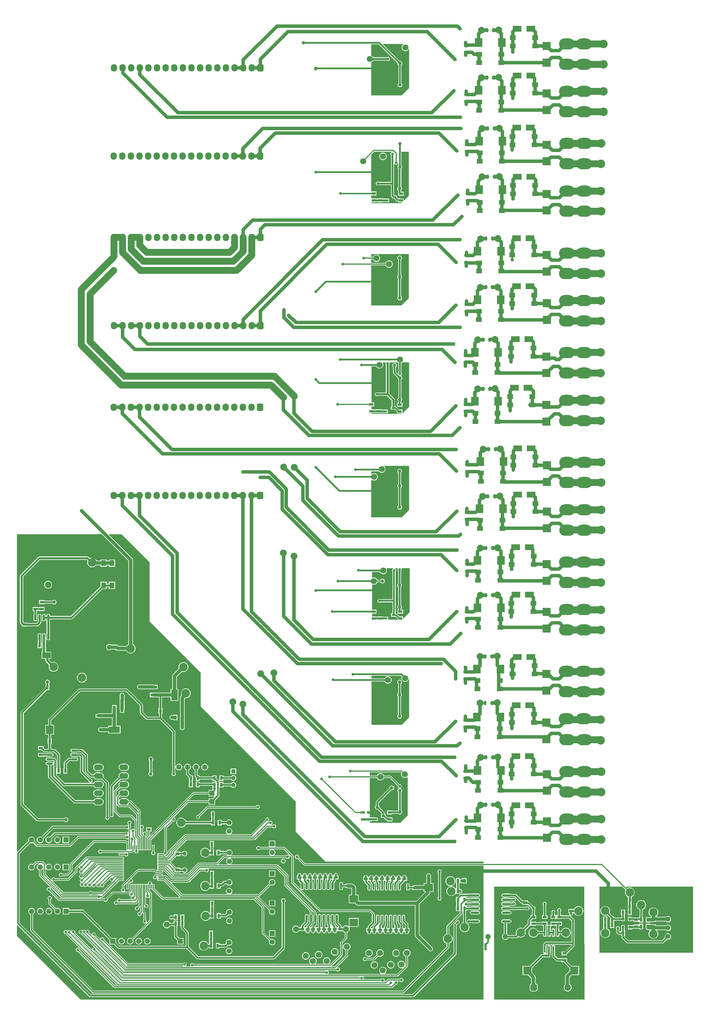
<source format=gbr>
%TF.GenerationSoftware,Altium Limited,Altium Designer,24.10.1 (45)*%
G04 Layer_Physical_Order=2*
G04 Layer_Color=16711680*
%FSLAX43Y43*%
%MOMM*%
%TF.SameCoordinates,766D9AF5-BA92-4156-BEB6-FD46E2A8267A*%
%TF.FilePolarity,Positive*%
%TF.FileFunction,Copper,L2,Bot,Signal*%
%TF.Part,Single*%
G01*
G75*
%TA.AperFunction,Conductor*%
%ADD10C,2.000*%
%TA.AperFunction,SMDPad,CuDef*%
%ADD15R,1.250X0.800*%
%ADD16R,0.800X1.250*%
%TA.AperFunction,Conductor*%
%ADD21C,0.500*%
%ADD22C,0.600*%
%ADD23C,1.000*%
%ADD24C,0.300*%
%ADD25C,0.400*%
%ADD26C,0.580*%
%TA.AperFunction,ComponentPad*%
%ADD28R,1.500X1.500*%
%ADD29C,1.500*%
%ADD30C,1.550*%
%ADD31R,1.550X1.550*%
%ADD32C,1.800*%
%ADD33O,2.700X1.750*%
%ADD34C,2.500*%
%ADD35R,1.500X1.500*%
%ADD36C,1.300*%
%ADD37R,1.300X1.300*%
%ADD38C,1.200*%
%ADD39C,1.600*%
G04:AMPARAMS|DCode=40|XSize=1.6mm|YSize=1.6mm|CornerRadius=0.4mm|HoleSize=0mm|Usage=FLASHONLY|Rotation=180.000|XOffset=0mm|YOffset=0mm|HoleType=Round|Shape=RoundedRectangle|*
%AMROUNDEDRECTD40*
21,1,1.600,0.800,0,0,180.0*
21,1,0.800,1.600,0,0,180.0*
1,1,0.800,-0.400,0.400*
1,1,0.800,0.400,0.400*
1,1,0.800,0.400,-0.400*
1,1,0.800,-0.400,-0.400*
%
%ADD40ROUNDEDRECTD40*%
%ADD41C,1.950*%
G04:AMPARAMS|DCode=42|XSize=1.95mm|YSize=1.95mm|CornerRadius=0.488mm|HoleSize=0mm|Usage=FLASHONLY|Rotation=0.000|XOffset=0mm|YOffset=0mm|HoleType=Round|Shape=RoundedRectangle|*
%AMROUNDEDRECTD42*
21,1,1.950,0.975,0,0,0.0*
21,1,0.975,1.950,0,0,0.0*
1,1,0.975,0.488,-0.488*
1,1,0.975,-0.488,-0.488*
1,1,0.975,-0.488,0.488*
1,1,0.975,0.488,0.488*
%
%ADD42ROUNDEDRECTD42*%
%ADD43O,1.905X2.159*%
G04:AMPARAMS|DCode=44|XSize=1.905mm|YSize=2.159mm|CornerRadius=0.476mm|HoleSize=0mm|Usage=FLASHONLY|Rotation=0.000|XOffset=0mm|YOffset=0mm|HoleType=Round|Shape=RoundedRectangle|*
%AMROUNDEDRECTD44*
21,1,1.905,1.206,0,0,0.0*
21,1,0.953,2.159,0,0,0.0*
1,1,0.953,0.476,-0.603*
1,1,0.953,-0.476,-0.603*
1,1,0.953,-0.476,0.603*
1,1,0.953,0.476,0.603*
%
%ADD44ROUNDEDRECTD44*%
%ADD45C,2.000*%
%ADD46O,4.572X3.302*%
G04:AMPARAMS|DCode=47|XSize=1.95mm|YSize=1.95mm|CornerRadius=0.488mm|HoleSize=0mm|Usage=FLASHONLY|Rotation=270.000|XOffset=0mm|YOffset=0mm|HoleType=Round|Shape=RoundedRectangle|*
%AMROUNDEDRECTD47*
21,1,1.950,0.975,0,0,270.0*
21,1,0.975,1.950,0,0,270.0*
1,1,0.975,-0.488,-0.488*
1,1,0.975,-0.488,0.488*
1,1,0.975,0.488,0.488*
1,1,0.975,0.488,-0.488*
%
%ADD47ROUNDEDRECTD47*%
%TA.AperFunction,ViaPad*%
%ADD48C,0.800*%
%ADD49C,1.000*%
%ADD50C,2.000*%
%ADD51C,0.700*%
%ADD52C,1.500*%
%TA.AperFunction,SMDPad,CuDef*%
%ADD53O,1.900X0.650*%
%ADD54R,2.200X2.500*%
G04:AMPARAMS|DCode=55|XSize=0.6mm|YSize=1.9mm|CornerRadius=0.051mm|HoleSize=0mm|Usage=FLASHONLY|Rotation=0.000|XOffset=0mm|YOffset=0mm|HoleType=Round|Shape=RoundedRectangle|*
%AMROUNDEDRECTD55*
21,1,0.600,1.798,0,0,0.0*
21,1,0.498,1.900,0,0,0.0*
1,1,0.102,0.249,-0.899*
1,1,0.102,-0.249,-0.899*
1,1,0.102,-0.249,0.899*
1,1,0.102,0.249,0.899*
%
%ADD55ROUNDEDRECTD55*%
G04:AMPARAMS|DCode=56|XSize=0.55mm|YSize=1.7mm|CornerRadius=0.05mm|HoleSize=0mm|Usage=FLASHONLY|Rotation=0.000|XOffset=0mm|YOffset=0mm|HoleType=Round|Shape=RoundedRectangle|*
%AMROUNDEDRECTD56*
21,1,0.550,1.601,0,0,0.0*
21,1,0.451,1.700,0,0,0.0*
1,1,0.099,0.226,-0.800*
1,1,0.099,-0.226,-0.800*
1,1,0.099,-0.226,0.800*
1,1,0.099,0.226,0.800*
%
%ADD56ROUNDEDRECTD56*%
%ADD57R,2.500X2.200*%
%ADD58R,1.450X1.800*%
%ADD59R,1.900X0.950*%
%ADD60R,1.900X3.250*%
%ADD61R,1.350X0.950*%
%ADD62R,2.400X2.400*%
%ADD63R,0.650X0.900*%
%ADD64R,1.194X0.305*%
%ADD65R,0.305X1.194*%
%ADD66O,2.600X0.700*%
%ADD67R,1.524X1.524*%
%ADD68R,1.262X0.958*%
%ADD69R,2.400X2.400*%
%ADD70R,0.530X1.980*%
%ADD71R,1.800X1.450*%
%ADD72R,1.050X0.600*%
%ADD73R,2.500X1.700*%
%ADD74R,0.950X1.900*%
%ADD75R,3.250X1.900*%
G04:AMPARAMS|DCode=76|XSize=0.65mm|YSize=1.65mm|CornerRadius=0.049mm|HoleSize=0mm|Usage=FLASHONLY|Rotation=0.000|XOffset=0mm|YOffset=0mm|HoleType=Round|Shape=RoundedRectangle|*
%AMROUNDEDRECTD76*
21,1,0.650,1.553,0,0,0.0*
21,1,0.553,1.650,0,0,0.0*
1,1,0.098,0.276,-0.776*
1,1,0.098,-0.276,-0.776*
1,1,0.098,-0.276,0.776*
1,1,0.098,0.276,0.776*
%
%ADD76ROUNDEDRECTD76*%
%TA.AperFunction,Conductor*%
%ADD77C,0.700*%
G36*
X114282Y281718D02*
X114152Y281644D01*
X113951Y281442D01*
X113809Y281196D01*
X113735Y280922D01*
Y280637D01*
X113809Y280362D01*
X113951Y280116D01*
X114152Y279915D01*
X114398Y279773D01*
X114673Y279699D01*
X114957D01*
X115232Y279773D01*
X115478Y279915D01*
X115679Y280116D01*
X115793Y280313D01*
X115920Y280279D01*
Y279882D01*
Y268876D01*
X113729Y266686D01*
X104789D01*
Y276421D01*
X104988Y276536D01*
X105189Y276737D01*
X105295Y276921D01*
X109384D01*
X109396Y276908D01*
X109610Y276820D01*
X109840D01*
X110054Y276908D01*
X110217Y277071D01*
X110305Y277285D01*
Y277515D01*
X110217Y277729D01*
X110054Y277892D01*
X109840Y277980D01*
X109610D01*
X109396Y277892D01*
X109384Y277879D01*
X105295D01*
X105189Y278063D01*
X104988Y278264D01*
X104789Y278379D01*
Y281737D01*
X106968D01*
X112545Y276160D01*
Y276010D01*
X112591Y275838D01*
X112681Y275682D01*
X112807Y275556D01*
X112816Y275551D01*
Y270311D01*
X112710Y270205D01*
X112620Y270050D01*
X112574Y269877D01*
Y269698D01*
X112620Y269525D01*
X112710Y269370D01*
X112837Y269243D01*
X112992Y269154D01*
X113165Y269108D01*
X113344D01*
X113517Y269154D01*
X113672Y269243D01*
X113798Y269370D01*
X113888Y269525D01*
X113934Y269698D01*
Y269877D01*
X113888Y270050D01*
X113798Y270205D01*
X113692Y270311D01*
Y275606D01*
X113769Y275682D01*
X113859Y275838D01*
X113905Y276010D01*
Y276190D01*
X113859Y276362D01*
X113769Y276518D01*
X113643Y276644D01*
X113487Y276734D01*
X113315Y276780D01*
X113165D01*
X108217Y281728D01*
X108266Y281845D01*
X114248D01*
X114282Y281718D01*
D02*
G37*
G36*
X110863Y249964D02*
X110696Y249895D01*
X110533Y249731D01*
X110445Y249518D01*
Y249288D01*
X110533Y249074D01*
X110586Y249021D01*
Y241138D01*
X107075D01*
X107022Y241192D01*
X106809Y241280D01*
X106578D01*
X106365Y241192D01*
X106202Y241029D01*
X106113Y240815D01*
Y240585D01*
X106202Y240371D01*
X106365Y240208D01*
X106578Y240120D01*
X106809D01*
X107022Y240208D01*
X107075Y240262D01*
X110586D01*
Y237083D01*
X110620Y236916D01*
X110715Y236773D01*
X110920Y236568D01*
Y236240D01*
X111520D01*
X111590Y236135D01*
X112165Y235560D01*
X112307Y235465D01*
X112475Y235432D01*
X112756D01*
Y235140D01*
X113743D01*
X113792Y235023D01*
X113700Y234931D01*
X104759D01*
Y235190D01*
X106299D01*
Y235281D01*
X106610D01*
Y235190D01*
X108220D01*
Y235281D01*
X109325D01*
X109372Y235290D01*
X110030D01*
Y236250D01*
X109372D01*
X109325Y236260D01*
X108220D01*
Y236350D01*
X106610D01*
Y236260D01*
X106299D01*
Y236350D01*
X104759D01*
Y237190D01*
X106299D01*
Y238350D01*
X104759D01*
Y249258D01*
X105592Y250091D01*
X110838D01*
X110863Y249964D01*
D02*
G37*
G36*
X115890Y248127D02*
Y237121D01*
X114484Y235715D01*
X114366Y235763D01*
Y236300D01*
X113454D01*
X113411Y236309D01*
X112657D01*
X112338Y236627D01*
Y236670D01*
X112330Y236713D01*
Y237200D01*
X111617D01*
X111575Y237209D01*
X111520D01*
X111463Y237265D01*
Y240700D01*
Y246515D01*
X111590Y246540D01*
X111608Y246496D01*
X111771Y246333D01*
X111985Y246245D01*
X112215D01*
X112429Y246333D01*
X112592Y246496D01*
X112660Y246660D01*
X112787Y246635D01*
Y246096D01*
X112782Y246094D01*
X112656Y245968D01*
X112566Y245812D01*
X112520Y245640D01*
Y245460D01*
X112566Y245288D01*
X112656Y245132D01*
X112751Y245037D01*
Y239780D01*
X112732Y239769D01*
X112606Y239643D01*
X112516Y239487D01*
X112470Y239315D01*
Y239135D01*
X112516Y238963D01*
X112606Y238807D01*
X112732Y238681D01*
X112743Y238675D01*
Y237920D01*
X112756Y237852D01*
Y237140D01*
X114366D01*
Y238300D01*
X113620D01*
Y238733D01*
X113694Y238807D01*
X113784Y238963D01*
X113830Y239135D01*
Y239315D01*
X113784Y239487D01*
X113694Y239643D01*
X113628Y239708D01*
Y245017D01*
X113744Y245132D01*
X113834Y245288D01*
X113880Y245460D01*
Y245640D01*
X113834Y245812D01*
X113744Y245968D01*
X113663Y246048D01*
Y250091D01*
X115890D01*
Y248127D01*
D02*
G37*
G36*
X115870Y217982D02*
Y206976D01*
X113679Y204786D01*
X104739D01*
Y216614D01*
X109022D01*
X109044Y216533D01*
X109186Y216287D01*
X109387Y216086D01*
X109633Y215944D01*
X109908Y215870D01*
X110192D01*
X110467Y215944D01*
X110713Y216086D01*
X110914Y216287D01*
X111056Y216533D01*
X111130Y216808D01*
Y217092D01*
X111056Y217367D01*
X110914Y217613D01*
X110713Y217814D01*
X110467Y217956D01*
X110192Y218030D01*
X109908D01*
X109633Y217956D01*
X109387Y217814D01*
X109186Y217613D01*
X109044Y217367D01*
X109022Y217286D01*
X104739D01*
Y218364D01*
X105264D01*
X105286Y218283D01*
X105428Y218037D01*
X105629Y217836D01*
X105875Y217694D01*
X106150Y217620D01*
X106434D01*
X106709Y217694D01*
X106955Y217836D01*
X107156Y218037D01*
X107298Y218283D01*
X107372Y218558D01*
Y218842D01*
X107298Y219117D01*
X107156Y219363D01*
X106955Y219564D01*
X106709Y219706D01*
X106434Y219780D01*
X106150D01*
X105875Y219706D01*
X105629Y219564D01*
X105428Y219363D01*
X105286Y219117D01*
X105264Y219036D01*
X104739D01*
Y219945D01*
X115870D01*
Y217982D01*
D02*
G37*
G36*
X109061Y187865D02*
X109020Y187765D01*
Y187535D01*
X109108Y187321D01*
X109111Y187319D01*
Y179139D01*
X106794D01*
X106791Y179142D01*
X106578Y179230D01*
X106348D01*
X106134Y179142D01*
X105971Y178979D01*
X105883Y178765D01*
Y178535D01*
X105971Y178321D01*
X106134Y178158D01*
X106348Y178070D01*
X106578D01*
X106791Y178158D01*
X106794Y178161D01*
X109397D01*
X110765Y176792D01*
Y175043D01*
X110550D01*
Y174083D01*
X111208D01*
X111255Y174074D01*
X111302Y174083D01*
X111797D01*
X112357Y173523D01*
Y172983D01*
X113695D01*
X113758Y172856D01*
X113724Y172811D01*
X104839D01*
Y173063D01*
X105608D01*
Y173124D01*
X106132D01*
Y173063D01*
X107742D01*
Y173124D01*
X108955D01*
X109002Y173133D01*
X109660D01*
Y174093D01*
X109002D01*
X108955Y174103D01*
X107742D01*
Y174223D01*
X106132D01*
Y174103D01*
X105608D01*
Y174223D01*
X104839D01*
Y175063D01*
X105608D01*
Y176223D01*
X104839D01*
Y186837D01*
X106231D01*
X106361Y186612D01*
X106562Y186411D01*
X106808Y186269D01*
X107083Y186195D01*
X107367D01*
X107642Y186269D01*
X107888Y186411D01*
X108089Y186612D01*
X108231Y186858D01*
X108305Y187133D01*
Y187417D01*
X108231Y187692D01*
X108144Y187843D01*
X108217Y187970D01*
X108991D01*
X109061Y187865D01*
D02*
G37*
G36*
X115970Y186007D02*
Y175001D01*
X114084Y173116D01*
X113967Y173164D01*
Y174143D01*
X112977D01*
X112247Y174873D01*
X112105Y174968D01*
X111960Y174997D01*
Y175043D01*
X111744D01*
Y176995D01*
X111707Y177182D01*
X111601Y177341D01*
X110089Y178853D01*
Y187319D01*
X110092Y187321D01*
X110180Y187535D01*
Y187765D01*
X110139Y187865D01*
X110209Y187970D01*
X112596D01*
X112596Y187970D01*
X112821Y187840D01*
Y185082D01*
X112768Y185029D01*
X112680Y184815D01*
Y184793D01*
X112562Y184744D01*
X112088Y185218D01*
Y186602D01*
X112194Y186707D01*
X112284Y186863D01*
X112330Y187035D01*
Y187215D01*
X112284Y187387D01*
X112194Y187543D01*
X112068Y187669D01*
X111912Y187759D01*
X111740Y187805D01*
X111560D01*
X111388Y187759D01*
X111232Y187669D01*
X111106Y187543D01*
X111016Y187387D01*
X110970Y187215D01*
Y187035D01*
X111016Y186863D01*
X111106Y186707D01*
X111212Y186602D01*
Y185037D01*
X111245Y184869D01*
X111340Y184727D01*
X112563Y183504D01*
Y183354D01*
X112609Y183181D01*
X112699Y183026D01*
X112804Y182921D01*
Y177577D01*
X112744Y177542D01*
X112618Y177415D01*
X112528Y177260D01*
X112482Y177087D01*
Y176908D01*
X112528Y176735D01*
X112618Y176580D01*
X112723Y176475D01*
Y176143D01*
X112357D01*
Y174983D01*
X113967D01*
Y176143D01*
X113600D01*
Y176475D01*
X113706Y176580D01*
X113796Y176735D01*
X113842Y176908D01*
Y177087D01*
X113796Y177260D01*
X113706Y177415D01*
X113681Y177440D01*
Y182921D01*
X113787Y183026D01*
X113876Y183181D01*
X113923Y183354D01*
Y183533D01*
X113876Y183706D01*
X113787Y183861D01*
X113660Y183988D01*
X113547Y184054D01*
X113545Y184183D01*
X113549Y184192D01*
X113588Y184208D01*
X113751Y184371D01*
X113840Y184585D01*
Y184815D01*
X113751Y185029D01*
X113698Y185082D01*
Y187840D01*
X113923Y187970D01*
X113923Y187970D01*
X115970D01*
Y186007D01*
D02*
G37*
G36*
X115920Y155557D02*
Y144551D01*
X113729Y142361D01*
X104789D01*
Y153393D01*
X104906Y153442D01*
X104937Y153411D01*
X105183Y153269D01*
X105458Y153195D01*
X105742D01*
X106017Y153269D01*
X106263Y153411D01*
X106464Y153612D01*
X106606Y153858D01*
X106680Y154133D01*
Y154417D01*
X106606Y154692D01*
X106464Y154938D01*
X106263Y155139D01*
X106017Y155281D01*
X105742Y155355D01*
X105458D01*
X105183Y155281D01*
X104937Y155139D01*
X104906Y155108D01*
X104789Y155157D01*
Y155955D01*
X107000D01*
X107011Y155937D01*
X107212Y155736D01*
X107458Y155594D01*
X107733Y155520D01*
X108017D01*
X108292Y155594D01*
X108538Y155736D01*
X108739Y155937D01*
X108881Y156183D01*
X108955Y156458D01*
Y156742D01*
X108881Y157017D01*
X108739Y157263D01*
X108609Y157393D01*
X108662Y157520D01*
X115920D01*
Y155557D01*
D02*
G37*
G36*
X111201Y127218D02*
X111196Y127217D01*
X111033Y127054D01*
X110945Y126840D01*
Y126610D01*
X111033Y126396D01*
X111060Y126370D01*
Y118213D01*
X107618D01*
X107564Y118267D01*
X107351Y118355D01*
X107121D01*
X106907Y118267D01*
X106744Y118104D01*
X106656Y117890D01*
Y117660D01*
X106744Y117446D01*
X106907Y117283D01*
X107121Y117195D01*
X107351D01*
X107564Y117283D01*
X107618Y117337D01*
X111060D01*
Y114055D01*
X110635D01*
Y113095D01*
X111982D01*
X112542Y112535D01*
Y112186D01*
X109745D01*
Y113105D01*
X109087D01*
X109040Y113114D01*
X108175D01*
Y113155D01*
X106565D01*
Y113114D01*
X106335D01*
Y113155D01*
X104989D01*
Y113995D01*
X106335D01*
Y115155D01*
X104989D01*
Y122547D01*
X105099Y122610D01*
X105127Y122594D01*
X105402Y122520D01*
X105686D01*
X105961Y122594D01*
X106207Y122736D01*
X106408Y122937D01*
X106550Y123183D01*
X106572Y123264D01*
X107509D01*
X107556Y123182D01*
X107682Y123056D01*
X107838Y122966D01*
X108010Y122920D01*
X108190D01*
X108362Y122966D01*
X108518Y123056D01*
X108644Y123182D01*
X108734Y123338D01*
X108780Y123510D01*
Y123690D01*
X108734Y123862D01*
X108644Y124018D01*
X108518Y124144D01*
X108362Y124234D01*
X108190Y124280D01*
X108010D01*
X107838Y124234D01*
X107682Y124144D01*
X107556Y124018D01*
X107509Y123936D01*
X106572D01*
X106550Y124017D01*
X106408Y124263D01*
X106207Y124464D01*
X105961Y124606D01*
X105686Y124680D01*
X105402D01*
X105127Y124606D01*
X105099Y124590D01*
X104989Y124654D01*
Y126287D01*
X107309D01*
X107439Y126062D01*
X107640Y125861D01*
X107886Y125719D01*
X108161Y125645D01*
X108445D01*
X108720Y125719D01*
X108966Y125861D01*
X109167Y126062D01*
X109310Y126308D01*
X109383Y126583D01*
Y126867D01*
X109310Y127142D01*
X109256Y127235D01*
X109319Y127345D01*
X111175D01*
X111201Y127218D01*
D02*
G37*
G36*
X116120Y125382D02*
Y114376D01*
X114270Y112526D01*
X114152Y112575D01*
Y113155D01*
X113163D01*
X112433Y113885D01*
X112290Y113980D01*
X112122Y114013D01*
X112045D01*
Y114055D01*
X111937D01*
Y117775D01*
Y126316D01*
X112017Y126396D01*
X112105Y126610D01*
Y126840D01*
X112017Y127054D01*
X111854Y127217D01*
X111849Y127218D01*
X111875Y127345D01*
X112553D01*
X112638Y127218D01*
X112595Y127115D01*
Y126885D01*
X112683Y126671D01*
X112737Y126618D01*
Y122846D01*
X112732Y122844D01*
X112606Y122718D01*
X112516Y122562D01*
X112470Y122390D01*
Y122210D01*
X112516Y122038D01*
X112606Y121882D01*
X112712Y121777D01*
Y116473D01*
X112615Y116377D01*
X112525Y116221D01*
X112479Y116049D01*
Y115869D01*
X112525Y115697D01*
X112615Y115541D01*
X112712Y115445D01*
Y115155D01*
X112542D01*
Y113995D01*
X114152D01*
Y115155D01*
X113588D01*
Y115427D01*
X113703Y115541D01*
X113793Y115697D01*
X113839Y115869D01*
Y116049D01*
X113793Y116221D01*
X113703Y116377D01*
X113588Y116491D01*
Y121777D01*
X113694Y121882D01*
X113784Y122038D01*
X113830Y122210D01*
Y122390D01*
X113784Y122562D01*
X113694Y122718D01*
X113613Y122798D01*
Y126618D01*
X113667Y126671D01*
X113755Y126885D01*
Y127115D01*
X113712Y127218D01*
X113797Y127345D01*
X116120D01*
Y125382D01*
D02*
G37*
G36*
X39425Y129125D02*
Y111700D01*
X54475Y96650D01*
Y86694D01*
X82525Y58644D01*
Y49750D01*
X91333Y40942D01*
X137875Y40942D01*
Y40461D01*
X85245D01*
X83435Y42271D01*
Y42490D01*
X83347Y42704D01*
X83184Y42867D01*
X82971Y42955D01*
X82740D01*
X82527Y42867D01*
X82364Y42704D01*
X82275Y42490D01*
Y42260D01*
X82364Y42046D01*
X82527Y41883D01*
X82740Y41795D01*
X82959D01*
X84867Y39887D01*
X84867Y39887D01*
X84977Y39814D01*
X85105Y39789D01*
X85105Y39789D01*
X137875D01*
Y285D01*
X19065Y285D01*
X285Y19065D01*
X285Y22265D01*
X412Y22318D01*
X21565Y1165D01*
X21707Y1070D01*
X21875Y1037D01*
X117150D01*
X117318Y1070D01*
X117460Y1165D01*
X129810Y13515D01*
X129905Y13657D01*
X129938Y13825D01*
Y22130D01*
X130343Y22535D01*
X130418D01*
X130632Y22623D01*
X130795Y22786D01*
X130883Y22999D01*
Y23230D01*
X130795Y23443D01*
X130632Y23606D01*
X130418Y23694D01*
X130188D01*
X129974Y23606D01*
X129811Y23443D01*
X129723Y23230D01*
Y23155D01*
X129190Y22622D01*
X129095Y22479D01*
X129062Y22312D01*
Y14007D01*
X116968Y1913D01*
X22057D01*
X1070Y22900D01*
Y43195D01*
X4296Y46421D01*
X4461Y46377D01*
X4713D01*
X4956Y46442D01*
X4984Y46459D01*
X6031Y45412D01*
X6140Y45339D01*
X6269Y45314D01*
X6269Y45314D01*
X15900D01*
X15900Y45314D01*
X16029Y45339D01*
X16138Y45412D01*
X18535Y47810D01*
X32287D01*
X32443Y47654D01*
X32656Y47566D01*
X32886D01*
X33043Y47631D01*
X33171Y47559D01*
Y46781D01*
X33053Y46733D01*
X32673Y47113D01*
X32564Y47186D01*
X32435Y47211D01*
X32435Y47211D01*
X23000D01*
X23000Y47211D01*
X22871Y47186D01*
X22762Y47113D01*
X16049Y40400D01*
X15976Y40291D01*
X15950Y40162D01*
X15950Y40162D01*
Y38351D01*
X15011Y37411D01*
X13759D01*
X13604Y37567D01*
X13390Y37655D01*
X13160D01*
X12946Y37567D01*
X12783Y37404D01*
X12695Y37190D01*
Y36960D01*
X12783Y36746D01*
X12946Y36583D01*
X13160Y36495D01*
X13390D01*
X13604Y36583D01*
X13759Y36739D01*
X15150D01*
X15150Y36739D01*
X15279Y36764D01*
X15388Y36837D01*
X16525Y37974D01*
X16598Y38083D01*
X16623Y38212D01*
Y40023D01*
X23139Y46539D01*
X32296D01*
X32671Y46164D01*
Y45076D01*
X32675Y45056D01*
Y44299D01*
X32563Y44261D01*
X25334D01*
X25179Y44417D01*
X24965Y44505D01*
X24735D01*
X24521Y44417D01*
X24358Y44254D01*
X24270Y44040D01*
Y43810D01*
X24358Y43596D01*
X24521Y43433D01*
X24735Y43345D01*
X24965D01*
X25179Y43433D01*
X25334Y43589D01*
X31976D01*
X32039Y43462D01*
X32003Y43412D01*
X31007D01*
X30987Y43408D01*
X30230D01*
Y42744D01*
X30987D01*
X31007Y42739D01*
X32071D01*
X32226Y42584D01*
X32439Y42496D01*
X32670D01*
X32883Y42584D01*
X33046Y42747D01*
X33134Y42961D01*
Y43191D01*
X33046Y43404D01*
X32989Y43462D01*
X33042Y43589D01*
X34306D01*
X34306Y43589D01*
X34435Y43614D01*
X34544Y43687D01*
X34745Y43888D01*
X34745Y43888D01*
X34793Y43960D01*
X34920Y43921D01*
Y43835D01*
X35008Y43621D01*
X35171Y43458D01*
X35385Y43370D01*
X35615D01*
X35829Y43458D01*
X35992Y43621D01*
X36080Y43835D01*
Y44065D01*
X36036Y44172D01*
X36121Y44299D01*
X39839D01*
Y45056D01*
X39843Y45076D01*
Y47295D01*
X43676Y51128D01*
X43793Y51065D01*
X43783Y51015D01*
X43783Y51015D01*
Y44166D01*
X43628Y44011D01*
X43540Y43797D01*
Y43578D01*
X43377Y43415D01*
X42509D01*
X42477Y43408D01*
X41730D01*
Y42244D01*
Y41244D01*
Y40244D01*
Y39244D01*
Y38412D01*
X41283D01*
X41230Y38466D01*
X41230Y38466D01*
X41034Y38661D01*
X40925Y38734D01*
X40796Y38760D01*
X40796Y38760D01*
X36007D01*
X36007Y38760D01*
X35878Y38734D01*
X35769Y38661D01*
X31388Y34281D01*
X31315Y34172D01*
X31290Y34043D01*
X31290Y34043D01*
Y33082D01*
X31134Y32927D01*
X31046Y32713D01*
Y32483D01*
X31134Y32270D01*
X31191Y32213D01*
X31138Y32086D01*
X28465D01*
X28465Y32086D01*
X28336Y32061D01*
X28227Y31988D01*
X26551Y30312D01*
X26332D01*
X26119Y30224D01*
X25963Y30068D01*
X25006D01*
X24957Y30182D01*
X25028Y30270D01*
X25332D01*
X25332Y30270D01*
X25461Y30296D01*
X25570Y30369D01*
X30438Y35237D01*
X31005D01*
X31005Y35237D01*
X31037Y35244D01*
X31784D01*
Y36244D01*
Y37244D01*
Y38244D01*
Y39244D01*
Y40244D01*
Y41244D01*
Y42408D01*
X31027D01*
X31007Y42412D01*
X20801D01*
X20801Y42412D01*
X20672Y42387D01*
X20563Y42314D01*
X17487Y39238D01*
X17414Y39129D01*
X17389Y39000D01*
X17389Y39000D01*
Y38114D01*
X15336Y36061D01*
X11609D01*
X11454Y36217D01*
X11240Y36305D01*
X11010D01*
X10796Y36217D01*
X10633Y36054D01*
X10545Y35840D01*
Y35610D01*
X10562Y35568D01*
X10454Y35496D01*
X8783Y37167D01*
Y38703D01*
X8910Y38728D01*
X9071Y38568D01*
X9288Y38442D01*
X9531Y38377D01*
X9783D01*
X10026Y38442D01*
X10243Y38568D01*
X10421Y38746D01*
X10547Y38963D01*
X10612Y39206D01*
Y39458D01*
X10547Y39701D01*
X10421Y39918D01*
X10243Y40096D01*
X10026Y40222D01*
X9783Y40287D01*
X9531D01*
X9288Y40222D01*
X9071Y40096D01*
X8910Y39936D01*
X8790Y39960D01*
X8783Y40078D01*
X8758Y40207D01*
X8685Y40316D01*
X8685Y40316D01*
X8063Y40938D01*
X7954Y41011D01*
X7825Y41036D01*
X7825Y41036D01*
X5945D01*
X5816Y41011D01*
X5707Y40938D01*
X5707Y40938D01*
X4974Y40205D01*
X4946Y40222D01*
X4703Y40287D01*
X4451D01*
X4208Y40222D01*
X3991Y40096D01*
X3813Y39918D01*
X3687Y39701D01*
X3622Y39458D01*
Y39206D01*
X3687Y38963D01*
X3813Y38746D01*
X3991Y38568D01*
X4208Y38442D01*
X4451Y38377D01*
X4703D01*
X4946Y38442D01*
X5163Y38568D01*
X5341Y38746D01*
X5467Y38963D01*
X5532Y39206D01*
Y39458D01*
X5467Y39701D01*
X5450Y39729D01*
X6084Y40364D01*
X6786D01*
X6803Y40237D01*
X6748Y40222D01*
X6531Y40096D01*
X6353Y39918D01*
X6227Y39701D01*
X6162Y39458D01*
Y39206D01*
X6227Y38963D01*
X6353Y38746D01*
X6531Y38568D01*
X6748Y38442D01*
X6840Y38417D01*
Y36948D01*
X6840Y36948D01*
X6866Y36819D01*
X6939Y36710D01*
X13280Y30369D01*
X13389Y30296D01*
X13518Y30270D01*
X13518Y30270D01*
X24029D01*
X24101Y30182D01*
X24051Y30068D01*
X12857D01*
X10236Y32690D01*
X10255Y32735D01*
Y32965D01*
X10167Y33179D01*
X10004Y33342D01*
X9790Y33430D01*
X9560D01*
X9346Y33342D01*
X9183Y33179D01*
X9095Y32965D01*
Y32735D01*
X9183Y32521D01*
X9346Y32358D01*
X9560Y32270D01*
X9704D01*
X12480Y29494D01*
X12589Y29421D01*
X12718Y29395D01*
X12718Y29395D01*
X25963D01*
X26119Y29240D01*
X26332Y29152D01*
X26562D01*
X26776Y29240D01*
X26939Y29403D01*
X27027Y29617D01*
Y29836D01*
X28605Y31414D01*
X33250D01*
X33250Y31414D01*
X33310Y31425D01*
X33320Y31422D01*
X33413Y31351D01*
X33426Y31332D01*
X33427Y31329D01*
Y31160D01*
X33515Y30946D01*
X33678Y30783D01*
X33892Y30695D01*
X33909D01*
X33954Y30568D01*
X33870Y30365D01*
Y30135D01*
X33948Y29945D01*
X33895Y29818D01*
X30891D01*
X30735Y29974D01*
X30522Y30062D01*
X30292D01*
X30078Y29974D01*
X29915Y29810D01*
X29827Y29597D01*
Y29430D01*
X29712Y29341D01*
X29710Y29341D01*
X29615Y29380D01*
X29385D01*
X29171Y29292D01*
X29008Y29129D01*
X28920Y28915D01*
Y28685D01*
X29008Y28471D01*
X29171Y28308D01*
X29385Y28220D01*
X29615D01*
X29829Y28308D01*
X29891Y28370D01*
X35311D01*
X35312Y28370D01*
X35440Y28396D01*
X35549Y28469D01*
X36053Y28973D01*
X36171Y28924D01*
Y28146D01*
X35779Y27755D01*
X35585D01*
X35371Y27667D01*
X35208Y27504D01*
X35120Y27290D01*
Y27060D01*
X35208Y26846D01*
X35371Y26683D01*
X35585Y26595D01*
X35815D01*
X36029Y26683D01*
X36192Y26846D01*
X36280Y27060D01*
Y27290D01*
X36276Y27300D01*
X36536Y27560D01*
X36653Y27511D01*
Y26214D01*
X36565Y26130D01*
X36335D01*
X36121Y26042D01*
X35958Y25879D01*
X35870Y25665D01*
Y25435D01*
X35958Y25221D01*
X36121Y25058D01*
X36335Y24970D01*
X36565D01*
X36779Y25058D01*
X36942Y25221D01*
X37030Y25435D01*
Y25629D01*
X37205Y25804D01*
X37281Y25822D01*
X37373Y25815D01*
X37671Y25518D01*
Y23783D01*
X37515Y23628D01*
X37427Y23414D01*
Y23184D01*
X37515Y22970D01*
X37678Y22807D01*
X37892Y22719D01*
X38122D01*
X38297Y22791D01*
X38369Y22684D01*
X34054Y18369D01*
X34026Y18386D01*
X33783Y18451D01*
X33531D01*
X33288Y18386D01*
X33071Y18260D01*
X32893Y18082D01*
X32767Y17865D01*
X32702Y17622D01*
Y17370D01*
X32767Y17127D01*
X32893Y16910D01*
X33071Y16732D01*
X33288Y16606D01*
X33531Y16541D01*
X33783D01*
X34026Y16606D01*
X34243Y16732D01*
X34421Y16910D01*
X34547Y17127D01*
X34612Y17370D01*
Y17622D01*
X34547Y17865D01*
X34530Y17893D01*
X39995Y23358D01*
X40068Y23467D01*
X40093Y23596D01*
Y31526D01*
X40093Y31526D01*
X40068Y31654D01*
X39995Y31764D01*
X39995Y31764D01*
X39346Y32413D01*
Y32799D01*
X40186D01*
X40199Y32737D01*
X40271Y32628D01*
X43065Y29834D01*
X43065Y29834D01*
X43174Y29761D01*
X43303Y29735D01*
X43303Y29735D01*
X70153D01*
X72543Y27345D01*
Y19925D01*
X72543Y19925D01*
X72569Y19796D01*
X72642Y19687D01*
X74700Y17629D01*
X74688Y17609D01*
X74625Y17372D01*
Y17128D01*
X74688Y16891D01*
X74811Y16679D01*
X74984Y16506D01*
X75196Y16383D01*
X75432Y16320D01*
X75677D01*
X75914Y16383D01*
X76126Y16506D01*
X76299Y16679D01*
X76422Y16891D01*
X76485Y17128D01*
Y17372D01*
X76422Y17609D01*
X76299Y17821D01*
X76126Y17994D01*
X75914Y18117D01*
X75677Y18180D01*
X75432D01*
X75196Y18117D01*
X75176Y18105D01*
X73216Y20064D01*
Y27484D01*
X73216Y27484D01*
X73191Y27613D01*
X73118Y27722D01*
X73118Y27722D01*
X70742Y30098D01*
X70790Y30215D01*
X71029D01*
X74700Y26544D01*
X74688Y26524D01*
X74625Y26287D01*
Y26043D01*
X74688Y25806D01*
X74811Y25594D01*
X74984Y25421D01*
X75196Y25298D01*
X75432Y25235D01*
X75677D01*
X75914Y25298D01*
X76126Y25421D01*
X76299Y25594D01*
X76422Y25806D01*
X76485Y26043D01*
Y26287D01*
X76422Y26524D01*
X76299Y26736D01*
X76126Y26909D01*
X75914Y27032D01*
X75677Y27095D01*
X75432D01*
X75196Y27032D01*
X75176Y27020D01*
X71618Y30578D01*
X71666Y30695D01*
X71752D01*
X71752Y30695D01*
X71881Y30721D01*
X71990Y30794D01*
X75176Y33980D01*
X75196Y33968D01*
X75432Y33905D01*
X75677D01*
X75914Y33968D01*
X76126Y34091D01*
X76299Y34264D01*
X76422Y34476D01*
X76485Y34713D01*
Y34957D01*
X76422Y35194D01*
X76299Y35406D01*
X76126Y35579D01*
X75914Y35702D01*
X75677Y35765D01*
X75432D01*
X75196Y35702D01*
X74984Y35579D01*
X74811Y35406D01*
X74688Y35194D01*
X74625Y34957D01*
Y34713D01*
X74688Y34476D01*
X74700Y34456D01*
X71612Y31368D01*
X63459D01*
X63425Y31495D01*
X63464Y31518D01*
X63637Y31691D01*
X63760Y31903D01*
X63823Y32139D01*
Y32384D01*
X63760Y32621D01*
X63637Y32833D01*
X63464Y33006D01*
X63252Y33129D01*
X63016Y33192D01*
X62771D01*
X62534Y33129D01*
X62322Y33006D01*
X62149Y32833D01*
X62026Y32621D01*
X61963Y32384D01*
Y32139D01*
X62026Y31903D01*
X62149Y31691D01*
X62322Y31518D01*
X62361Y31495D01*
X62327Y31368D01*
X49121D01*
X45833Y34657D01*
X45881Y34775D01*
X50836D01*
X50836Y34774D01*
X50965Y34800D01*
X51074Y34873D01*
X54289Y38089D01*
X55791D01*
X55946Y37933D01*
X56160Y37845D01*
X56390D01*
X56604Y37933D01*
X56767Y38096D01*
X56855Y38310D01*
Y38540D01*
X56767Y38754D01*
X56703Y38817D01*
X56755Y38944D01*
X76705D01*
X79139Y36511D01*
Y34000D01*
X79139Y34000D01*
X79164Y33871D01*
X79237Y33762D01*
X86664Y26336D01*
Y25392D01*
X86661Y25392D01*
X86584Y25341D01*
X86533Y25264D01*
X86515Y25174D01*
Y23376D01*
X86533Y23286D01*
X86562Y23244D01*
Y22907D01*
X85892Y22237D01*
X85797Y22095D01*
X85764Y21927D01*
Y21650D01*
X85295D01*
Y21655D01*
X84934D01*
Y21789D01*
X85990Y22845D01*
X86085Y22987D01*
X86118Y23155D01*
Y23191D01*
X86146Y23209D01*
X86197Y23286D01*
X86215Y23376D01*
Y25174D01*
X86197Y25264D01*
X86146Y25341D01*
X86069Y25392D01*
X85979Y25410D01*
X85481D01*
X85391Y25392D01*
X85314Y25341D01*
X85263Y25264D01*
X85245Y25174D01*
Y24245D01*
X85242Y24225D01*
Y23337D01*
X84185Y22280D01*
X84090Y22138D01*
X84057Y21970D01*
Y21655D01*
X83685D01*
Y21513D01*
X83547D01*
X83414Y21743D01*
X83213Y21944D01*
X82967Y22086D01*
X82692Y22160D01*
X82408D01*
X82133Y22086D01*
X81887Y21944D01*
X81686Y21743D01*
X81544Y21497D01*
X81470Y21222D01*
Y20938D01*
X81544Y20663D01*
X81686Y20417D01*
X81887Y20216D01*
X82133Y20074D01*
X82408Y20000D01*
X82692D01*
X82967Y20074D01*
X83213Y20216D01*
X83414Y20417D01*
X83541Y20636D01*
X83685D01*
Y20495D01*
X85260D01*
Y20490D01*
X85485D01*
Y20318D01*
X85573Y20105D01*
X85737Y19942D01*
X85950Y19853D01*
X86181D01*
X86394Y19942D01*
X86557Y20105D01*
X86645Y20318D01*
Y20490D01*
X87040D01*
Y20336D01*
X87128Y20123D01*
X87292Y19960D01*
X87505Y19871D01*
X87735D01*
X87949Y19960D01*
X88112Y20123D01*
X88200Y20336D01*
Y20400D01*
X88290Y20490D01*
X88425Y20490D01*
X88552Y20490D01*
X88711D01*
Y20318D01*
X88799Y20105D01*
X88962Y19942D01*
X89176Y19854D01*
X89406D01*
X89620Y19942D01*
X89783Y20105D01*
X89871Y20318D01*
Y20400D01*
X89961Y20490D01*
X90060Y20490D01*
X90187Y20490D01*
X90316D01*
Y20318D01*
X90404Y20105D01*
X90567Y19942D01*
X90781Y19853D01*
X91011D01*
X91225Y19942D01*
X91388Y20105D01*
X91476Y20318D01*
Y20490D01*
X91861D01*
Y20318D01*
X91949Y20105D01*
X92113Y19942D01*
X92326Y19853D01*
X92557D01*
X92770Y19942D01*
X92933Y20105D01*
X93021Y20318D01*
Y20490D01*
X93420D01*
Y20318D01*
X93508Y20105D01*
X93672Y19942D01*
X93885Y19853D01*
X94116D01*
X94329Y19942D01*
X94492Y20105D01*
X94580Y20318D01*
Y20490D01*
X96410D01*
X96410Y20490D01*
Y20490D01*
X96441Y20439D01*
X96461Y20407D01*
X96477Y20391D01*
X96477Y20391D01*
X96481Y20386D01*
X96662Y20206D01*
X96908Y20063D01*
X96989Y20042D01*
Y18539D01*
X95762Y17313D01*
X95689Y17204D01*
X95664Y17075D01*
X95664Y17075D01*
Y13664D01*
X92791Y10792D01*
X92474D01*
X92421Y10919D01*
X92514Y11012D01*
X92656Y11258D01*
X92730Y11533D01*
Y11817D01*
X92656Y12092D01*
X92514Y12338D01*
X92313Y12539D01*
X92067Y12681D01*
X91792Y12755D01*
X91508D01*
X91233Y12681D01*
X90987Y12539D01*
X90786Y12338D01*
X90644Y12092D01*
X90570Y11817D01*
Y11533D01*
X90644Y11258D01*
X90786Y11012D01*
X90914Y10883D01*
X90862Y10756D01*
X88413D01*
X88361Y10883D01*
X88464Y10987D01*
X88606Y11233D01*
X88680Y11508D01*
Y11792D01*
X88606Y12067D01*
X88464Y12313D01*
X88263Y12514D01*
X88017Y12656D01*
X87742Y12730D01*
X87458D01*
X87183Y12656D01*
X86937Y12514D01*
X86736Y12313D01*
X86594Y12067D01*
X86520Y11792D01*
Y11508D01*
X86594Y11233D01*
X86736Y10987D01*
X86814Y10909D01*
X86765Y10792D01*
X52434D01*
X52279Y10947D01*
X52065Y11035D01*
X51835D01*
X51621Y10947D01*
X51458Y10784D01*
X51370Y10571D01*
Y10340D01*
X51433Y10189D01*
X51357Y10062D01*
X50117D01*
X50085Y10161D01*
X50084Y10189D01*
X50242Y10346D01*
X50330Y10560D01*
Y10790D01*
X50242Y11004D01*
X50079Y11167D01*
X49865Y11255D01*
X49635D01*
X49421Y11167D01*
X49266Y11011D01*
X32967D01*
X28413Y15565D01*
X28413Y15565D01*
X26022Y17956D01*
Y18176D01*
X25934Y18389D01*
X25771Y18552D01*
X25558Y18640D01*
X25327D01*
X25114Y18552D01*
X24950Y18389D01*
X24888Y18238D01*
X24745Y18201D01*
X23530Y19416D01*
Y19635D01*
X23442Y19849D01*
X23279Y20012D01*
X23065Y20100D01*
X22835D01*
X22621Y20012D01*
X22458Y19849D01*
X22370Y19635D01*
Y19535D01*
X22243Y19483D01*
X21636Y20090D01*
X21655Y20135D01*
Y20365D01*
X21567Y20579D01*
X21404Y20742D01*
X21190Y20830D01*
X20960D01*
X20746Y20742D01*
X20585Y20580D01*
X20424Y20742D01*
X20210Y20830D01*
X19980D01*
X19766Y20742D01*
X19693Y20668D01*
X19513Y20668D01*
X19444Y20737D01*
X19230Y20826D01*
X19000D01*
X18786Y20737D01*
X18623Y20574D01*
X18535Y20361D01*
Y20130D01*
X18623Y19917D01*
X18786Y19754D01*
X19000Y19666D01*
X19171D01*
X19555Y19282D01*
X19555Y19282D01*
X19555Y19282D01*
X23064Y15772D01*
X23016Y15655D01*
X22960D01*
X22746Y15567D01*
X22583Y15404D01*
X22495Y15190D01*
Y15136D01*
X22378Y15087D01*
X17425Y20040D01*
X17462Y20130D01*
Y20361D01*
X17374Y20574D01*
X17210Y20737D01*
X16997Y20826D01*
X16767D01*
X16553Y20737D01*
X16390Y20574D01*
X16370Y20527D01*
X16233D01*
X16224Y20549D01*
X16060Y20712D01*
X15847Y20801D01*
X15617D01*
X15403Y20712D01*
X15273Y20582D01*
X15194Y20561D01*
X15116Y20582D01*
X14985Y20712D01*
X14772Y20801D01*
X14542D01*
X14328Y20712D01*
X14165Y20549D01*
X14077Y20336D01*
Y20105D01*
X14165Y19892D01*
X14328Y19729D01*
X14542Y19641D01*
X14626D01*
X14644Y19623D01*
X14651Y19612D01*
X29725Y4538D01*
X29672Y4411D01*
X29239D01*
X18801Y14850D01*
X18805Y14860D01*
Y15090D01*
X18717Y15304D01*
X18554Y15467D01*
X18340Y15555D01*
X18110D01*
X17896Y15467D01*
X17733Y15304D01*
X17645Y15090D01*
Y14860D01*
X17733Y14646D01*
X17896Y14483D01*
X18110Y14395D01*
X18304D01*
X28862Y3837D01*
X28862Y3837D01*
X28971Y3764D01*
X29100Y3739D01*
X110864D01*
X110864Y3739D01*
X110992Y3764D01*
X111102Y3837D01*
X112001Y4737D01*
X112221D01*
X112434Y4825D01*
X112597Y4988D01*
X112685Y5201D01*
Y5432D01*
X112611Y5612D01*
X112669Y5739D01*
X113166D01*
X113321Y5583D01*
X113535Y5495D01*
X113765D01*
X113979Y5583D01*
X114142Y5746D01*
X114230Y5960D01*
Y6190D01*
X114142Y6404D01*
X113979Y6567D01*
X113765Y6655D01*
X113535D01*
X113321Y6567D01*
X113166Y6411D01*
X109875D01*
X109746Y6386D01*
X109637Y6313D01*
X109637Y6313D01*
X108886Y5561D01*
X108743D01*
X108667Y5688D01*
X108730Y5840D01*
Y6070D01*
X108642Y6284D01*
X108479Y6447D01*
X108265Y6535D01*
X108035D01*
X107821Y6447D01*
X107666Y6291D01*
X102568D01*
X102492Y6418D01*
X102555Y6570D01*
Y6800D01*
X102467Y7014D01*
X102434Y7046D01*
X102483Y7164D01*
X112514D01*
X112514Y7164D01*
X112642Y7189D01*
X112752Y7262D01*
X115488Y9999D01*
X115488Y9999D01*
X115561Y10108D01*
X115587Y10237D01*
Y12983D01*
X115667Y13005D01*
X115913Y13147D01*
X116114Y13348D01*
X116257Y13595D01*
X116330Y13869D01*
Y14154D01*
X116257Y14428D01*
X116114Y14675D01*
X115913Y14876D01*
X115667Y15018D01*
X115392Y15091D01*
X115108D01*
X114833Y15018D01*
X114587Y14876D01*
X114386Y14675D01*
X114244Y14428D01*
X114170Y14154D01*
Y13869D01*
X114244Y13595D01*
X114386Y13348D01*
X114587Y13147D01*
X114833Y13005D01*
X114914Y12983D01*
Y10376D01*
X114803Y10265D01*
X114689Y10331D01*
X114730Y10483D01*
Y10767D01*
X114656Y11042D01*
X114514Y11288D01*
X114313Y11489D01*
X114067Y11631D01*
X113792Y11705D01*
X113508D01*
X113233Y11631D01*
X112987Y11489D01*
X112786Y11288D01*
X112644Y11042D01*
X112570Y10767D01*
Y10483D01*
X112644Y10208D01*
X112786Y9962D01*
X112987Y9761D01*
X113233Y9619D01*
X113508Y9545D01*
X113792D01*
X113944Y9586D01*
X114010Y9472D01*
X112374Y7836D01*
X108772D01*
X108738Y7963D01*
X108863Y8036D01*
X109064Y8237D01*
X109206Y8483D01*
X109280Y8758D01*
Y9042D01*
X109206Y9317D01*
X109064Y9563D01*
X108863Y9764D01*
X108617Y9906D01*
X108342Y9980D01*
X108058D01*
X107783Y9906D01*
X107537Y9764D01*
X107336Y9563D01*
X107194Y9317D01*
X107120Y9042D01*
Y8758D01*
X107194Y8483D01*
X107336Y8237D01*
X107537Y8036D01*
X107662Y7963D01*
X107628Y7836D01*
X92208D01*
X92159Y7954D01*
X92167Y7961D01*
X92255Y8175D01*
Y8405D01*
X92167Y8619D01*
X92074Y8712D01*
X92126Y8839D01*
X94466D01*
X94621Y8683D01*
X94835Y8595D01*
X95065D01*
X95279Y8683D01*
X95442Y8846D01*
X95530Y9060D01*
Y9290D01*
X95442Y9504D01*
X95279Y9667D01*
X95065Y9755D01*
X94835D01*
X94766Y9726D01*
X94694Y9834D01*
X97813Y12953D01*
X97886Y13062D01*
X97911Y13191D01*
Y14826D01*
X97992Y14847D01*
X98238Y14989D01*
X98439Y15191D01*
X98581Y15437D01*
X98655Y15711D01*
Y15996D01*
X98581Y16271D01*
X98439Y16517D01*
X98238Y16718D01*
X97992Y16860D01*
X97717Y16934D01*
X97433D01*
X97158Y16860D01*
X96912Y16718D01*
X96711Y16517D01*
X96569Y16271D01*
X96495Y15996D01*
Y15711D01*
X96569Y15437D01*
X96711Y15191D01*
X96912Y14989D01*
X97158Y14847D01*
X97239Y14826D01*
Y13331D01*
X93970Y10062D01*
X93164D01*
X93125Y10189D01*
X93168Y10217D01*
X96238Y13287D01*
X96311Y13396D01*
X96336Y13525D01*
X96336Y13525D01*
Y16936D01*
X97563Y18162D01*
X97563Y18162D01*
X97636Y18271D01*
X97661Y18400D01*
X97661Y18400D01*
Y20042D01*
X97742Y20063D01*
X97988Y20206D01*
X98189Y20407D01*
X98331Y20653D01*
X98405Y20928D01*
Y21212D01*
X98331Y21487D01*
X98256Y21618D01*
X98329Y21745D01*
X101055D01*
Y24305D01*
X98195D01*
Y21907D01*
X98068Y21854D01*
X97988Y21934D01*
X97742Y22076D01*
X97467Y22150D01*
X97183D01*
X96908Y22076D01*
X96662Y21934D01*
X96481Y21753D01*
X96477Y21749D01*
X96477Y21749D01*
X96461Y21733D01*
X96442Y21702D01*
X96410Y21650D01*
Y21650D01*
X96410Y21650D01*
X96002D01*
Y21927D01*
X95968Y22095D01*
X95873Y22237D01*
X95058Y23052D01*
Y23244D01*
X95087Y23286D01*
X95105Y23376D01*
Y25174D01*
X95087Y25264D01*
X95036Y25341D01*
X94959Y25392D01*
X94869Y25410D01*
X94371D01*
X94281Y25392D01*
X94204Y25341D01*
X94153Y25264D01*
X94135Y25174D01*
Y23376D01*
X94153Y23286D01*
X94182Y23244D01*
Y22870D01*
X94215Y22703D01*
X94310Y22560D01*
X95093Y21777D01*
X95049Y21650D01*
X94411D01*
Y21927D01*
X94378Y22095D01*
X94283Y22237D01*
X93788Y22732D01*
Y23244D01*
X93817Y23286D01*
X93835Y23376D01*
Y25174D01*
X93817Y25264D01*
X93766Y25341D01*
X93689Y25392D01*
X93599Y25410D01*
X93101D01*
X93011Y25392D01*
X92934Y25341D01*
X92883Y25264D01*
X92865Y25174D01*
Y23376D01*
X92883Y23286D01*
X92912Y23244D01*
Y22679D01*
X92786Y22559D01*
X92761Y22560D01*
X92518Y22803D01*
Y23244D01*
X92547Y23286D01*
X92565Y23376D01*
Y25174D01*
X92547Y25264D01*
X92496Y25341D01*
X92419Y25392D01*
X92329Y25410D01*
X91831D01*
X91741Y25392D01*
X91664Y25341D01*
X91613Y25264D01*
X91595Y25174D01*
Y23376D01*
X91613Y23286D01*
X91642Y23244D01*
Y22621D01*
X91675Y22454D01*
X91770Y22311D01*
X92013Y22068D01*
Y21650D01*
X91248D01*
Y23244D01*
X91277Y23286D01*
X91295Y23376D01*
Y25174D01*
X91277Y25264D01*
X91226Y25341D01*
X91149Y25392D01*
X91059Y25410D01*
X90561D01*
X90471Y25392D01*
X90394Y25341D01*
X90343Y25264D01*
X90325Y25174D01*
Y23376D01*
X90343Y23286D01*
X90372Y23244D01*
Y21740D01*
X90282Y21650D01*
X90091Y21650D01*
X89978Y21685D01*
Y23244D01*
X90007Y23286D01*
X90025Y23376D01*
Y25174D01*
X90007Y25264D01*
X89956Y25341D01*
X89879Y25392D01*
X89789Y25410D01*
X89291D01*
X89201Y25392D01*
X89124Y25341D01*
X89073Y25264D01*
X89055Y25174D01*
Y23376D01*
X89073Y23286D01*
X89102Y23244D01*
Y21650D01*
X88552D01*
X88450Y21650D01*
X88211Y21650D01*
X88167Y21777D01*
X88580Y22190D01*
X88675Y22332D01*
X88708Y22500D01*
Y23244D01*
X88737Y23286D01*
X88755Y23376D01*
Y25174D01*
X88737Y25264D01*
X88686Y25341D01*
X88609Y25392D01*
X88606Y25392D01*
Y25980D01*
X88606Y25980D01*
X88581Y26109D01*
X88508Y26218D01*
X80291Y34434D01*
Y36849D01*
X80266Y36978D01*
X80193Y37087D01*
X80193Y37087D01*
X77281Y39999D01*
X77172Y40072D01*
X77043Y40097D01*
X77043Y40097D01*
X63379D01*
X63345Y40224D01*
X63488Y40307D01*
X63661Y40480D01*
X63784Y40692D01*
X63847Y40929D01*
Y41173D01*
X63784Y41410D01*
X63661Y41622D01*
X63488Y41795D01*
X63286Y41912D01*
X63284Y41923D01*
X63350Y42039D01*
X79666D01*
X79821Y41883D01*
X80035Y41795D01*
X80265D01*
X80479Y41883D01*
X80642Y42046D01*
X80730Y42260D01*
Y42490D01*
X80642Y42704D01*
X80479Y42867D01*
X80265Y42955D01*
X80035D01*
X79821Y42867D01*
X79666Y42711D01*
X76043D01*
X76009Y42838D01*
X76126Y42906D01*
X76299Y43079D01*
X76422Y43291D01*
X76485Y43528D01*
Y43772D01*
X76422Y44009D01*
X76299Y44221D01*
X76126Y44394D01*
X76009Y44462D01*
X76043Y44589D01*
X78961D01*
X81239Y42311D01*
Y34750D01*
X81239Y34750D01*
X81264Y34621D01*
X81337Y34512D01*
X89612Y26237D01*
X89612Y26237D01*
X89721Y26164D01*
X89850Y26139D01*
X89850Y26139D01*
X104296D01*
X105094Y25341D01*
Y25202D01*
X105039Y25166D01*
X104988Y25090D01*
X104971Y25000D01*
Y23399D01*
X104988Y23310D01*
X104992Y23305D01*
Y23182D01*
X103850Y22041D01*
X103755Y21898D01*
X103722Y21731D01*
Y21355D01*
X103355D01*
Y20195D01*
X103580D01*
Y20035D01*
X103668Y19822D01*
X103832Y19658D01*
X104045Y19570D01*
X104276D01*
X104489Y19658D01*
X104652Y19822D01*
X104740Y20035D01*
Y20195D01*
X105125D01*
Y20035D01*
X105214Y19821D01*
X105377Y19658D01*
X105590Y19570D01*
X105821D01*
X106034Y19658D01*
X106197Y19821D01*
X106285Y20035D01*
Y20105D01*
X106375Y20195D01*
X106510Y20195D01*
X106637Y20195D01*
X106795D01*
Y20035D01*
X106883Y19822D01*
X107046Y19658D01*
X107260Y19570D01*
X107490D01*
X107704Y19658D01*
X107867Y19822D01*
X107955Y20035D01*
Y20195D01*
X108385D01*
Y20035D01*
X108473Y19822D01*
X108636Y19658D01*
X108850Y19570D01*
X109080D01*
X109294Y19658D01*
X109457Y19822D01*
X109545Y20035D01*
Y20195D01*
X109895D01*
Y20035D01*
X109983Y19821D01*
X110146Y19658D01*
X110360Y19570D01*
X110590D01*
X110804Y19658D01*
X110967Y19821D01*
X111055Y20035D01*
Y20105D01*
X111145Y20195D01*
X111280Y20195D01*
X111435Y20195D01*
X111525Y20105D01*
Y20070D01*
X111613Y19856D01*
X111777Y19693D01*
X111990Y19605D01*
X112221D01*
X112434Y19693D01*
X112597Y19856D01*
X112685Y20070D01*
Y20195D01*
X113070D01*
Y20070D01*
X113158Y19856D01*
X113321Y19693D01*
X113535Y19605D01*
X113765D01*
X113979Y19693D01*
X114142Y19856D01*
X114230Y20070D01*
Y20195D01*
X114670D01*
Y20035D01*
X114758Y19821D01*
X114921Y19658D01*
X115135Y19570D01*
X115365D01*
X115579Y19658D01*
X115742Y19821D01*
X115830Y20035D01*
Y20195D01*
X116055D01*
Y21355D01*
X115688D01*
Y22575D01*
X115655Y22743D01*
X115560Y22885D01*
X114783Y23662D01*
Y24175D01*
X114780Y24195D01*
Y25000D01*
X114762Y25090D01*
X114711Y25166D01*
X114635Y25217D01*
X114546Y25234D01*
X114094D01*
X114005Y25217D01*
X113929Y25166D01*
X113878Y25090D01*
X113861Y25000D01*
Y23399D01*
X113878Y23310D01*
X113929Y23234D01*
X114005Y23183D01*
X114029Y23178D01*
X114035Y23170D01*
X114812Y22393D01*
Y21355D01*
X114088D01*
Y22575D01*
X114055Y22743D01*
X113960Y22885D01*
X113513Y23332D01*
Y24175D01*
X113509Y24195D01*
Y25000D01*
X113492Y25090D01*
X113441Y25166D01*
X113365Y25217D01*
X113275Y25234D01*
X112825D01*
X112735Y25217D01*
X112659Y25166D01*
X112608Y25090D01*
X112591Y25000D01*
Y23399D01*
X112608Y23310D01*
X112637Y23268D01*
Y23150D01*
X112670Y22982D01*
X112765Y22840D01*
X113212Y22393D01*
Y21355D01*
X112544D01*
Y22250D01*
X112510Y22418D01*
X112415Y22560D01*
X112218Y22757D01*
Y23305D01*
X112222Y23310D01*
X112240Y23399D01*
Y25000D01*
X112222Y25090D01*
X112171Y25166D01*
X112095Y25217D01*
X112006Y25234D01*
X111554D01*
X111465Y25217D01*
X111389Y25166D01*
X111338Y25090D01*
X111321Y25000D01*
Y23399D01*
X111338Y23310D01*
X111342Y23305D01*
Y22575D01*
X111375Y22407D01*
X111470Y22265D01*
X111667Y22068D01*
Y21445D01*
X111577Y21355D01*
X111300Y21355D01*
X111173Y21355D01*
X110948D01*
Y23305D01*
X110952Y23310D01*
X110969Y23399D01*
Y25000D01*
X110952Y25090D01*
X110901Y25166D01*
X110825Y25217D01*
X110735Y25234D01*
X110285D01*
X110195Y25217D01*
X110119Y25166D01*
X110068Y25090D01*
X110051Y25000D01*
Y23399D01*
X110068Y23310D01*
X110072Y23305D01*
Y21355D01*
X109403D01*
Y21599D01*
X109550Y21745D01*
X109645Y21888D01*
X109678Y22055D01*
Y23305D01*
X109682Y23310D01*
X109700Y23399D01*
Y25000D01*
X109682Y25090D01*
X109631Y25166D01*
X109555Y25217D01*
X109465Y25234D01*
X109015D01*
X108925Y25217D01*
X108849Y25166D01*
X108798Y25090D01*
X108781Y25000D01*
Y23399D01*
X108798Y23310D01*
X108802Y23305D01*
Y22237D01*
X108655Y22090D01*
X108560Y21948D01*
X108527Y21780D01*
Y21355D01*
X107863D01*
Y22068D01*
X108280Y22485D01*
X108375Y22627D01*
X108408Y22795D01*
Y23305D01*
X108412Y23310D01*
X108429Y23399D01*
Y25000D01*
X108412Y25090D01*
X108361Y25166D01*
X108285Y25217D01*
X108196Y25234D01*
X107744D01*
X107655Y25217D01*
X107579Y25166D01*
X107528Y25090D01*
X107511Y25000D01*
Y23399D01*
X107528Y23310D01*
X107532Y23305D01*
Y22977D01*
X107253Y22698D01*
X107135Y22760D01*
X107138Y22775D01*
Y23305D01*
X107142Y23310D01*
X107160Y23399D01*
Y25000D01*
X107142Y25090D01*
X107091Y25166D01*
X107015Y25217D01*
X106925Y25234D01*
X106475D01*
X106385Y25217D01*
X106309Y25166D01*
X106258Y25090D01*
X106241Y25000D01*
Y23399D01*
X106258Y23310D01*
X106262Y23305D01*
Y22957D01*
X105395Y22090D01*
X105300Y21948D01*
X105267Y21780D01*
Y21355D01*
X104599D01*
Y21549D01*
X105740Y22690D01*
X105835Y22833D01*
X105868Y23001D01*
Y23305D01*
X105872Y23310D01*
X105890Y23399D01*
Y25000D01*
X105872Y25090D01*
X105821Y25166D01*
X105766Y25202D01*
Y25480D01*
X105766Y25480D01*
X105741Y25609D01*
X105668Y25718D01*
X105668Y25718D01*
X104673Y26713D01*
X104564Y26786D01*
X104435Y26811D01*
X104435Y26811D01*
X89989D01*
X84287Y32513D01*
X84340Y32640D01*
X84709D01*
X84799Y32658D01*
X84876Y32709D01*
X84927Y32786D01*
X84945Y32876D01*
Y34674D01*
X84941Y34690D01*
X85058Y34753D01*
X85241Y34570D01*
Y33785D01*
X85241Y33785D01*
X85245Y33761D01*
Y32876D01*
X85263Y32786D01*
X85314Y32709D01*
X85391Y32658D01*
X85481Y32640D01*
X85979D01*
X86069Y32658D01*
X86146Y32709D01*
X86197Y32786D01*
X86215Y32876D01*
Y34674D01*
X86197Y34764D01*
X86185Y34781D01*
X86163Y34894D01*
X86059Y35050D01*
X85903Y35154D01*
X85896Y35155D01*
X85569Y35482D01*
Y35695D01*
X86562D01*
Y34806D01*
X86533Y34764D01*
X86515Y34674D01*
Y32876D01*
X86533Y32786D01*
X86584Y32709D01*
X86661Y32658D01*
X86751Y32640D01*
X87249D01*
X87339Y32658D01*
X87416Y32709D01*
X87467Y32786D01*
X87485Y32876D01*
Y34674D01*
X87467Y34764D01*
X87438Y34806D01*
Y35695D01*
X87832D01*
Y34806D01*
X87803Y34764D01*
X87785Y34674D01*
Y32876D01*
X87803Y32786D01*
X87854Y32709D01*
X87931Y32658D01*
X88021Y32640D01*
X88519D01*
X88609Y32658D01*
X88686Y32709D01*
X88737Y32786D01*
X88755Y32876D01*
Y34674D01*
X88737Y34764D01*
X88708Y34806D01*
Y35695D01*
X88890D01*
Y35695D01*
X89102D01*
Y34806D01*
X89073Y34764D01*
X89055Y34674D01*
Y32876D01*
X89073Y32786D01*
X89124Y32709D01*
X89201Y32658D01*
X89291Y32640D01*
X89789D01*
X89879Y32658D01*
X89956Y32709D01*
X90007Y32786D01*
X90025Y32876D01*
Y34674D01*
X90007Y34764D01*
X89978Y34806D01*
Y35695D01*
X90439D01*
X90479Y35633D01*
X90498Y35568D01*
X90415Y35444D01*
X90382Y35276D01*
Y34821D01*
X90343Y34764D01*
X90325Y34674D01*
Y32876D01*
X90343Y32786D01*
X90394Y32709D01*
X90471Y32658D01*
X90561Y32640D01*
X91059D01*
X91149Y32658D01*
X91226Y32709D01*
X91277Y32786D01*
X91295Y32876D01*
Y33761D01*
X91299Y33785D01*
X91295Y33809D01*
Y34674D01*
X91277Y34764D01*
X91258Y34791D01*
Y35094D01*
X91287Y35123D01*
X91382Y35266D01*
X91416Y35433D01*
Y35695D01*
X91809D01*
X91858Y35578D01*
X91770Y35490D01*
X91675Y35348D01*
X91642Y35180D01*
Y34806D01*
X91613Y34764D01*
X91595Y34674D01*
Y32876D01*
X91613Y32786D01*
X91664Y32709D01*
X91741Y32658D01*
X91831Y32640D01*
X92329D01*
X92419Y32658D01*
X92496Y32709D01*
X92547Y32786D01*
X92565Y32876D01*
Y34674D01*
X92547Y34764D01*
X92518Y34806D01*
Y34998D01*
X92725Y35205D01*
X92820Y35347D01*
X92853Y35515D01*
Y35695D01*
X93328D01*
X93377Y35578D01*
X93090Y35291D01*
X92995Y35149D01*
X92962Y34981D01*
Y34859D01*
X92934Y34841D01*
X92883Y34764D01*
X92865Y34674D01*
Y32876D01*
X92883Y32786D01*
X92934Y32709D01*
X93011Y32658D01*
X93101Y32640D01*
X93599D01*
X93689Y32658D01*
X93766Y32709D01*
X93817Y32786D01*
X93835Y32876D01*
Y33805D01*
X93838Y33825D01*
Y34799D01*
X94255Y35216D01*
X94350Y35358D01*
X94383Y35526D01*
Y35695D01*
X95125D01*
Y36855D01*
X94900D01*
Y37076D01*
X94812Y37289D01*
X94649Y37452D01*
X94435Y37541D01*
X94205D01*
X93991Y37452D01*
X93828Y37289D01*
X93740Y37076D01*
Y36855D01*
X93555D01*
Y36855D01*
X93330D01*
Y37076D01*
X93242Y37289D01*
X93079Y37452D01*
X92865Y37541D01*
X92635D01*
X92421Y37452D01*
X92258Y37289D01*
X92170Y37076D01*
Y36855D01*
X91945D01*
Y36855D01*
X91811D01*
Y37076D01*
X91723Y37289D01*
X91560Y37452D01*
X91347Y37541D01*
X91116D01*
X90903Y37452D01*
X90739Y37289D01*
X90651Y37076D01*
Y36855D01*
X90275D01*
Y37076D01*
X90187Y37289D01*
X90024Y37452D01*
X89811Y37541D01*
X89580D01*
X89367Y37452D01*
X89203Y37289D01*
X89115Y37076D01*
Y36884D01*
X89000Y36855D01*
X89000Y36855D01*
Y36855D01*
X89000Y36855D01*
X88775D01*
Y37076D01*
X88687Y37289D01*
X88524Y37452D01*
X88311Y37541D01*
X88080D01*
X87867Y37452D01*
X87703Y37289D01*
X87615Y37076D01*
Y36855D01*
X87265D01*
Y37076D01*
X87177Y37289D01*
X87014Y37452D01*
X86801Y37541D01*
X86570D01*
X86357Y37452D01*
X86194Y37289D01*
X86105Y37076D01*
Y36855D01*
X85710D01*
Y37076D01*
X85622Y37289D01*
X85459Y37453D01*
X85245Y37541D01*
X85015D01*
X84801Y37453D01*
X84638Y37289D01*
X84550Y37076D01*
Y36855D01*
X84197D01*
Y37076D01*
X84109Y37289D01*
X83946Y37453D01*
X83733Y37541D01*
X83502D01*
X83289Y37453D01*
X83125Y37289D01*
X83037Y37076D01*
Y36855D01*
X82812D01*
Y35695D01*
X83327D01*
Y35345D01*
X83360Y35177D01*
X83455Y35035D01*
X83971Y34519D01*
Y33785D01*
X83971Y33785D01*
X83975Y33761D01*
Y33005D01*
X83848Y32952D01*
X81911Y34889D01*
Y42450D01*
X81886Y42579D01*
X81813Y42688D01*
X81813Y42688D01*
X79338Y45163D01*
X79229Y45236D01*
X79100Y45261D01*
X79100Y45261D01*
X76485D01*
Y47120D01*
X74625D01*
Y45261D01*
X71959D01*
X71804Y45417D01*
X71590Y45505D01*
X71360D01*
X71146Y45417D01*
X70983Y45254D01*
X70895Y45040D01*
Y44810D01*
X70983Y44596D01*
X71146Y44433D01*
X71360Y44345D01*
X71590D01*
X71804Y44433D01*
X71959Y44589D01*
X75067D01*
X75101Y44462D01*
X74984Y44394D01*
X74811Y44221D01*
X74688Y44009D01*
X74625Y43772D01*
Y43528D01*
X74688Y43291D01*
X74811Y43079D01*
X74984Y42906D01*
X75100Y42838D01*
X75066Y42711D01*
X63508D01*
X63474Y42838D01*
X63488Y42847D01*
X63661Y43020D01*
X63784Y43232D01*
X63847Y43468D01*
Y43713D01*
X63784Y43950D01*
X63661Y44162D01*
X63488Y44335D01*
X63276Y44458D01*
X63039Y44521D01*
X62795D01*
X62558Y44458D01*
X62346Y44335D01*
X62173Y44162D01*
X62096Y44029D01*
X60337D01*
Y44396D01*
X59177D01*
Y42786D01*
X60337D01*
Y43153D01*
X62096D01*
X62173Y43020D01*
X62346Y42847D01*
X62360Y42838D01*
X62326Y42711D01*
X61325D01*
X61325Y42711D01*
X61196Y42686D01*
X61087Y42613D01*
X59093Y40618D01*
X53889D01*
X53760Y40593D01*
X53651Y40520D01*
X50547Y37416D01*
X46899D01*
X46195Y38120D01*
X46247Y38247D01*
X46282D01*
X46477Y38328D01*
X46626Y38477D01*
X46636Y38501D01*
X46789Y38541D01*
X46816Y38520D01*
Y37800D01*
X48438D01*
Y37988D01*
X49101D01*
X49113Y37967D01*
X49258Y37822D01*
X49436Y37719D01*
X49634Y37666D01*
X49840D01*
X50038Y37719D01*
X50216Y37822D01*
X50361Y37967D01*
X50464Y38145D01*
X50517Y38343D01*
Y38549D01*
X50464Y38747D01*
X50361Y38925D01*
X50216Y39070D01*
X50038Y39173D01*
X49840Y39226D01*
X49634D01*
X49436Y39173D01*
X49258Y39070D01*
X49113Y38925D01*
X49078Y38864D01*
X48438D01*
Y39118D01*
X47331D01*
X47298Y39124D01*
X47298Y39124D01*
X47267D01*
X45657Y40734D01*
X45591Y40830D01*
X45655Y40908D01*
X47292Y42544D01*
X48438D01*
Y42868D01*
X49101D01*
X49113Y42847D01*
X49258Y42702D01*
X49436Y42599D01*
X49634Y42546D01*
X49840D01*
X50038Y42599D01*
X50216Y42702D01*
X50361Y42847D01*
X50464Y43025D01*
X50517Y43223D01*
Y43429D01*
X50464Y43627D01*
X50361Y43805D01*
X50216Y43950D01*
X50038Y44053D01*
X49840Y44106D01*
X49634D01*
X49436Y44053D01*
X49258Y43950D01*
X49113Y43805D01*
X49078Y43744D01*
X48438D01*
Y43862D01*
X47129D01*
X47080Y43979D01*
X50394Y47294D01*
X70355D01*
X70355Y47294D01*
X70484Y47319D01*
X70593Y47392D01*
X74239Y51039D01*
X75666D01*
X75821Y50883D01*
X76035Y50795D01*
X76265D01*
X76479Y50883D01*
X76642Y51046D01*
X76730Y51260D01*
Y51490D01*
X76642Y51704D01*
X76479Y51867D01*
X76265Y51955D01*
X76035D01*
X75821Y51867D01*
X75666Y51711D01*
X75321D01*
X75295Y51838D01*
X75404Y51883D01*
X75567Y52046D01*
X75655Y52260D01*
Y52490D01*
X75567Y52704D01*
X75404Y52867D01*
X75190Y52955D01*
X74960D01*
X74746Y52867D01*
X74591Y52711D01*
X74441D01*
X74410Y52812D01*
X74409Y52838D01*
X74567Y52996D01*
X74655Y53210D01*
Y53440D01*
X74567Y53654D01*
X74404Y53817D01*
X74190Y53905D01*
X73960D01*
X73746Y53817D01*
X73583Y53654D01*
X73495Y53440D01*
Y53210D01*
X73499Y53200D01*
X69266Y48966D01*
X63397D01*
X63363Y49093D01*
X63438Y49137D01*
X63611Y49310D01*
X63734Y49522D01*
X63797Y49759D01*
Y50003D01*
X63734Y50240D01*
X63611Y50452D01*
X63438Y50625D01*
X63226Y50748D01*
X62989Y50811D01*
X62745D01*
X62508Y50748D01*
X62296Y50625D01*
X62123Y50452D01*
X62000Y50240D01*
X61937Y50003D01*
Y49759D01*
X62000Y49522D01*
X62123Y49310D01*
X62296Y49137D01*
X62371Y49093D01*
X62337Y48966D01*
X49897D01*
X49897Y48966D01*
X49769Y48941D01*
X49659Y48868D01*
X45110Y44318D01*
X45037Y44209D01*
X45011Y44080D01*
X45011Y44080D01*
Y43943D01*
X44817Y43749D01*
X44696Y43807D01*
X44611Y44011D01*
X44456Y44166D01*
Y50875D01*
X46386Y52805D01*
X46605D01*
X46819Y52893D01*
X46982Y53056D01*
X47070Y53270D01*
Y53500D01*
X46982Y53714D01*
X46819Y53877D01*
X46667Y53939D01*
X46631Y54082D01*
X50823Y58274D01*
X56832D01*
Y57669D01*
X58716D01*
Y58933D01*
X59862Y60079D01*
X59957Y60221D01*
X59990Y60389D01*
Y62756D01*
X61132D01*
Y63123D01*
X63417D01*
X63458Y63051D01*
X63612Y62897D01*
X63802Y62788D01*
X64013Y62731D01*
X64231D01*
X64442Y62788D01*
X64632Y62897D01*
X64786Y63051D01*
X64895Y63241D01*
X64952Y63452D01*
Y63670D01*
X64895Y63881D01*
X64786Y64071D01*
X64632Y64225D01*
X64442Y64334D01*
X64231Y64391D01*
X64013D01*
X63802Y64334D01*
X63612Y64225D01*
X63458Y64071D01*
X63417Y63999D01*
X61132D01*
Y64366D01*
X59990D01*
Y64436D01*
X59970Y64537D01*
X59957Y64604D01*
X59930Y64650D01*
X60008Y64756D01*
X60077Y64756D01*
X61132D01*
Y65123D01*
X63417D01*
X63458Y65051D01*
X63612Y64897D01*
X63802Y64788D01*
X64013Y64731D01*
X64231D01*
X64442Y64788D01*
X64632Y64897D01*
X64786Y65051D01*
X64895Y65241D01*
X64952Y65452D01*
Y65670D01*
X64895Y65881D01*
X64786Y66071D01*
X64632Y66225D01*
X64442Y66334D01*
X64231Y66391D01*
X64013D01*
X63802Y66334D01*
X63612Y66225D01*
X63458Y66071D01*
X63417Y65999D01*
X61132D01*
Y66366D01*
X59972D01*
Y64871D01*
X59972Y64810D01*
X59969Y64808D01*
X59857Y64765D01*
X59767Y64841D01*
X59132Y65476D01*
Y66366D01*
X57972D01*
Y65999D01*
X54172D01*
Y66366D01*
X53605D01*
X53560Y66411D01*
Y67928D01*
X53724Y68023D01*
X53906Y68205D01*
X54035Y68429D01*
X54102Y68678D01*
Y68936D01*
X54035Y69185D01*
X53906Y69409D01*
X53724Y69591D01*
X53500Y69720D01*
X53251Y69787D01*
X52993D01*
X52744Y69720D01*
X52520Y69591D01*
X52338Y69409D01*
X52209Y69185D01*
X52142Y68936D01*
Y68678D01*
X52209Y68429D01*
X52338Y68205D01*
X52520Y68023D01*
X52684Y67928D01*
Y66229D01*
X52717Y66061D01*
X52812Y65919D01*
X53012Y65719D01*
Y64756D01*
X54172D01*
Y65122D01*
X57972D01*
Y64756D01*
X58612D01*
X58884Y64483D01*
X58836Y64366D01*
X57972D01*
Y64150D01*
X54172D01*
Y64516D01*
X53012D01*
Y62906D01*
X54172D01*
Y63273D01*
X57972D01*
Y62756D01*
X57972D01*
X58016Y62629D01*
X57972Y62523D01*
Y62292D01*
X58022Y62170D01*
X57938Y62043D01*
X56832D01*
Y61438D01*
X52439D01*
X52439Y61438D01*
X52310Y61412D01*
X52201Y61339D01*
X52201Y61339D01*
X39613Y48751D01*
X39496Y48800D01*
Y49827D01*
X39964D01*
Y50987D01*
X38354D01*
Y49827D01*
X38823D01*
Y48749D01*
X38461Y48387D01*
X38343Y48435D01*
Y48704D01*
X38493Y48853D01*
X38581Y49067D01*
Y49297D01*
X38493Y49510D01*
X38330Y49674D01*
X38117Y49762D01*
X37886D01*
X37673Y49674D01*
X37570Y49571D01*
X37443Y49624D01*
Y50619D01*
X37479Y50633D01*
X37642Y50796D01*
X37730Y51010D01*
Y51240D01*
X37642Y51454D01*
X37479Y51617D01*
X37265Y51705D01*
X37035D01*
X36821Y51617D01*
X36808Y51604D01*
X36691Y51652D01*
Y56059D01*
X36665Y56188D01*
X36592Y56297D01*
X34075Y58814D01*
X33966Y58887D01*
X33837Y58913D01*
X33837Y58913D01*
X33306D01*
X33225Y59109D01*
X33056Y59329D01*
X32836Y59498D01*
X32579Y59604D01*
X32303Y59641D01*
X31353D01*
X31078Y59604D01*
X30821Y59498D01*
X30601Y59329D01*
X30463Y59150D01*
X30336Y59193D01*
Y59836D01*
X30750Y60250D01*
X30821Y60195D01*
X31078Y60089D01*
X31353Y60052D01*
X32303D01*
X32579Y60089D01*
X32836Y60195D01*
X33056Y60364D01*
X33225Y60585D01*
X33331Y60841D01*
X33368Y61117D01*
X33331Y61392D01*
X33225Y61649D01*
X33056Y61869D01*
X32836Y62038D01*
X32579Y62144D01*
X32303Y62181D01*
X31353D01*
X31078Y62144D01*
X30821Y62038D01*
X30601Y61869D01*
X30432Y61649D01*
X30326Y61392D01*
X30289Y61117D01*
X30326Y60841D01*
X30345Y60795D01*
X29762Y60213D01*
X29689Y60104D01*
X29688Y60100D01*
X29561Y60113D01*
Y61561D01*
X30773Y62772D01*
X30821Y62735D01*
X31078Y62629D01*
X31353Y62592D01*
X32303D01*
X32579Y62629D01*
X32836Y62735D01*
X33056Y62904D01*
X33225Y63125D01*
X33331Y63381D01*
X33368Y63657D01*
X33331Y63932D01*
X33225Y64189D01*
X33056Y64409D01*
X32836Y64578D01*
X32579Y64684D01*
X32303Y64721D01*
X31353D01*
X31078Y64684D01*
X30821Y64578D01*
X30601Y64409D01*
X30432Y64189D01*
X30326Y63932D01*
X30289Y63657D01*
X30326Y63381D01*
X30356Y63307D01*
X28987Y61938D01*
X28914Y61829D01*
X28889Y61700D01*
X28889Y61700D01*
Y55824D01*
X28889Y55824D01*
X28914Y55695D01*
X28987Y55586D01*
X30436Y54137D01*
X30436Y54137D01*
X30545Y54064D01*
X30674Y54039D01*
X33848D01*
X35018Y52869D01*
Y50496D01*
X34891Y50443D01*
X34836Y50499D01*
X34622Y50587D01*
X34392D01*
X34178Y50499D01*
X34015Y50335D01*
X33970Y50227D01*
X33843Y50252D01*
Y51923D01*
X33999Y52078D01*
X34087Y52292D01*
Y52522D01*
X33999Y52735D01*
X33836Y52899D01*
X33622Y52987D01*
X33392D01*
X33178Y52899D01*
X33015Y52735D01*
X32927Y52522D01*
Y52292D01*
X33015Y52078D01*
X33171Y51923D01*
Y51673D01*
X33043Y51624D01*
X32848Y51705D01*
X32617D01*
X32404Y51617D01*
X32351Y51563D01*
X10920D01*
X10752Y51530D01*
X10610Y51435D01*
X7418Y48243D01*
X7253Y48287D01*
X7001D01*
X6758Y48222D01*
X6541Y48096D01*
X6363Y47918D01*
X6237Y47701D01*
X6172Y47458D01*
Y47206D01*
X6237Y46963D01*
X6363Y46746D01*
X6541Y46568D01*
X6758Y46442D01*
X7001Y46377D01*
X7253D01*
X7496Y46442D01*
X7713Y46568D01*
X7891Y46746D01*
X8017Y46963D01*
X8082Y47206D01*
Y47458D01*
X8038Y47623D01*
X11102Y50687D01*
X32351D01*
X32404Y50633D01*
X32617Y50545D01*
X32848D01*
X33043Y50626D01*
X33171Y50577D01*
Y49569D01*
X33081Y49536D01*
X33043Y49533D01*
X32888Y49689D01*
X32675Y49777D01*
X32444D01*
X32231Y49689D01*
X32127Y49584D01*
X11532D01*
X11384Y49555D01*
X11258Y49471D01*
X10015Y48227D01*
X9793Y48287D01*
X9541D01*
X9298Y48222D01*
X9081Y48096D01*
X8903Y47918D01*
X8777Y47701D01*
X8712Y47458D01*
Y47206D01*
X8777Y46963D01*
X8903Y46746D01*
X9081Y46568D01*
X9298Y46442D01*
X9541Y46377D01*
X9793D01*
X10036Y46442D01*
X10253Y46568D01*
X10431Y46746D01*
X10557Y46963D01*
X10622Y47206D01*
Y47458D01*
X10562Y47680D01*
X11692Y48809D01*
X32127D01*
X32231Y48705D01*
X32274Y48687D01*
X32305Y48550D01*
X32247Y48483D01*
X18396D01*
X18396Y48483D01*
X18267Y48457D01*
X18158Y48384D01*
X18158Y48384D01*
X15761Y45986D01*
X6408D01*
X5460Y46935D01*
X5477Y46963D01*
X5542Y47206D01*
Y47458D01*
X5477Y47701D01*
X5351Y47918D01*
X5173Y48096D01*
X4956Y48222D01*
X4713Y48287D01*
X4461D01*
X4218Y48222D01*
X4001Y48096D01*
X3823Y47918D01*
X3697Y47701D01*
X3632Y47458D01*
Y47206D01*
X3676Y47041D01*
X412Y43777D01*
X285Y43830D01*
X285Y137400D01*
X25330D01*
X33144Y129586D01*
Y104954D01*
X32952Y104843D01*
X32686Y104577D01*
X32598Y104425D01*
X30359D01*
X30160Y104624D01*
X30018Y104733D01*
X29853Y104801D01*
X29675Y104825D01*
X28179D01*
X28121Y104883D01*
X27909Y105006D01*
X27672Y105069D01*
X27428D01*
X27191Y105006D01*
X26979Y104883D01*
X26806Y104710D01*
X26683Y104498D01*
X26620Y104261D01*
Y104017D01*
X26683Y103780D01*
X26806Y103568D01*
X26979Y103395D01*
X27191Y103272D01*
X27428Y103209D01*
X27672D01*
X27909Y103272D01*
X28121Y103395D01*
X28179Y103453D01*
X29295D01*
Y103159D01*
X29739D01*
X29757Y103145D01*
X29923Y103077D01*
X30100Y103053D01*
X32552D01*
X32686Y102821D01*
X32952Y102555D01*
X33278Y102366D01*
X33642Y102269D01*
X34018D01*
X34382Y102366D01*
X34708Y102555D01*
X34974Y102821D01*
X35163Y103147D01*
X35260Y103511D01*
Y103887D01*
X35163Y104251D01*
X34974Y104577D01*
X34708Y104843D01*
X34516Y104954D01*
Y129870D01*
X34493Y130047D01*
X34424Y130213D01*
X34315Y130355D01*
X27387Y137283D01*
X27436Y137400D01*
X31150D01*
X39425Y129125D01*
D02*
G37*
G36*
X113756Y95390D02*
X113689Y95139D01*
Y94855D01*
X113762Y94580D01*
X113905Y94334D01*
X114106Y94133D01*
X114352Y93991D01*
X114627Y93917D01*
X114911D01*
X115186Y93991D01*
X115432Y94133D01*
X115633Y94334D01*
X115775Y94580D01*
X115843Y94832D01*
X115970Y94816D01*
Y94432D01*
Y83426D01*
X113779Y81236D01*
X104839D01*
Y94012D01*
X108681D01*
X108811Y93787D01*
X109012Y93586D01*
X109258Y93444D01*
X109533Y93370D01*
X109817D01*
X110092Y93444D01*
X110338Y93586D01*
X110539Y93787D01*
X110681Y94033D01*
X110755Y94308D01*
Y94592D01*
X110681Y94867D01*
X110539Y95113D01*
X110338Y95314D01*
X110092Y95456D01*
X109817Y95530D01*
X109533D01*
X109258Y95456D01*
X109012Y95314D01*
X108811Y95113D01*
X108681Y94888D01*
X104839D01*
Y95687D01*
X113459D01*
X113756Y95390D01*
D02*
G37*
G36*
X56832Y60159D02*
X58536D01*
X58585Y60042D01*
X58096Y59553D01*
X56832D01*
Y58947D01*
X50927D01*
X50878Y59065D01*
X52578Y60765D01*
X56832D01*
Y60159D01*
D02*
G37*
G36*
X113734Y67141D02*
X113692Y67069D01*
X113619Y66794D01*
Y66510D01*
X113692Y66235D01*
X113835Y65989D01*
X114036Y65788D01*
X114282Y65646D01*
X114557Y65572D01*
X114841D01*
X115116Y65646D01*
X115362Y65788D01*
X115392Y65817D01*
X115509Y65769D01*
Y65553D01*
Y54547D01*
X113319Y52356D01*
X104378D01*
Y52800D01*
X104910D01*
Y52961D01*
X106025D01*
X106072Y52970D01*
X106730D01*
Y53930D01*
X106072D01*
X106025Y53939D01*
X104910D01*
Y53960D01*
X104378D01*
Y65614D01*
X106422D01*
X106444Y65533D01*
X106586Y65287D01*
X106787Y65086D01*
X107033Y64944D01*
X107308Y64870D01*
X107592D01*
X107867Y64944D01*
X108113Y65086D01*
X108314Y65287D01*
X108456Y65533D01*
X108478Y65614D01*
X110229D01*
X112618Y63224D01*
Y63005D01*
X112706Y62792D01*
X112869Y62629D01*
X112914Y62610D01*
X112925Y62545D01*
X112915Y62472D01*
X112780Y62394D01*
X112654Y62268D01*
X112564Y62113D01*
X112518Y61940D01*
Y61761D01*
X112564Y61588D01*
X112654Y61433D01*
X112759Y61327D01*
Y56024D01*
X112675Y55939D01*
X111060D01*
Y55980D01*
X109450D01*
Y54820D01*
X111060D01*
Y55062D01*
X112675D01*
X112780Y54956D01*
X112935Y54867D01*
X113108Y54820D01*
X113287D01*
X113460Y54867D01*
X113615Y54956D01*
X113742Y55083D01*
X113831Y55238D01*
X113878Y55411D01*
Y55590D01*
X113831Y55763D01*
X113742Y55918D01*
X113636Y56024D01*
Y61327D01*
X113742Y61433D01*
X113831Y61588D01*
X113878Y61761D01*
Y61940D01*
X113831Y62113D01*
X113742Y62268D01*
X113615Y62394D01*
X113481Y62472D01*
X113470Y62545D01*
X113481Y62610D01*
X113526Y62629D01*
X113689Y62792D01*
X113778Y63005D01*
Y63236D01*
X113689Y63449D01*
X113526Y63612D01*
X113313Y63700D01*
X113094D01*
X110606Y66188D01*
X110497Y66261D01*
X110368Y66286D01*
X110368Y66286D01*
X108478D01*
X108456Y66367D01*
X108314Y66613D01*
X108113Y66814D01*
X107867Y66956D01*
X107592Y67030D01*
X107308D01*
X107033Y66956D01*
X106787Y66814D01*
X106586Y66613D01*
X106444Y66367D01*
X106422Y66286D01*
X104378D01*
Y67277D01*
X113598D01*
X113734Y67141D01*
D02*
G37*
G36*
X36018Y55920D02*
Y55324D01*
X35901Y55275D01*
X33613Y57563D01*
X33504Y57636D01*
X33375Y57661D01*
X33375Y57661D01*
X33041D01*
X33001Y57782D01*
X33056Y57824D01*
X33225Y58045D01*
X33306Y58240D01*
X33698D01*
X36018Y55920D01*
D02*
G37*
G36*
X29689Y57721D02*
X29762Y57612D01*
X30287Y57087D01*
X30287Y57087D01*
X30396Y57014D01*
X30525Y56989D01*
X30525Y56989D01*
X33236D01*
X35538Y54686D01*
Y53466D01*
X35421Y53418D01*
X34226Y54613D01*
X34116Y54686D01*
X33988Y54711D01*
X33988Y54711D01*
X30813D01*
X29561Y55963D01*
Y57712D01*
X29688Y57725D01*
X29689Y57721D01*
D02*
G37*
G36*
X62550Y41923D02*
X62548Y41912D01*
X62346Y41795D01*
X62173Y41622D01*
X62050Y41410D01*
X61987Y41173D01*
Y40929D01*
X62050Y40692D01*
X62173Y40480D01*
X62346Y40307D01*
X62489Y40224D01*
X62455Y40097D01*
X59689D01*
X59641Y40215D01*
X61464Y42039D01*
X62484D01*
X62550Y41923D01*
D02*
G37*
G36*
X45981Y35882D02*
X45981Y35882D01*
X46091Y35809D01*
X46219Y35783D01*
X46219Y35783D01*
X50866D01*
X50915Y35666D01*
X50697Y35447D01*
X45789D01*
X44422Y36814D01*
X44313Y36887D01*
X44184Y36912D01*
X44184Y36912D01*
X43284D01*
Y37408D01*
X42527D01*
X42507Y37412D01*
X41417D01*
X41417Y37412D01*
X41289Y37387D01*
X41179Y37314D01*
X41179Y37314D01*
X40849Y36984D01*
X40776Y36875D01*
X40774Y36861D01*
X40663Y36815D01*
X40500Y36652D01*
X40412Y36439D01*
Y36208D01*
X40500Y35995D01*
X40663Y35832D01*
X40876Y35744D01*
X41107D01*
X41320Y35832D01*
X41483Y35995D01*
X41572Y36208D01*
Y36439D01*
X41488Y36641D01*
X41530Y36697D01*
X41574Y36739D01*
X41730D01*
Y36244D01*
Y35244D01*
X42487D01*
X42507Y35239D01*
X43549D01*
X48262Y30526D01*
X48214Y30408D01*
X43442D01*
X40846Y33005D01*
Y33574D01*
X40839Y33606D01*
Y34353D01*
X40131D01*
X40061Y34458D01*
X40087Y34522D01*
Y34753D01*
X39999Y34966D01*
X39836Y35129D01*
X39622Y35217D01*
X39392D01*
X39178Y35129D01*
X39015Y34966D01*
X38927Y34753D01*
Y34522D01*
X38953Y34458D01*
X38883Y34353D01*
X33675D01*
Y33596D01*
X33671Y33576D01*
Y32646D01*
X33111Y32086D01*
X32114D01*
X32062Y32213D01*
X32118Y32270D01*
X32206Y32483D01*
Y32713D01*
X32118Y32927D01*
X31963Y33082D01*
Y33903D01*
X32564Y34504D01*
X32681Y34442D01*
X32671Y34391D01*
X32671Y34391D01*
Y33576D01*
X32675Y33556D01*
Y32799D01*
X33339D01*
Y33556D01*
X33343Y33576D01*
Y34252D01*
X33823Y34731D01*
X34042D01*
X34256Y34819D01*
X34419Y34983D01*
X34507Y35196D01*
Y35427D01*
X34419Y35640D01*
X34256Y35803D01*
X34104Y35865D01*
X34068Y36008D01*
X36146Y38087D01*
X40657D01*
X40754Y37990D01*
X40754Y37990D01*
X40906Y37838D01*
X41015Y37765D01*
X41144Y37739D01*
X41144Y37739D01*
X42507D01*
X42527Y37744D01*
X43284D01*
Y38239D01*
X43624D01*
X45981Y35882D01*
D02*
G37*
G36*
X23714Y40122D02*
X19860Y36268D01*
X19753Y36340D01*
X19805Y36467D01*
Y36686D01*
X23358Y40239D01*
X23666D01*
X23714Y40122D01*
D02*
G37*
G36*
X18645Y39265D02*
Y39172D01*
X18733Y38958D01*
X18896Y38795D01*
X19110Y38707D01*
X19182D01*
X19253Y38580D01*
X19238Y38555D01*
X19110D01*
X18896Y38467D01*
X18733Y38304D01*
X18645Y38090D01*
Y37860D01*
X18733Y37646D01*
X18896Y37483D01*
X19110Y37395D01*
X19340D01*
X19413Y37425D01*
X19484Y37317D01*
X19329Y37162D01*
X19110D01*
X18896Y37074D01*
X18733Y36910D01*
X18645Y36697D01*
Y36467D01*
X18733Y36253D01*
X18896Y36090D01*
X19063Y36021D01*
X19075Y35938D01*
X19074Y35885D01*
X18918Y35729D01*
X18830Y35515D01*
Y35285D01*
X18918Y35071D01*
X19081Y34908D01*
X19215Y34853D01*
Y34716D01*
X19096Y34667D01*
X18933Y34504D01*
X18845Y34290D01*
Y34060D01*
X18933Y33846D01*
X19096Y33683D01*
X19310Y33595D01*
X19540D01*
X19754Y33683D01*
X19883Y33813D01*
X20007Y33803D01*
X20029Y33793D01*
X20058Y33721D01*
X20221Y33558D01*
X20435Y33470D01*
X20665D01*
X20879Y33558D01*
X21042Y33721D01*
X21081Y33817D01*
X21219D01*
X21258Y33721D01*
X21421Y33558D01*
X21635Y33470D01*
X21865D01*
X22079Y33558D01*
X22242Y33721D01*
X22271Y33792D01*
X22408D01*
X22458Y33671D01*
X22621Y33508D01*
X22835Y33420D01*
X23065D01*
X23279Y33508D01*
X23442Y33671D01*
X23530Y33885D01*
Y34098D01*
X23614Y34165D01*
X23720Y34101D01*
Y33885D01*
X23808Y33671D01*
X23971Y33508D01*
X24185Y33420D01*
X24415D01*
X24629Y33508D01*
X24792Y33671D01*
X24802Y33697D01*
X24929D01*
X24940Y33671D01*
X25103Y33508D01*
X25317Y33420D01*
X25547D01*
X25760Y33508D01*
X25924Y33671D01*
X26012Y33885D01*
Y34115D01*
X25976Y34202D01*
X27568Y35795D01*
X27695Y35742D01*
Y35613D01*
X27783Y35400D01*
X27946Y35237D01*
X28160Y35148D01*
X28293D01*
X28346Y35021D01*
X25293Y31968D01*
X22566D01*
X22549Y32010D01*
X22385Y32174D01*
X22172Y32262D01*
X21942D01*
X21728Y32174D01*
X21565Y32010D01*
X21548Y31968D01*
X13982D01*
X10896Y35054D01*
X10968Y35162D01*
X11010Y35145D01*
X11240D01*
X11454Y35233D01*
X11609Y35389D01*
X15475D01*
X15475Y35389D01*
X15604Y35414D01*
X15713Y35487D01*
X17963Y37737D01*
X17963Y37737D01*
X18036Y37846D01*
X18061Y37975D01*
X18061Y37975D01*
Y38861D01*
X18518Y39317D01*
X18645Y39265D01*
D02*
G37*
G36*
X8110Y38889D02*
Y37028D01*
X8110Y37028D01*
X8136Y36899D01*
X8209Y36790D01*
X13605Y31394D01*
X13605Y31394D01*
X13714Y31321D01*
X13843Y31295D01*
X13843Y31295D01*
X21623D01*
X21728Y31190D01*
X21942Y31102D01*
X22172D01*
X22385Y31190D01*
X22491Y31295D01*
X24344D01*
X24369Y31168D01*
X24200Y31099D01*
X24045Y30943D01*
X13657D01*
X7513Y37087D01*
Y38458D01*
X7703Y38568D01*
X7881Y38746D01*
X7983Y38923D01*
X8110Y38889D01*
D02*
G37*
G36*
X39420Y30449D02*
Y23735D01*
X38622Y22937D01*
X38515Y23009D01*
X38587Y23184D01*
Y23414D01*
X38499Y23628D01*
X38343Y23783D01*
Y25657D01*
X38343Y25657D01*
X38318Y25786D01*
X38245Y25895D01*
X37843Y26296D01*
Y27588D01*
X37970Y27613D01*
X38008Y27521D01*
X38171Y27358D01*
X38385Y27270D01*
X38615D01*
X38829Y27358D01*
X38992Y27521D01*
X39080Y27735D01*
Y27965D01*
X38992Y28179D01*
X38829Y28342D01*
X38615Y28430D01*
X38396D01*
X38343Y28482D01*
Y30392D01*
X38470Y30445D01*
X38525Y30390D01*
X38738Y30302D01*
X38969D01*
X39182Y30390D01*
X39293Y30502D01*
X39420Y30449D01*
D02*
G37*
G36*
X199714Y14075D02*
X172048Y14075D01*
Y33547D01*
X178868D01*
X179802Y32613D01*
X179690Y32420D01*
X179593Y32056D01*
Y31680D01*
X179690Y31316D01*
X179879Y30990D01*
X180145Y30724D01*
X180398Y30578D01*
X180439Y30462D01*
X180439Y30462D01*
X180439Y30462D01*
Y28852D01*
X180574D01*
Y28643D01*
X180433D01*
Y27033D01*
X180574D01*
Y26803D01*
X180433D01*
Y25193D01*
X181593D01*
Y26803D01*
X181451D01*
Y27033D01*
X181593D01*
Y28643D01*
X181451D01*
Y28852D01*
X181599D01*
Y30462D01*
X181599Y30462D01*
X181639Y30573D01*
X181901Y30724D01*
X182167Y30990D01*
X182355Y31316D01*
X182453Y31680D01*
Y32056D01*
X182355Y32420D01*
X182167Y32746D01*
X181901Y33012D01*
X181575Y33201D01*
X181211Y33298D01*
X180835D01*
X180471Y33201D01*
X180278Y33089D01*
X179937Y33430D01*
X179986Y33547D01*
X199714D01*
X199714Y14075D01*
D02*
G37*
G36*
X87934Y25841D02*
Y25392D01*
X87931Y25392D01*
X87854Y25341D01*
X87803Y25264D01*
X87785Y25174D01*
Y23376D01*
X87803Y23286D01*
X87832Y23244D01*
Y22682D01*
X87387Y22237D01*
X87292Y22095D01*
X87259Y21927D01*
Y21650D01*
X86716D01*
X86672Y21777D01*
X87310Y22415D01*
X87405Y22557D01*
X87438Y22725D01*
Y23244D01*
X87467Y23286D01*
X87485Y23376D01*
Y25174D01*
X87467Y25264D01*
X87416Y25341D01*
X87339Y25392D01*
X87336Y25392D01*
Y26272D01*
X87454Y26320D01*
X87934Y25841D01*
D02*
G37*
G36*
X32827Y10339D02*
X49266D01*
X49416Y10189D01*
X49415Y10161D01*
X49383Y10062D01*
X32884D01*
X32714Y10232D01*
X32777Y10349D01*
X32827Y10339D01*
D02*
G37*
G36*
X32332Y9662D02*
X32283Y9536D01*
X32199Y9526D01*
X22956Y18770D01*
X23004Y18901D01*
X23083Y18911D01*
X32332Y9662D01*
D02*
G37*
G36*
X32075Y8839D02*
X91224D01*
X91276Y8712D01*
X91191Y8626D01*
X32049D01*
X31940Y8736D01*
X32002Y8853D01*
X32075Y8839D01*
D02*
G37*
G36*
X31575Y7262D02*
X31575Y7262D01*
X31684Y7189D01*
X31813Y7164D01*
X31813Y7164D01*
X101331D01*
X101399Y7037D01*
X101389Y7021D01*
X31629D01*
X24767Y13884D01*
X24692Y13934D01*
X23720Y14905D01*
X23726Y14932D01*
X23863Y14973D01*
X31575Y7262D01*
D02*
G37*
G36*
X24266Y13408D02*
X24266Y13408D01*
X24341Y13358D01*
X31226Y6473D01*
X31208Y6374D01*
X31186Y6338D01*
X31135Y6330D01*
X23179Y14286D01*
X23221Y14424D01*
X23246Y14429D01*
X24266Y13408D01*
D02*
G37*
G36*
X30759Y5754D02*
X30731Y5629D01*
X30722Y5617D01*
X30682Y5608D01*
X16829Y19461D01*
X16874Y19595D01*
X16913Y19600D01*
X30759Y5754D01*
D02*
G37*
G36*
X167650Y375D02*
X167560Y285D01*
X141041Y285D01*
X141025Y33467D01*
X141115Y33557D01*
X167625D01*
X167650Y375D01*
D02*
G37*
%LPC*%
G36*
X108367Y249805D02*
X108083D01*
X107808Y249731D01*
X107562Y249589D01*
X107361Y249388D01*
X107219Y249142D01*
X107145Y248867D01*
Y248583D01*
X107219Y248308D01*
X107361Y248062D01*
X107562Y247861D01*
X107808Y247719D01*
X108083Y247645D01*
X108367D01*
X108642Y247719D01*
X108888Y247861D01*
X109089Y248062D01*
X109231Y248308D01*
X109305Y248583D01*
Y248867D01*
X109231Y249142D01*
X109089Y249388D01*
X108888Y249589D01*
X108642Y249731D01*
X108367Y249805D01*
D02*
G37*
G36*
X113240Y219505D02*
X113060D01*
X112888Y219459D01*
X112732Y219369D01*
X112606Y219243D01*
X112516Y219087D01*
X112470Y218915D01*
Y218735D01*
X112516Y218563D01*
X112606Y218407D01*
X112712Y218302D01*
Y213896D01*
X112707Y213894D01*
X112581Y213768D01*
X112491Y213612D01*
X112445Y213440D01*
Y213260D01*
X112491Y213088D01*
X112581Y212932D01*
X112687Y212827D01*
Y207416D01*
X112637Y207366D01*
X112547Y207211D01*
X112501Y207038D01*
Y206859D01*
X112547Y206686D01*
X112637Y206531D01*
X112763Y206404D01*
X112918Y206315D01*
X113091Y206269D01*
X113270D01*
X113443Y206315D01*
X113598Y206404D01*
X113725Y206531D01*
X113814Y206686D01*
X113861Y206859D01*
Y207038D01*
X113814Y207211D01*
X113725Y207366D01*
X113598Y207493D01*
X113563Y207513D01*
Y212827D01*
X113669Y212932D01*
X113759Y213088D01*
X113805Y213260D01*
Y213440D01*
X113759Y213612D01*
X113669Y213768D01*
X113588Y213848D01*
Y218302D01*
X113694Y218407D01*
X113784Y218563D01*
X113830Y218735D01*
Y218915D01*
X113784Y219087D01*
X113694Y219243D01*
X113568Y219369D01*
X113412Y219459D01*
X113240Y219505D01*
D02*
G37*
G36*
Y156680D02*
X113060D01*
X112888Y156634D01*
X112732Y156544D01*
X112606Y156418D01*
X112516Y156262D01*
X112470Y156090D01*
Y155910D01*
X112516Y155738D01*
X112606Y155582D01*
X112723Y155465D01*
Y152137D01*
X112618Y152031D01*
X112528Y151876D01*
X112482Y151703D01*
Y151524D01*
X112528Y151351D01*
X112618Y151196D01*
X112723Y151091D01*
Y145810D01*
X112631Y145718D01*
X112541Y145562D01*
X112495Y145390D01*
Y145210D01*
X112541Y145038D01*
X112631Y144882D01*
X112757Y144756D01*
X112913Y144666D01*
X113085Y144620D01*
X113265D01*
X113437Y144666D01*
X113593Y144756D01*
X113719Y144882D01*
X113809Y145038D01*
X113855Y145210D01*
Y145390D01*
X113809Y145562D01*
X113719Y145718D01*
X113600Y145836D01*
Y151091D01*
X113706Y151196D01*
X113796Y151351D01*
X113842Y151524D01*
Y151703D01*
X113796Y151876D01*
X113706Y152031D01*
X113600Y152137D01*
Y155489D01*
X113694Y155582D01*
X113784Y155738D01*
X113830Y155910D01*
Y156090D01*
X113784Y156262D01*
X113694Y156418D01*
X113568Y156544D01*
X113412Y156634D01*
X113240Y156680D01*
D02*
G37*
G36*
X21025Y130839D02*
X6900D01*
X6713Y130802D01*
X6554Y130696D01*
X1304Y125446D01*
X1198Y125287D01*
X1161Y125100D01*
Y111394D01*
X1198Y111207D01*
X1304Y111048D01*
X1715Y110637D01*
Y110169D01*
X3325D01*
Y110260D01*
X5965D01*
X5985Y110264D01*
X6263Y110291D01*
X6549Y110378D01*
X6814Y110519D01*
X7045Y110709D01*
X7235Y110941D01*
X7376Y111205D01*
X7463Y111491D01*
X7490Y111769D01*
X7494Y111789D01*
Y111965D01*
X7497Y111968D01*
X7515Y112058D01*
Y113610D01*
X7497Y113700D01*
X7446Y113775D01*
X7371Y113826D01*
X7281Y113843D01*
X6729D01*
X6640Y113826D01*
X6564Y113775D01*
X6513Y113700D01*
X6496Y113610D01*
Y112058D01*
X6513Y111968D01*
X6516Y111965D01*
Y111789D01*
X6519Y111770D01*
X6481Y111576D01*
X6360Y111394D01*
X6178Y111273D01*
X5984Y111235D01*
X5965Y111238D01*
X3325D01*
Y111329D01*
X2407D01*
X2139Y111597D01*
Y124897D01*
X7103Y129861D01*
X20822D01*
X21126Y129557D01*
X21045Y129255D01*
Y128879D01*
X21142Y128515D01*
X21331Y128189D01*
X21597Y127923D01*
X21923Y127734D01*
X22287Y127637D01*
X22663D01*
X23027Y127734D01*
X23353Y127923D01*
X23619Y128189D01*
X23619Y128189D01*
X24970D01*
Y127795D01*
X26780D01*
Y128189D01*
X27420D01*
Y127795D01*
X29230D01*
Y129955D01*
X27420D01*
Y129561D01*
X26780D01*
Y129955D01*
X24970D01*
Y129561D01*
X23823D01*
X23808Y129619D01*
X23619Y129945D01*
X23353Y130211D01*
X23027Y130400D01*
X22663Y130497D01*
X22287D01*
X21923Y130400D01*
X21761Y130306D01*
X21371Y130696D01*
X21212Y130802D01*
X21025Y130839D01*
D02*
G37*
G36*
X29230Y123405D02*
X27420D01*
Y122814D01*
X26780D01*
Y123405D01*
X24970D01*
Y122099D01*
X24929Y122071D01*
X16181Y113323D01*
X10055D01*
Y113610D01*
X10037Y113700D01*
X9986Y113775D01*
X9911Y113826D01*
X9821Y113843D01*
X9269D01*
X9180Y113826D01*
X9104Y113775D01*
X9053Y113700D01*
X9036Y113610D01*
Y113323D01*
X8785D01*
Y113610D01*
X8767Y113700D01*
X8716Y113775D01*
X8641Y113826D01*
X8551Y113843D01*
X7999D01*
X7910Y113826D01*
X7834Y113775D01*
X7783Y113700D01*
X7766Y113610D01*
Y112058D01*
X7783Y111968D01*
X7834Y111893D01*
X7910Y111842D01*
X7999Y111825D01*
X8551D01*
X8641Y111842D01*
X8716Y111893D01*
X8767Y111968D01*
X8785Y112058D01*
Y112345D01*
X9036D01*
Y112058D01*
X9053Y111968D01*
X9056Y111965D01*
Y108053D01*
X9053Y108049D01*
X9036Y107960D01*
Y106408D01*
X9053Y106318D01*
X9104Y106243D01*
X9180Y106192D01*
X9269Y106175D01*
X9821D01*
X9911Y106192D01*
X9986Y106243D01*
X10037Y106318D01*
X10055Y106408D01*
Y107960D01*
X10037Y108049D01*
X10034Y108053D01*
Y111965D01*
X10037Y111968D01*
X10055Y112058D01*
Y112345D01*
X16384D01*
X16571Y112382D01*
X16730Y112488D01*
X25485Y121242D01*
X25497Y121245D01*
X26780D01*
Y121836D01*
X27420D01*
Y121245D01*
X29230D01*
Y123405D01*
D02*
G37*
G36*
X9652Y123655D02*
X9348D01*
X9054Y123577D01*
X8791Y123424D01*
X8576Y123209D01*
X8424Y122946D01*
X8345Y122652D01*
Y122348D01*
X8424Y122054D01*
X8576Y121791D01*
X8791Y121576D01*
X9054Y121424D01*
X9348Y121345D01*
X9652D01*
X9946Y121424D01*
X10209Y121576D01*
X10424Y121791D01*
X10576Y122054D01*
X10655Y122348D01*
Y122652D01*
X10576Y122946D01*
X10424Y123209D01*
X10209Y123424D01*
X9946Y123577D01*
X9652Y123655D01*
D02*
G37*
G36*
X11390Y118055D02*
X11210D01*
X11038Y118009D01*
X10882Y117919D01*
X10771Y117807D01*
X8445D01*
Y117949D01*
X6835D01*
Y116789D01*
X8445D01*
Y116931D01*
X10783D01*
X10882Y116831D01*
X11038Y116741D01*
X11210Y116695D01*
X11390D01*
X11562Y116741D01*
X11718Y116831D01*
X11844Y116957D01*
X11934Y117113D01*
X11980Y117285D01*
Y117465D01*
X11934Y117637D01*
X11844Y117793D01*
X11718Y117919D01*
X11562Y118009D01*
X11390Y118055D01*
D02*
G37*
G36*
X8445Y115949D02*
X6835D01*
Y115808D01*
X6545D01*
Y115949D01*
X4935D01*
Y114789D01*
X5301D01*
Y113780D01*
X5294Y113775D01*
X5243Y113700D01*
X5226Y113610D01*
Y112058D01*
X5243Y111968D01*
X5294Y111893D01*
X5370Y111842D01*
X5459Y111825D01*
X6011D01*
X6101Y111842D01*
X6176Y111893D01*
X6227Y111968D01*
X6245Y112058D01*
Y113610D01*
X6227Y113700D01*
X6178Y113772D01*
Y114789D01*
X6545D01*
Y114931D01*
X6835D01*
Y114789D01*
X8445D01*
Y115949D01*
D02*
G37*
G36*
X7281Y108193D02*
X6729D01*
X6640Y108176D01*
X6564Y108125D01*
X6513Y108049D01*
X6496Y107960D01*
Y106408D01*
X6513Y106318D01*
X6516Y106315D01*
Y105496D01*
X6425D01*
Y103886D01*
X7585D01*
Y105496D01*
X7494D01*
Y106315D01*
X7497Y106318D01*
X7515Y106408D01*
Y107960D01*
X7497Y108049D01*
X7446Y108125D01*
X7371Y108176D01*
X7281Y108193D01*
D02*
G37*
G36*
X8551D02*
X7999D01*
X7910Y108176D01*
X7834Y108125D01*
X7783Y108049D01*
X7766Y107960D01*
Y107339D01*
X7735Y107184D01*
Y102739D01*
X7550D01*
Y100679D01*
X8690D01*
Y100179D01*
X8731Y99972D01*
X8848Y99797D01*
X9763Y98881D01*
X9757Y98871D01*
X9660Y98507D01*
Y98131D01*
X9757Y97767D01*
X9946Y97441D01*
X10212Y97175D01*
X10538Y96986D01*
X10902Y96889D01*
X11278D01*
X11642Y96986D01*
X11968Y97175D01*
X12234Y97441D01*
X12423Y97767D01*
X12520Y98131D01*
Y98507D01*
X12423Y98871D01*
X12234Y99197D01*
X11968Y99463D01*
X11642Y99652D01*
X11278Y99749D01*
X10902D01*
X10538Y99652D01*
X10528Y99646D01*
X9770Y100403D01*
Y100679D01*
X10410D01*
Y102739D01*
X8815D01*
Y107184D01*
X8785Y107339D01*
Y107960D01*
X8767Y108049D01*
X8716Y108125D01*
X8641Y108176D01*
X8551Y108193D01*
D02*
G37*
G36*
X49568Y99699D02*
X49192D01*
X48828Y99602D01*
X48502Y99413D01*
X48236Y99147D01*
X48047Y98821D01*
X47950Y98457D01*
Y98081D01*
X48007Y97866D01*
X46275Y96134D01*
X46166Y95992D01*
X46098Y95827D01*
X46074Y95649D01*
Y91864D01*
X45630D01*
Y90745D01*
X40660D01*
X40483Y90721D01*
X40464Y90714D01*
X39530D01*
Y89404D01*
X40464D01*
X40483Y89396D01*
X40660Y89373D01*
X42192D01*
Y86144D01*
X42050D01*
Y84534D01*
X42192D01*
Y83608D01*
X38892D01*
X37438Y85062D01*
Y87087D01*
X37405Y87255D01*
X37310Y87397D01*
X32938Y91769D01*
X32796Y91864D01*
X32628Y91897D01*
X18760D01*
X18593Y91864D01*
X18450Y91769D01*
X9640Y82959D01*
X9545Y82816D01*
X9512Y82649D01*
Y81260D01*
X8670D01*
Y78400D01*
X9487D01*
Y77135D01*
X9345D01*
Y75525D01*
X9487D01*
Y74162D01*
X9293D01*
X9096Y74122D01*
X9040Y74085D01*
X8523D01*
X8155Y74454D01*
Y74977D01*
X6545D01*
Y73817D01*
X7457D01*
X7500Y73808D01*
X7560D01*
X8032Y73337D01*
X8174Y73242D01*
X8342Y73208D01*
X9040D01*
X9096Y73171D01*
X9293Y73132D01*
X10543D01*
X10740Y73171D01*
X10796Y73208D01*
X11188D01*
X12130Y72267D01*
Y68554D01*
X12104Y68528D01*
X11966Y68569D01*
X11963Y68581D01*
Y70814D01*
X11930Y70982D01*
X11835Y71124D01*
X11542Y71417D01*
X11400Y71512D01*
X11232Y71545D01*
X10796D01*
X10740Y71582D01*
X10543Y71622D01*
X9293D01*
X9096Y71582D01*
X8929Y71471D01*
X8818Y71304D01*
X8778Y71107D01*
X8818Y70910D01*
X8929Y70743D01*
X9096Y70631D01*
X9293Y70592D01*
X10543D01*
X10740Y70631D01*
X10796Y70668D01*
X11051D01*
X11087Y70632D01*
Y70161D01*
X10960Y70123D01*
X10907Y70201D01*
X10740Y70312D01*
X10543Y70352D01*
X9293D01*
X9096Y70312D01*
X8929Y70201D01*
X8818Y70034D01*
X8778Y69837D01*
X8818Y69640D01*
X8929Y69473D01*
X9096Y69361D01*
X9293Y69322D01*
X9480D01*
Y65957D01*
X9513Y65789D01*
X9608Y65647D01*
X16988Y58267D01*
X17131Y58172D01*
X17298Y58138D01*
X22893D01*
X22932Y58045D01*
X23101Y57824D01*
X23321Y57655D01*
X23578Y57549D01*
X23853Y57512D01*
X24803D01*
X25079Y57549D01*
X25336Y57655D01*
X25556Y57824D01*
X25725Y58045D01*
X25831Y58301D01*
X25868Y58577D01*
X25831Y58852D01*
X25725Y59109D01*
X25556Y59329D01*
X25336Y59498D01*
X25079Y59604D01*
X24803Y59641D01*
X23853D01*
X23578Y59604D01*
X23321Y59498D01*
X23101Y59329D01*
X22932Y59109D01*
X22893Y59015D01*
X17480D01*
X10357Y66138D01*
Y69322D01*
X10543D01*
X10740Y69361D01*
X10907Y69473D01*
X10960Y69551D01*
X11087Y69512D01*
Y66300D01*
X11120Y66132D01*
X11215Y65990D01*
X13858Y63347D01*
X14001Y63252D01*
X14168Y63218D01*
X22893D01*
X22932Y63125D01*
X23101Y62904D01*
X23321Y62735D01*
X23578Y62629D01*
X23853Y62592D01*
X24803D01*
X25079Y62629D01*
X25336Y62735D01*
X25556Y62904D01*
X25725Y63125D01*
X25831Y63381D01*
X25868Y63657D01*
X25831Y63932D01*
X25725Y64189D01*
X25556Y64409D01*
X25336Y64578D01*
X25079Y64684D01*
X24803Y64721D01*
X23853D01*
X23578Y64684D01*
X23321Y64578D01*
X23101Y64409D01*
X22932Y64189D01*
X22893Y64095D01*
X22070D01*
X22065Y64220D01*
X22279Y64308D01*
X22442Y64471D01*
X22530Y64685D01*
Y64915D01*
X22442Y65129D01*
X22279Y65292D01*
X22065Y65380D01*
X21990D01*
X19817Y67553D01*
Y71972D01*
X19783Y72140D01*
X19688Y72282D01*
X19283Y72687D01*
X19141Y72782D01*
X18973Y72815D01*
X18096D01*
X18040Y72852D01*
X17843Y72892D01*
X16593D01*
X16396Y72852D01*
X16229Y72741D01*
X16118Y72574D01*
X16078Y72377D01*
X16118Y72180D01*
X16229Y72013D01*
X16396Y71901D01*
X16593Y71862D01*
X17843D01*
X18040Y71901D01*
X18096Y71938D01*
X18792D01*
X18940Y71790D01*
Y67372D01*
X18973Y67204D01*
X19068Y67062D01*
X21370Y64760D01*
Y64685D01*
X21458Y64471D01*
X21621Y64308D01*
X21835Y64220D01*
X21830Y64095D01*
X14350D01*
X11963Y66482D01*
Y66737D01*
X11988Y66854D01*
X12090Y66854D01*
X13148D01*
Y68464D01*
X13007D01*
Y72448D01*
X12973Y72616D01*
X12878Y72758D01*
X11680Y73957D01*
X11538Y74052D01*
X11370Y74085D01*
X10796D01*
X10740Y74122D01*
X10543Y74162D01*
X10363D01*
Y75525D01*
X10505D01*
Y77135D01*
X10363D01*
Y78400D01*
X11230D01*
Y81260D01*
X10388D01*
Y82467D01*
X18942Y91021D01*
X32446D01*
X36562Y86905D01*
Y84880D01*
X36595Y84712D01*
X36690Y84570D01*
X38400Y82860D01*
X38542Y82765D01*
X38710Y82732D01*
X42448D01*
X46062Y79118D01*
Y67157D01*
X46008Y67104D01*
X45920Y66890D01*
Y66660D01*
X46008Y66446D01*
X46171Y66283D01*
X46385Y66195D01*
X46615D01*
X46829Y66283D01*
X46992Y66446D01*
X47080Y66660D01*
Y66890D01*
X46992Y67104D01*
X46938Y67157D01*
Y68669D01*
X47062Y68678D01*
X47129Y68429D01*
X47258Y68205D01*
X47440Y68023D01*
X47664Y67894D01*
X47913Y67827D01*
X48171D01*
X48420Y67894D01*
X48644Y68023D01*
X48826Y68205D01*
X48955Y68429D01*
X49022Y68678D01*
Y68936D01*
X48955Y69185D01*
X48826Y69409D01*
X48644Y69591D01*
X48420Y69720D01*
X48171Y69787D01*
X47913D01*
X47664Y69720D01*
X47440Y69591D01*
X47258Y69409D01*
X47129Y69185D01*
X47062Y68936D01*
X46938Y68944D01*
Y79300D01*
X46905Y79468D01*
X46810Y79610D01*
X43068Y83352D01*
Y84534D01*
X43210D01*
Y86144D01*
X43068D01*
Y89373D01*
X45630D01*
Y88254D01*
X47890D01*
Y91864D01*
X47446D01*
Y95365D01*
X48977Y96896D01*
X49192Y96839D01*
X49568D01*
X49932Y96936D01*
X50258Y97125D01*
X50524Y97391D01*
X50713Y97717D01*
X50810Y98081D01*
Y98457D01*
X50713Y98821D01*
X50524Y99147D01*
X50258Y99413D01*
X49932Y99602D01*
X49568Y99699D01*
D02*
G37*
G36*
X19638Y96555D02*
X19262D01*
X18898Y96458D01*
X18572Y96269D01*
X18306Y96003D01*
X18117Y95677D01*
X18020Y95313D01*
Y94937D01*
X18117Y94573D01*
X18306Y94247D01*
X18572Y93981D01*
X18898Y93792D01*
X19262Y93695D01*
X19638D01*
X20002Y93792D01*
X20328Y93981D01*
X20594Y94247D01*
X20783Y94573D01*
X20880Y94937D01*
Y95313D01*
X20783Y95677D01*
X20594Y96003D01*
X20328Y96269D01*
X20002Y96458D01*
X19638Y96555D01*
D02*
G37*
G36*
X40600Y93105D02*
X36450D01*
X36405Y93099D01*
X36361D01*
X36317Y93087D01*
X36273Y93081D01*
X36231Y93064D01*
X36188Y93053D01*
X36149Y93030D01*
X36107Y93013D01*
X36071Y92986D01*
X36033Y92963D01*
X36001Y92931D01*
X35965Y92904D01*
X35938Y92868D01*
X35906Y92837D01*
X35883Y92798D01*
X35856Y92762D01*
X35839Y92720D01*
X35816Y92681D01*
X35805Y92638D01*
X35788Y92597D01*
X35782Y92552D01*
X35770Y92509D01*
Y92464D01*
X35764Y92419D01*
X35770Y92374D01*
Y92329D01*
X35782Y92286D01*
X35788Y92241D01*
X35805Y92200D01*
X35816Y92157D01*
X35839Y92118D01*
X35856Y92076D01*
X35883Y92040D01*
X35906Y92001D01*
X35938Y91970D01*
X35965Y91934D01*
X36001Y91907D01*
X36033Y91875D01*
X36071Y91852D01*
X36107Y91825D01*
X36149Y91808D01*
X36188Y91785D01*
X36231Y91774D01*
X36273Y91757D01*
X36317Y91751D01*
X36361Y91739D01*
X36405D01*
X36450Y91733D01*
X39530D01*
Y91704D01*
X41790D01*
Y93014D01*
X40940D01*
X40778Y93081D01*
X40600Y93105D01*
D02*
G37*
G36*
X50300Y91964D02*
X49923D01*
X49559Y91867D01*
X49233Y91678D01*
X48967Y91412D01*
X48779Y91086D01*
X48681Y90722D01*
Y90346D01*
X48779Y89982D01*
X48805Y89937D01*
X48550Y89683D01*
X48441Y89541D01*
X48373Y89376D01*
X48349Y89198D01*
Y80375D01*
X48355Y80330D01*
Y80285D01*
X48367Y80242D01*
X48373Y80197D01*
X48390Y80156D01*
X48402Y80113D01*
X48424Y80074D01*
X48441Y80032D01*
X48469Y79996D01*
X48491Y79957D01*
X48523Y79926D01*
X48550Y79890D01*
X48586Y79863D01*
X48618Y79831D01*
X48657Y79808D01*
X48692Y79781D01*
X48734Y79764D01*
X48773Y79741D01*
X48816Y79730D01*
X48858Y79713D01*
X48902Y79707D01*
X48946Y79695D01*
X48991D01*
X49035Y79689D01*
X49080Y79695D01*
X49125D01*
X49168Y79707D01*
X49213Y79713D01*
X49254Y79730D01*
X49298Y79741D01*
X49337Y79764D01*
X49378Y79781D01*
X49414Y79808D01*
X49453Y79831D01*
X49485Y79863D01*
X49520Y79890D01*
X49548Y79926D01*
X49579Y79957D01*
X49602Y79996D01*
X49629Y80032D01*
X49646Y80074D01*
X49669Y80113D01*
X49681Y80156D01*
X49698Y80197D01*
X49704Y80242D01*
X49715Y80285D01*
Y80330D01*
X49721Y80375D01*
Y88914D01*
X49914Y89107D01*
X49923Y89104D01*
X50300D01*
X50663Y89201D01*
X50989Y89390D01*
X51256Y89656D01*
X51444Y89982D01*
X51541Y90346D01*
Y90722D01*
X51444Y91086D01*
X51256Y91412D01*
X50989Y91678D01*
X50663Y91867D01*
X50300Y91964D01*
D02*
G37*
G36*
X31330Y90665D02*
X31285Y90659D01*
X31241D01*
X31197Y90647D01*
X31153Y90642D01*
X31111Y90624D01*
X31068Y90613D01*
X31029Y90590D01*
X30987Y90573D01*
X30951Y90546D01*
X30913Y90523D01*
X30881Y90491D01*
X30845Y90464D01*
X30818Y90428D01*
X30786Y90397D01*
X30763Y90358D01*
X30736Y90322D01*
X30719Y90280D01*
X30696Y90241D01*
X30685Y90198D01*
X30668Y90157D01*
X30662Y90112D01*
X30650Y90069D01*
Y90024D01*
X30644Y89979D01*
Y88615D01*
X30634Y88539D01*
Y85919D01*
X30658Y85741D01*
X30665Y85723D01*
Y84789D01*
X31975D01*
Y85723D01*
X31983Y85741D01*
X32006Y85919D01*
Y88473D01*
X32016Y88549D01*
Y89979D01*
X32010Y90024D01*
Y90069D01*
X31998Y90112D01*
X31993Y90157D01*
X31975Y90198D01*
X31964Y90241D01*
X31941Y90280D01*
X31924Y90322D01*
X31897Y90358D01*
X31874Y90397D01*
X31842Y90428D01*
X31815Y90464D01*
X31779Y90491D01*
X31748Y90523D01*
X31709Y90546D01*
X31673Y90573D01*
X31631Y90590D01*
X31593Y90613D01*
X31549Y90624D01*
X31508Y90642D01*
X31463Y90647D01*
X31420Y90659D01*
X31375D01*
X31330Y90665D01*
D02*
G37*
G36*
X47645Y84182D02*
X46485D01*
Y84121D01*
X46025D01*
X45980Y84115D01*
X45935D01*
X45892Y84103D01*
X45847Y84098D01*
X45806Y84080D01*
X45763Y84069D01*
X45724Y84046D01*
X45682Y84029D01*
X45646Y84002D01*
X45607Y83979D01*
X45576Y83947D01*
X45540Y83920D01*
X45513Y83884D01*
X45481Y83853D01*
X45458Y83814D01*
X45431Y83778D01*
X45414Y83736D01*
X45391Y83698D01*
X45380Y83654D01*
X45363Y83613D01*
X45357Y83568D01*
X45345Y83525D01*
Y83480D01*
X45339Y83435D01*
X45345Y83390D01*
Y83346D01*
X45357Y83302D01*
X45363Y83258D01*
X45380Y83216D01*
X45391Y83173D01*
X45414Y83134D01*
X45431Y83092D01*
X45458Y83056D01*
X45481Y83018D01*
X45513Y82986D01*
X45540Y82950D01*
X45576Y82923D01*
X45607Y82891D01*
X45646Y82868D01*
X45682Y82841D01*
X45724Y82824D01*
X45763Y82801D01*
X45806Y82790D01*
X45847Y82773D01*
X45892Y82767D01*
X45935Y82755D01*
X45980D01*
X46025Y82749D01*
X46485D01*
Y82572D01*
X47645D01*
Y83390D01*
X47651Y83435D01*
X47645Y83480D01*
Y84182D01*
D02*
G37*
G36*
X29675Y87049D02*
X28365D01*
Y86115D01*
X28358Y86097D01*
X28334Y85919D01*
Y84605D01*
X24310D01*
X24132Y84581D01*
X23967Y84513D01*
X23949Y84499D01*
X23505D01*
Y83339D01*
X23949D01*
X23967Y83325D01*
X24132Y83257D01*
X24310Y83233D01*
X28334D01*
Y80949D01*
X27215D01*
Y80505D01*
X24935D01*
X24890Y80499D01*
X24845D01*
X24802Y80487D01*
X24757Y80481D01*
X24716Y80464D01*
X24672Y80453D01*
X24634Y80430D01*
X24592Y80413D01*
X24556Y80386D01*
X24517Y80363D01*
X24486Y80331D01*
X24450Y80304D01*
X24423Y80268D01*
X24391Y80237D01*
X24368Y80198D01*
X24341Y80162D01*
X24324Y80120D01*
X24301Y80081D01*
X24290Y80038D01*
X24272Y79997D01*
X24267Y79952D01*
X24255Y79909D01*
Y79864D01*
X24249Y79819D01*
X24255Y79774D01*
Y79729D01*
X24267Y79686D01*
X24272Y79641D01*
X24290Y79600D01*
X24301Y79557D01*
X24324Y79518D01*
X24341Y79476D01*
X24368Y79440D01*
X24391Y79401D01*
X24423Y79370D01*
X24450Y79334D01*
X24486Y79307D01*
X24517Y79275D01*
X24556Y79252D01*
X24592Y79225D01*
X24634Y79208D01*
X24672Y79185D01*
X24716Y79174D01*
X24757Y79157D01*
X24802Y79151D01*
X24845Y79139D01*
X24890D01*
X24935Y79133D01*
X27215D01*
Y78689D01*
X30825D01*
Y80949D01*
X29706D01*
Y83674D01*
Y85919D01*
X29683Y86097D01*
X29675Y86115D01*
Y87049D01*
D02*
G37*
G36*
X8155Y72977D02*
X6545D01*
Y71817D01*
X8155D01*
Y71958D01*
X9011D01*
X9096Y71901D01*
X9293Y71862D01*
X10543D01*
X10740Y71901D01*
X10907Y72013D01*
X11019Y72180D01*
X11058Y72377D01*
X11019Y72574D01*
X10907Y72741D01*
X10740Y72852D01*
X10543Y72892D01*
X9293D01*
X9096Y72852D01*
X9070Y72835D01*
X8155D01*
Y72977D01*
D02*
G37*
G36*
X17843Y71622D02*
X16593D01*
X16396Y71582D01*
X16340Y71545D01*
X15693D01*
X15526Y71512D01*
X15383Y71417D01*
X14258Y70292D01*
X14163Y70150D01*
X14130Y69982D01*
Y68464D01*
X13988D01*
Y66854D01*
X15148D01*
Y68464D01*
X15007D01*
Y69800D01*
X15875Y70668D01*
X16340D01*
X16396Y70631D01*
X16593Y70592D01*
X17843D01*
X18040Y70631D01*
X18207Y70743D01*
X18319Y70910D01*
X18358Y71107D01*
X18319Y71304D01*
X18207Y71471D01*
X18040Y71582D01*
X17843Y71622D01*
D02*
G37*
G36*
X55791Y69787D02*
X55533D01*
X55284Y69720D01*
X55060Y69591D01*
X54878Y69409D01*
X54749Y69185D01*
X54682Y68936D01*
Y68678D01*
X54749Y68429D01*
X54878Y68205D01*
X55060Y68023D01*
X55284Y67894D01*
X55533Y67827D01*
X55791D01*
X56040Y67894D01*
X56264Y68023D01*
X56446Y68205D01*
X56575Y68429D01*
X56642Y68678D01*
Y68936D01*
X56575Y69185D01*
X56446Y69409D01*
X56264Y69591D01*
X56040Y69720D01*
X55791Y69787D01*
D02*
G37*
G36*
X32303Y69801D02*
X31353D01*
X31078Y69764D01*
X30821Y69658D01*
X30601Y69489D01*
X30432Y69269D01*
X30326Y69012D01*
X30289Y68737D01*
X30326Y68461D01*
X30432Y68205D01*
X30601Y67984D01*
X30821Y67815D01*
X31078Y67709D01*
X31353Y67672D01*
X32303D01*
X32579Y67709D01*
X32836Y67815D01*
X33056Y67984D01*
X33225Y68205D01*
X33331Y68461D01*
X33368Y68737D01*
X33331Y69012D01*
X33225Y69269D01*
X33056Y69489D01*
X32836Y69658D01*
X32579Y69764D01*
X32303Y69801D01*
D02*
G37*
G36*
X24803D02*
X23853D01*
X23578Y69764D01*
X23321Y69658D01*
X23101Y69489D01*
X22932Y69269D01*
X22826Y69012D01*
X22789Y68737D01*
X22826Y68461D01*
X22932Y68205D01*
X23101Y67984D01*
X23321Y67815D01*
X23578Y67709D01*
X23853Y67672D01*
X24803D01*
X25079Y67709D01*
X25336Y67815D01*
X25556Y67984D01*
X25725Y68205D01*
X25831Y68461D01*
X25868Y68737D01*
X25831Y69012D01*
X25725Y69269D01*
X25556Y69489D01*
X25336Y69658D01*
X25079Y69764D01*
X24803Y69801D01*
D02*
G37*
G36*
X64952Y68391D02*
X63292D01*
Y66731D01*
X64952D01*
Y68391D01*
D02*
G37*
G36*
X39890Y71805D02*
X39710D01*
X39538Y71759D01*
X39382Y71669D01*
X39256Y71543D01*
X39166Y71387D01*
X39120Y71215D01*
Y71035D01*
X39166Y70863D01*
X39256Y70707D01*
X39362Y70602D01*
Y67346D01*
X39357Y67344D01*
X39231Y67218D01*
X39141Y67062D01*
X39095Y66890D01*
Y66710D01*
X39141Y66538D01*
X39231Y66382D01*
X39357Y66256D01*
X39513Y66166D01*
X39685Y66120D01*
X39865D01*
X40037Y66166D01*
X40193Y66256D01*
X40319Y66382D01*
X40409Y66538D01*
X40455Y66710D01*
Y66890D01*
X40409Y67062D01*
X40319Y67218D01*
X40238Y67298D01*
Y70602D01*
X40344Y70707D01*
X40434Y70863D01*
X40480Y71035D01*
Y71215D01*
X40434Y71387D01*
X40344Y71543D01*
X40218Y71669D01*
X40062Y71759D01*
X39890Y71805D01*
D02*
G37*
G36*
X32303Y67261D02*
X31353D01*
X31078Y67224D01*
X30821Y67118D01*
X30601Y66949D01*
X30432Y66729D01*
X30326Y66472D01*
X30289Y66197D01*
X30326Y65921D01*
X30340Y65885D01*
X27962Y63507D01*
X27867Y63365D01*
X27834Y63197D01*
Y55057D01*
X27781Y55004D01*
X27692Y54790D01*
Y54560D01*
X27781Y54347D01*
X27944Y54183D01*
X28157Y54095D01*
X28388D01*
X28601Y54183D01*
X28764Y54347D01*
X28852Y54560D01*
Y54790D01*
X28764Y55004D01*
X28711Y55057D01*
Y63016D01*
X30927Y65231D01*
X31078Y65169D01*
X31353Y65132D01*
X32303D01*
X32579Y65169D01*
X32836Y65275D01*
X33056Y65444D01*
X33225Y65665D01*
X33331Y65921D01*
X33368Y66197D01*
X33331Y66472D01*
X33225Y66729D01*
X33056Y66949D01*
X32836Y67118D01*
X32579Y67224D01*
X32303Y67261D01*
D02*
G37*
G36*
X50711Y69787D02*
X50453D01*
X50204Y69720D01*
X49980Y69591D01*
X49798Y69409D01*
X49669Y69185D01*
X49602Y68936D01*
Y68678D01*
X49669Y68429D01*
X49798Y68205D01*
X49980Y68023D01*
X50144Y67928D01*
Y66796D01*
X50177Y66628D01*
X50272Y66486D01*
X51012Y65746D01*
Y64756D01*
X51154D01*
Y64516D01*
X51012D01*
Y62906D01*
X52172D01*
Y64516D01*
X52030D01*
Y64756D01*
X52172D01*
Y66366D01*
X51632D01*
X51020Y66978D01*
Y67928D01*
X51184Y68023D01*
X51366Y68205D01*
X51495Y68429D01*
X51562Y68678D01*
Y68936D01*
X51495Y69185D01*
X51366Y69409D01*
X51184Y69591D01*
X50960Y69720D01*
X50711Y69787D01*
D02*
G37*
G36*
X24803Y62181D02*
X23853D01*
X23578Y62144D01*
X23321Y62038D01*
X23101Y61869D01*
X22932Y61649D01*
X22826Y61392D01*
X22789Y61117D01*
X22826Y60841D01*
X22932Y60585D01*
X23101Y60364D01*
X23321Y60195D01*
X23578Y60089D01*
X23853Y60052D01*
X24803D01*
X25079Y60089D01*
X25336Y60195D01*
X25556Y60364D01*
X25725Y60585D01*
X25831Y60841D01*
X25868Y61117D01*
X25831Y61392D01*
X25725Y61649D01*
X25556Y61869D01*
X25336Y62038D01*
X25079Y62144D01*
X24803Y62181D01*
D02*
G37*
G36*
X71415Y57580D02*
X71185D01*
X70971Y57492D01*
X70808Y57329D01*
X70781Y57261D01*
X56500D01*
X56500Y57261D01*
X56371Y57236D01*
X56262Y57163D01*
X53779Y54680D01*
X53560D01*
X53346Y54592D01*
X53183Y54429D01*
X53095Y54215D01*
Y53985D01*
X53183Y53771D01*
X53346Y53608D01*
X53560Y53520D01*
X53790D01*
X54004Y53608D01*
X54167Y53771D01*
X54255Y53985D01*
Y54204D01*
X56639Y56589D01*
X70891D01*
X70971Y56508D01*
X71185Y56420D01*
X71415D01*
X71629Y56508D01*
X71792Y56671D01*
X71880Y56885D01*
Y57115D01*
X71792Y57329D01*
X71629Y57492D01*
X71415Y57580D01*
D02*
G37*
G36*
X17843Y74162D02*
X16593D01*
X16396Y74122D01*
X16229Y74011D01*
X16118Y73844D01*
X16078Y73647D01*
X16118Y73450D01*
X16229Y73283D01*
X16396Y73171D01*
X16593Y73132D01*
X17843D01*
X18040Y73171D01*
X18096Y73208D01*
X19197D01*
X20334Y72071D01*
Y67553D01*
X20367Y67385D01*
X20462Y67243D01*
X21818Y65887D01*
X21961Y65792D01*
X22128Y65758D01*
X22893D01*
X22932Y65665D01*
X23101Y65444D01*
X23321Y65275D01*
X23578Y65169D01*
X23853Y65132D01*
X24803D01*
X25079Y65169D01*
X25235Y65234D01*
X26512Y63957D01*
Y54257D01*
X26458Y54204D01*
X26370Y53990D01*
Y53760D01*
X26458Y53546D01*
X26621Y53383D01*
X26835Y53295D01*
X27065D01*
X27279Y53383D01*
X27442Y53546D01*
X27530Y53760D01*
Y53990D01*
X27442Y54204D01*
X27388Y54257D01*
Y64139D01*
X27355Y64307D01*
X27260Y64449D01*
X25819Y65890D01*
X25831Y65921D01*
X25868Y66197D01*
X25831Y66472D01*
X25725Y66729D01*
X25556Y66949D01*
X25336Y67118D01*
X25079Y67224D01*
X24803Y67261D01*
X23853D01*
X23578Y67224D01*
X23321Y67118D01*
X23101Y66949D01*
X22932Y66729D01*
X22893Y66635D01*
X22310D01*
X21211Y67734D01*
Y72253D01*
X21178Y72420D01*
X21082Y72563D01*
X19688Y73957D01*
X19546Y74052D01*
X19378Y74085D01*
X18096D01*
X18040Y74122D01*
X17843Y74162D01*
D02*
G37*
G36*
X58667Y55766D02*
X57507D01*
Y54156D01*
X57649D01*
Y53226D01*
X57507D01*
Y52860D01*
X50113D01*
X50083Y52973D01*
X49894Y53299D01*
X49628Y53565D01*
X49302Y53754D01*
X48938Y53851D01*
X48562D01*
X48198Y53754D01*
X47872Y53565D01*
X47606Y53299D01*
X47417Y52973D01*
X47320Y52609D01*
Y52233D01*
X47417Y51869D01*
X47606Y51543D01*
X47872Y51277D01*
X48198Y51089D01*
X48562Y50991D01*
X48938D01*
X49302Y51089D01*
X49628Y51277D01*
X49894Y51543D01*
X50083Y51869D01*
X50113Y51983D01*
X57507D01*
Y51616D01*
X58667D01*
Y53226D01*
X58525D01*
Y54156D01*
X58667D01*
Y55766D01*
D02*
G37*
G36*
X62989Y53351D02*
X62745D01*
X62508Y53288D01*
X62296Y53165D01*
X62123Y52992D01*
X62046Y52859D01*
X60667D01*
Y53226D01*
X59507D01*
Y51616D01*
X60667D01*
Y51983D01*
X62046D01*
X62123Y51850D01*
X62296Y51677D01*
X62508Y51554D01*
X62745Y51491D01*
X62989D01*
X63226Y51554D01*
X63438Y51677D01*
X63611Y51850D01*
X63734Y52062D01*
X63797Y52299D01*
Y52543D01*
X63734Y52780D01*
X63611Y52992D01*
X63438Y53165D01*
X63226Y53288D01*
X62989Y53351D01*
D02*
G37*
G36*
X9390Y94514D02*
X9211D01*
X9038Y94468D01*
X8883Y94378D01*
X8756Y94252D01*
X8666Y94096D01*
X8620Y93924D01*
Y93744D01*
X8666Y93572D01*
X8756Y93416D01*
X8862Y93311D01*
Y93107D01*
X8720D01*
Y92342D01*
X1540Y85162D01*
X1445Y85020D01*
X1412Y84852D01*
Y57800D01*
X1445Y57632D01*
X1540Y57490D01*
X6065Y52965D01*
X6207Y52870D01*
X6375Y52837D01*
X14252D01*
X14357Y52731D01*
X14513Y52641D01*
X14685Y52595D01*
X14865D01*
X15037Y52641D01*
X15193Y52731D01*
X15319Y52857D01*
X15409Y53013D01*
X15455Y53185D01*
Y53365D01*
X15409Y53537D01*
X15319Y53693D01*
X15193Y53819D01*
X15037Y53909D01*
X14865Y53955D01*
X14685D01*
X14513Y53909D01*
X14357Y53819D01*
X14252Y53713D01*
X6557D01*
X2288Y57982D01*
Y84671D01*
X9115Y91497D01*
X9880D01*
Y93107D01*
X9738D01*
Y93311D01*
X9844Y93416D01*
X9934Y93572D01*
X9980Y93744D01*
Y93924D01*
X9934Y94096D01*
X9844Y94252D01*
X9718Y94378D01*
X9562Y94468D01*
X9390Y94514D01*
D02*
G37*
G36*
X15702Y48287D02*
X13792D01*
Y46377D01*
X15702D01*
Y48287D01*
D02*
G37*
G36*
X12333D02*
X12081D01*
X11838Y48222D01*
X11621Y48096D01*
X11443Y47918D01*
X11317Y47701D01*
X11252Y47458D01*
Y47206D01*
X11317Y46963D01*
X11443Y46746D01*
X11621Y46568D01*
X11838Y46442D01*
X12081Y46377D01*
X12333D01*
X12576Y46442D01*
X12793Y46568D01*
X12971Y46746D01*
X13097Y46963D01*
X13162Y47206D01*
Y47458D01*
X13097Y47701D01*
X12971Y47918D01*
X12793Y48096D01*
X12576Y48222D01*
X12333Y48287D01*
D02*
G37*
G36*
X57607Y46945D02*
X57565Y46936D01*
X57177D01*
Y46548D01*
X57169Y46506D01*
X57177Y46464D01*
Y45326D01*
X57319D01*
Y44396D01*
X57177D01*
Y44360D01*
X57050Y44326D01*
X56968Y44469D01*
X56701Y44735D01*
X56375Y44924D01*
X56012Y45021D01*
X55635D01*
X55271Y44924D01*
X54945Y44735D01*
X54679Y44469D01*
X54491Y44143D01*
X54393Y43779D01*
Y43403D01*
X54491Y43039D01*
X54679Y42713D01*
X54945Y42447D01*
X55271Y42258D01*
X55635Y42161D01*
X56012D01*
X56375Y42258D01*
X56701Y42447D01*
X56968Y42713D01*
X57050Y42856D01*
X57177Y42822D01*
Y42786D01*
X58337D01*
Y44396D01*
X58195D01*
Y45326D01*
X58337D01*
Y46936D01*
X57649D01*
X57607Y46945D01*
D02*
G37*
G36*
X40839Y45853D02*
X40175D01*
Y45096D01*
X40171Y45076D01*
Y43957D01*
X40015Y43801D01*
X39927Y43588D01*
Y43357D01*
X40015Y43144D01*
X40178Y42981D01*
X40391Y42893D01*
X40622D01*
X40835Y42981D01*
X40999Y43144D01*
X41087Y43357D01*
Y43588D01*
X40999Y43801D01*
X40843Y43956D01*
Y45076D01*
X40839Y45096D01*
Y45853D01*
D02*
G37*
G36*
X78919Y41790D02*
X78740D01*
X78567Y41744D01*
X78412Y41654D01*
X78286Y41528D01*
X78196Y41372D01*
X78150Y41200D01*
Y41020D01*
X78196Y40848D01*
X78286Y40692D01*
X78412Y40566D01*
X78567Y40476D01*
X78740Y40430D01*
X78919D01*
X79092Y40476D01*
X79247Y40566D01*
X79374Y40692D01*
X79464Y40848D01*
X79510Y41020D01*
Y41200D01*
X79464Y41372D01*
X79374Y41528D01*
X79247Y41654D01*
X79092Y41744D01*
X78919Y41790D01*
D02*
G37*
G36*
X15692Y40287D02*
X13782D01*
Y38377D01*
X15692D01*
Y40287D01*
D02*
G37*
G36*
X12323D02*
X12071D01*
X11828Y40222D01*
X11611Y40096D01*
X11433Y39918D01*
X11307Y39701D01*
X11242Y39458D01*
Y39206D01*
X11307Y38963D01*
X11433Y38746D01*
X11611Y38568D01*
X11828Y38442D01*
X12071Y38377D01*
X12323D01*
X12566Y38442D01*
X12783Y38568D01*
X12961Y38746D01*
X13087Y38963D01*
X13152Y39206D01*
Y39458D01*
X13087Y39701D01*
X12961Y39918D01*
X12783Y40096D01*
X12566Y40222D01*
X12323Y40287D01*
D02*
G37*
G36*
X76485Y38305D02*
X74625D01*
Y36445D01*
X76485D01*
Y38305D01*
D02*
G37*
G36*
X114650Y37000D02*
X114419D01*
X114206Y36912D01*
X114042Y36749D01*
X113954Y36535D01*
Y36521D01*
X113864Y36431D01*
X113729Y36431D01*
Y36431D01*
X113720D01*
Y36431D01*
X113495D01*
Y36535D01*
X113406Y36749D01*
X113243Y36912D01*
X113030Y37000D01*
X112799D01*
X112586Y36912D01*
X112423Y36749D01*
X112335Y36535D01*
Y36431D01*
X112157D01*
X112110Y36431D01*
Y36431D01*
X112030D01*
Y36431D01*
X111805D01*
Y36535D01*
X111717Y36749D01*
X111553Y36912D01*
X111340Y37000D01*
X111109D01*
X110896Y36912D01*
X110733Y36749D01*
X110645Y36535D01*
Y36521D01*
X110555Y36431D01*
X110420Y36431D01*
X110293Y36431D01*
X110160D01*
Y36535D01*
X110072Y36749D01*
X109909Y36912D01*
X109695Y37000D01*
X109465D01*
X109251Y36912D01*
X109088Y36749D01*
X109000Y36535D01*
Y36521D01*
X108910Y36431D01*
X108775Y36431D01*
X108640Y36431D01*
X108550Y36521D01*
Y36535D01*
X108462Y36749D01*
X108299Y36912D01*
X108085Y37000D01*
X107855D01*
X107641Y36912D01*
X107478Y36749D01*
X107390Y36535D01*
Y36521D01*
X107300Y36431D01*
X107135Y36431D01*
X107008Y36431D01*
X106850D01*
Y36520D01*
X106762Y36733D01*
X106599Y36896D01*
X106386Y36985D01*
X106155D01*
X105942Y36896D01*
X105779Y36733D01*
X105690Y36520D01*
Y36431D01*
X105336D01*
Y36535D01*
X105248Y36748D01*
X105085Y36912D01*
X104871Y37000D01*
X104641D01*
X104428Y36912D01*
X104264Y36748D01*
X104176Y36535D01*
Y36431D01*
X103750D01*
Y36535D01*
X103661Y36749D01*
X103498Y36912D01*
X103285Y37000D01*
X103054D01*
X102841Y36912D01*
X102678Y36749D01*
X102590Y36535D01*
Y36431D01*
X102365D01*
Y35271D01*
X102781D01*
Y34994D01*
X102814Y34826D01*
X102909Y34684D01*
X103701Y33893D01*
Y32700D01*
X103718Y32610D01*
X103769Y32534D01*
X103845Y32483D01*
X103935Y32465D01*
X104385D01*
X104475Y32483D01*
X104551Y32534D01*
X104602Y32610D01*
X104619Y32700D01*
Y34300D01*
X104602Y34390D01*
X104551Y34466D01*
X104475Y34517D01*
X104385Y34534D01*
X104299D01*
X103689Y35144D01*
X103734Y35271D01*
X104468D01*
Y34994D01*
X104501Y34826D01*
X104596Y34684D01*
X104967Y34313D01*
Y33525D01*
X104971Y33505D01*
Y32700D01*
X104988Y32610D01*
X105039Y32534D01*
X105115Y32483D01*
X105204Y32465D01*
X105656D01*
X105745Y32483D01*
X105821Y32534D01*
X105872Y32610D01*
X105890Y32700D01*
Y34300D01*
X105872Y34390D01*
X105843Y34432D01*
Y34495D01*
X105810Y34663D01*
X105715Y34805D01*
X105376Y35144D01*
X105421Y35271D01*
X105832D01*
Y34992D01*
X105865Y34824D01*
X105960Y34682D01*
X106237Y34406D01*
Y33525D01*
X106241Y33505D01*
Y32700D01*
X106258Y32610D01*
X106309Y32534D01*
X106385Y32483D01*
X106475Y32465D01*
X106925D01*
X107015Y32483D01*
X107091Y32534D01*
X107142Y32610D01*
X107160Y32700D01*
Y34300D01*
X107142Y34390D01*
X107113Y34432D01*
Y34587D01*
X107080Y34755D01*
X106985Y34897D01*
X106738Y35144D01*
X106780Y35271D01*
X107075Y35271D01*
X107202Y35271D01*
X107532D01*
Y34395D01*
X107528Y34390D01*
X107511Y34300D01*
Y32700D01*
X107528Y32610D01*
X107579Y32534D01*
X107655Y32483D01*
X107744Y32465D01*
X108196D01*
X108285Y32483D01*
X108361Y32534D01*
X108412Y32610D01*
X108429Y32700D01*
Y34300D01*
X108412Y34390D01*
X108408Y34395D01*
Y35181D01*
X108498Y35271D01*
X108745Y35271D01*
X108872Y35271D01*
X109070D01*
X109112Y35144D01*
X108932Y34964D01*
X108837Y34822D01*
X108804Y34654D01*
Y34398D01*
X108798Y34390D01*
X108781Y34300D01*
Y32700D01*
X108798Y32610D01*
X108849Y32534D01*
X108925Y32483D01*
X109015Y32465D01*
X109465D01*
X109555Y32483D01*
X109631Y32534D01*
X109682Y32610D01*
X109700Y32700D01*
Y34300D01*
X109682Y34390D01*
X109681Y34392D01*
Y34473D01*
X109890Y34682D01*
X109985Y34824D01*
X110018Y34992D01*
Y35181D01*
X110108Y35271D01*
X110420Y35271D01*
X110469Y35144D01*
X110225Y34900D01*
X110130Y34758D01*
X110097Y34590D01*
Y34432D01*
X110068Y34390D01*
X110051Y34300D01*
Y32700D01*
X110068Y32610D01*
X110119Y32534D01*
X110195Y32483D01*
X110285Y32465D01*
X110735D01*
X110825Y32483D01*
X110901Y32534D01*
X110952Y32610D01*
X110969Y32700D01*
Y33505D01*
X110973Y33525D01*
Y34408D01*
X111278Y34712D01*
X111292Y34734D01*
X111400Y34675D01*
X111367Y34507D01*
Y34432D01*
X111338Y34390D01*
X111321Y34300D01*
Y32700D01*
X111338Y32610D01*
X111389Y32534D01*
X111465Y32483D01*
X111554Y32465D01*
X112006D01*
X112095Y32483D01*
X112171Y32534D01*
X112222Y32610D01*
X112240Y32700D01*
Y33505D01*
X112243Y33525D01*
Y34326D01*
X112850Y34932D01*
X112945Y35074D01*
X112978Y35242D01*
Y35271D01*
X113370D01*
X113419Y35154D01*
X112794Y34528D01*
X112735Y34517D01*
X112659Y34466D01*
X112608Y34390D01*
X112591Y34300D01*
Y32700D01*
X112608Y32610D01*
X112659Y32534D01*
X112735Y32483D01*
X112825Y32465D01*
X113275D01*
X113365Y32483D01*
X113441Y32534D01*
X113492Y32610D01*
X113509Y32700D01*
Y33505D01*
X113513Y33525D01*
Y34008D01*
X114469Y34964D01*
X114564Y35106D01*
X114597Y35271D01*
X115339D01*
Y36431D01*
X115114D01*
Y36535D01*
X115026Y36749D01*
X114863Y36912D01*
X114650Y37000D01*
D02*
G37*
G36*
X128313Y36628D02*
X127937D01*
X127573Y36531D01*
X127247Y36343D01*
X126981Y36076D01*
X126792Y35750D01*
X126695Y35387D01*
Y35010D01*
X126792Y34646D01*
X126981Y34320D01*
X127247Y34054D01*
X127573Y33866D01*
X127937Y33768D01*
X128039D01*
X128056Y33641D01*
X127845Y33585D01*
X127519Y33396D01*
X127253Y33130D01*
X127064Y32804D01*
X126967Y32440D01*
Y32064D01*
X127064Y31700D01*
X127253Y31374D01*
X127519Y31108D01*
X127845Y30920D01*
X128209Y30822D01*
X128585D01*
X128949Y30920D01*
X129275Y31108D01*
X129541Y31374D01*
X129602Y31480D01*
X129723Y31447D01*
Y31447D01*
X130883D01*
Y31649D01*
X130918Y31672D01*
X131148D01*
X131362Y31760D01*
X131525Y31924D01*
X131613Y32137D01*
Y32368D01*
X131525Y32581D01*
X131362Y32744D01*
X131148Y32832D01*
X130918D01*
X130883Y32855D01*
Y33057D01*
X130741D01*
Y34482D01*
X130883D01*
Y34727D01*
X130971Y34768D01*
X131010Y34775D01*
X131143Y34673D01*
X131309Y34604D01*
X131486Y34581D01*
X131723D01*
Y34482D01*
X132883D01*
Y34926D01*
X132897Y34944D01*
X132965Y35110D01*
X132989Y35287D01*
X132965Y35465D01*
X132897Y35630D01*
X132883Y35648D01*
Y36092D01*
X131723D01*
Y35953D01*
X131486D01*
X131309Y35929D01*
X131143Y35861D01*
X131010Y35759D01*
X130971Y35766D01*
X130883Y35807D01*
Y36092D01*
X129723D01*
Y34482D01*
X129865D01*
Y33057D01*
X129723D01*
Y33057D01*
X129602Y33025D01*
X129541Y33130D01*
X129275Y33396D01*
X128949Y33585D01*
X128585Y33682D01*
X128483D01*
X128466Y33809D01*
X128677Y33866D01*
X129003Y34054D01*
X129269Y34320D01*
X129458Y34646D01*
X129555Y35010D01*
Y35387D01*
X129458Y35750D01*
X129269Y36076D01*
X129003Y36343D01*
X128677Y36531D01*
X128313Y36628D01*
D02*
G37*
G36*
X58403Y38189D02*
X57243D01*
Y36579D01*
X57334D01*
Y36357D01*
X57243D01*
Y34747D01*
X57334D01*
Y34589D01*
X57243D01*
Y34411D01*
X57222Y34394D01*
X57055Y34428D01*
X56937Y34632D01*
X56671Y34899D01*
X56345Y35087D01*
X55981Y35184D01*
X55605D01*
X55241Y35087D01*
X54915Y34899D01*
X54649Y34632D01*
X54461Y34306D01*
X54363Y33943D01*
Y33566D01*
X54461Y33202D01*
X54649Y32876D01*
X54915Y32610D01*
X55241Y32422D01*
X55605Y32324D01*
X55981D01*
X56345Y32422D01*
X56671Y32610D01*
X56937Y32876D01*
X57055Y33081D01*
X57222Y33114D01*
X57243Y33098D01*
Y32979D01*
X58403D01*
Y34589D01*
X58312D01*
Y34747D01*
X58403D01*
Y36357D01*
X58312D01*
Y36579D01*
X58403D01*
Y38189D01*
D02*
G37*
G36*
X63016Y35732D02*
X62771D01*
X62534Y35669D01*
X62322Y35546D01*
X62149Y35373D01*
X62102Y35291D01*
X61502D01*
X61315Y35254D01*
X61156Y35148D01*
X60607Y34599D01*
X59923D01*
X59876Y34589D01*
X59243D01*
Y32979D01*
X60403D01*
Y33620D01*
X60809D01*
X60997Y33657D01*
X61155Y33763D01*
X61705Y34313D01*
X62102D01*
X62149Y34231D01*
X62322Y34058D01*
X62534Y33935D01*
X62771Y33872D01*
X63016D01*
X63252Y33935D01*
X63464Y34058D01*
X63637Y34231D01*
X63760Y34443D01*
X63823Y34680D01*
Y34924D01*
X63760Y35161D01*
X63637Y35373D01*
X63464Y35546D01*
X63252Y35669D01*
X63016Y35732D01*
D02*
G37*
G36*
X121675Y37511D02*
X121630Y37505D01*
X121585D01*
X121542Y37493D01*
X121497Y37487D01*
X121456Y37470D01*
X121413Y37459D01*
X121374Y37436D01*
X121332Y37419D01*
X121296Y37392D01*
X121257Y37369D01*
X121226Y37337D01*
X121190Y37310D01*
X121163Y37274D01*
X121131Y37243D01*
X121108Y37204D01*
X121081Y37168D01*
X121064Y37126D01*
X121041Y37087D01*
X121030Y37044D01*
X121012Y37003D01*
X121007Y36958D01*
X120995Y36915D01*
Y36870D01*
X120989Y36825D01*
Y34605D01*
X120245D01*
Y34011D01*
X117800D01*
X117623Y33987D01*
X117457Y33919D01*
X117341Y33830D01*
X116920D01*
Y33688D01*
X116049D01*
Y34300D01*
X116032Y34390D01*
X115981Y34466D01*
X115905Y34517D01*
X115815Y34534D01*
X115365D01*
X115275Y34517D01*
X115199Y34466D01*
X115148Y34390D01*
X115131Y34300D01*
Y32700D01*
X115148Y32610D01*
X115199Y32534D01*
X115275Y32483D01*
X115365Y32465D01*
X115815D01*
X115905Y32483D01*
X115981Y32534D01*
X116032Y32610D01*
X116049Y32700D01*
Y32812D01*
X116920D01*
Y32670D01*
X117364D01*
X117382Y32656D01*
X117548Y32588D01*
X117725Y32564D01*
X117903Y32588D01*
X118027Y32639D01*
X120245D01*
Y32045D01*
X120608D01*
X120657Y31928D01*
X118066Y29337D01*
X101252D01*
X101219Y29418D01*
X101110Y29560D01*
X101055Y29615D01*
Y31205D01*
X100311D01*
Y33225D01*
X100287Y33403D01*
X100219Y33568D01*
X100110Y33710D01*
X99560Y34260D01*
X99418Y34369D01*
X99253Y34438D01*
X99075Y34461D01*
X98169D01*
X98105Y34487D01*
X97927Y34511D01*
X97750Y34487D01*
X97584Y34419D01*
X97566Y34405D01*
X97122D01*
Y34263D01*
X96375D01*
Y34674D01*
X96357Y34764D01*
X96306Y34841D01*
X96229Y34892D01*
X96139Y34910D01*
X95641D01*
X95551Y34892D01*
X95474Y34841D01*
X95423Y34764D01*
X95405Y34674D01*
Y32876D01*
X95423Y32786D01*
X95474Y32709D01*
X95551Y32658D01*
X95641Y32640D01*
X96139D01*
X96229Y32658D01*
X96306Y32709D01*
X96357Y32786D01*
X96375Y32876D01*
Y33387D01*
X97122D01*
Y33245D01*
X97551D01*
X97634Y33181D01*
X97800Y33112D01*
X97977Y33089D01*
X98791D01*
X98939Y32941D01*
Y31205D01*
X98195D01*
Y28645D01*
X100013D01*
X100031Y28601D01*
X100140Y28459D01*
X100433Y28166D01*
X100575Y28057D01*
X100740Y27989D01*
X100918Y27965D01*
X117664D01*
Y19166D01*
X117688Y18988D01*
X117756Y18823D01*
X117865Y18681D01*
X121805Y14741D01*
X121841Y14714D01*
X121872Y14682D01*
X121911Y14659D01*
X121947Y14632D01*
X121989Y14615D01*
X122027Y14592D01*
X122071Y14581D01*
X122112Y14564D01*
X122157Y14558D01*
X122200Y14546D01*
X122245D01*
X122290Y14540D01*
X122335Y14546D01*
X122379D01*
X122423Y14558D01*
X122467Y14564D01*
X122509Y14581D01*
X122552Y14592D01*
X122591Y14615D01*
X122633Y14632D01*
X122669Y14659D01*
X122707Y14682D01*
X122739Y14714D01*
X122775Y14741D01*
X122802Y14777D01*
X122834Y14808D01*
X122857Y14847D01*
X122884Y14883D01*
X122901Y14925D01*
X122924Y14964D01*
X122935Y15007D01*
X122952Y15048D01*
X122958Y15093D01*
X122970Y15136D01*
Y15181D01*
X122976Y15226D01*
X122970Y15271D01*
Y15316D01*
X122958Y15359D01*
X122952Y15404D01*
X122935Y15445D01*
X122924Y15488D01*
X122901Y15527D01*
X122884Y15569D01*
X122857Y15605D01*
X122834Y15644D01*
X122802Y15675D01*
X122775Y15711D01*
X119036Y19450D01*
Y28367D01*
X121952Y31283D01*
X122061Y31425D01*
X122129Y31590D01*
X122153Y31768D01*
Y32045D01*
X123105D01*
Y34605D01*
X122361D01*
Y36825D01*
X122355Y36870D01*
Y36915D01*
X122343Y36958D01*
X122337Y37003D01*
X122320Y37044D01*
X122309Y37087D01*
X122286Y37126D01*
X122269Y37168D01*
X122242Y37204D01*
X122219Y37243D01*
X122187Y37274D01*
X122160Y37310D01*
X122124Y37337D01*
X122093Y37369D01*
X122054Y37392D01*
X122018Y37419D01*
X121976Y37436D01*
X121937Y37459D01*
X121894Y37470D01*
X121853Y37487D01*
X121808Y37493D01*
X121765Y37505D01*
X121720D01*
X121675Y37511D01*
D02*
G37*
G36*
X133708Y31562D02*
X133478D01*
X133264Y31474D01*
X133211Y31420D01*
X131211D01*
X131043Y31387D01*
X130901Y31292D01*
X130143Y30534D01*
X130132Y30517D01*
X129723D01*
Y28907D01*
X129865D01*
Y27977D01*
X129723D01*
Y26367D01*
X130883Y26367D01*
X130916Y26254D01*
Y25925D01*
X127101Y22111D01*
X127017Y21985D01*
X126988Y21837D01*
Y19601D01*
X126823Y19556D01*
X126497Y19368D01*
X126231Y19102D01*
X126042Y18776D01*
X125945Y18412D01*
Y18036D01*
X126042Y17672D01*
X126231Y17346D01*
X126497Y17080D01*
X126823Y16891D01*
X126988Y16847D01*
Y15910D01*
X116026Y4949D01*
X116026Y4949D01*
X114015Y2937D01*
X22935D01*
X5009Y20864D01*
Y25453D01*
X5208Y25568D01*
X5386Y25746D01*
X5512Y25963D01*
X5577Y26206D01*
Y26458D01*
X5512Y26701D01*
X5386Y26918D01*
X5208Y27096D01*
X4991Y27222D01*
X4748Y27287D01*
X4496D01*
X4253Y27222D01*
X4036Y27096D01*
X3858Y26918D01*
X3732Y26701D01*
X3667Y26458D01*
Y26206D01*
X3732Y25963D01*
X3858Y25746D01*
X4036Y25568D01*
X4234Y25453D01*
Y20703D01*
X4264Y20555D01*
X4348Y20429D01*
X22501Y2276D01*
X22627Y2192D01*
X22775Y2163D01*
X114175D01*
X114323Y2192D01*
X114449Y2276D01*
X116574Y4401D01*
X116574Y4401D01*
X127649Y15476D01*
X127733Y15602D01*
X127762Y15750D01*
Y16847D01*
X127927Y16891D01*
X128253Y17080D01*
X128519Y17346D01*
X128708Y17672D01*
X128805Y18036D01*
Y18412D01*
X128708Y18776D01*
X128519Y19102D01*
X128253Y19368D01*
X127927Y19556D01*
X127762Y19601D01*
Y21676D01*
X131577Y25491D01*
X131661Y25617D01*
X131690Y25765D01*
Y26254D01*
X131723Y26367D01*
X131865D01*
Y22991D01*
X131751Y22961D01*
X131425Y22772D01*
X131159Y22506D01*
X130970Y22180D01*
X130873Y21816D01*
Y21440D01*
X130970Y21076D01*
X131159Y20750D01*
X131425Y20484D01*
X131751Y20295D01*
X132115Y20198D01*
X132491D01*
X132855Y20295D01*
X133181Y20484D01*
X133447Y20750D01*
X133636Y21076D01*
X133733Y21440D01*
Y21816D01*
X133636Y22180D01*
X133447Y22506D01*
X133181Y22772D01*
X132855Y22961D01*
X132741Y22991D01*
Y26367D01*
X132883D01*
Y26734D01*
X134120D01*
X134211Y26673D01*
X134418Y26632D01*
X136318D01*
X136525Y26673D01*
X136700Y26790D01*
X136817Y26965D01*
X136858Y27172D01*
X136817Y27379D01*
X136700Y27554D01*
X136525Y27671D01*
X136318Y27712D01*
X134418D01*
X134211Y27671D01*
X134120Y27610D01*
X132883D01*
Y27889D01*
X133032Y27950D01*
X133085Y28004D01*
X134120D01*
X134211Y27943D01*
X134418Y27902D01*
X136318D01*
X136525Y27943D01*
X136700Y28060D01*
X136817Y28235D01*
X136858Y28442D01*
X136817Y28649D01*
X136700Y28824D01*
X136525Y28941D01*
X136318Y28982D01*
X134418D01*
X134211Y28941D01*
X134120Y28880D01*
X133085D01*
X133032Y28934D01*
X132883Y28995D01*
Y29274D01*
X134120D01*
X134211Y29213D01*
X134418Y29172D01*
X136318D01*
X136525Y29213D01*
X136700Y29330D01*
X136817Y29505D01*
X136858Y29712D01*
X136817Y29919D01*
X136700Y30094D01*
X136525Y30211D01*
X136318Y30252D01*
X134418D01*
X134211Y30211D01*
X134120Y30150D01*
X132973D01*
X132883Y30240D01*
X132883Y30517D01*
X132999Y30544D01*
X133211D01*
X133264Y30490D01*
X133478Y30402D01*
X133708D01*
X133922Y30490D01*
X133975Y30544D01*
X134120D01*
X134211Y30483D01*
X134418Y30442D01*
X136318D01*
X136525Y30483D01*
X136700Y30600D01*
X136817Y30775D01*
X136858Y30982D01*
X136817Y31189D01*
X136700Y31364D01*
X136525Y31481D01*
X136318Y31522D01*
X134418D01*
X134211Y31481D01*
X134120Y31420D01*
X133975D01*
X133922Y31474D01*
X133708Y31562D01*
D02*
G37*
G36*
X125040Y38630D02*
X124810D01*
X124596Y38542D01*
X124433Y38379D01*
X124345Y38165D01*
Y37935D01*
X124433Y37721D01*
X124487Y37668D01*
Y30507D01*
X124433Y30454D01*
X124345Y30240D01*
Y30010D01*
X124433Y29796D01*
X124596Y29633D01*
X124810Y29545D01*
X125040D01*
X125254Y29633D01*
X125417Y29796D01*
X125505Y30010D01*
Y30240D01*
X125417Y30454D01*
X125363Y30507D01*
Y37668D01*
X125417Y37721D01*
X125505Y37935D01*
Y38165D01*
X125417Y38379D01*
X125254Y38542D01*
X125040Y38630D01*
D02*
G37*
G36*
X76485Y29635D02*
X74625D01*
Y27775D01*
X76485D01*
Y29635D01*
D02*
G37*
G36*
X58406Y29425D02*
X57246D01*
Y27815D01*
X57388D01*
Y27637D01*
X57246D01*
Y26027D01*
X57388D01*
Y25756D01*
X57246D01*
Y25756D01*
X57150Y25730D01*
X57093Y25829D01*
X56826Y26095D01*
X56500Y26283D01*
X56137Y26381D01*
X55760D01*
X55396Y26283D01*
X55070Y26095D01*
X54804Y25829D01*
X54616Y25503D01*
X54518Y25139D01*
Y24763D01*
X54616Y24399D01*
X54804Y24073D01*
X55070Y23807D01*
X55396Y23618D01*
X55760Y23521D01*
X56137D01*
X56500Y23618D01*
X56826Y23807D01*
X57093Y24073D01*
X57150Y24172D01*
X57246Y24146D01*
Y24146D01*
X58406D01*
Y25756D01*
X58265D01*
Y26027D01*
X58406D01*
Y27637D01*
X58265D01*
Y27815D01*
X58406D01*
Y29425D01*
D02*
G37*
G36*
X63065Y26957D02*
X62820D01*
X62584Y26894D01*
X62372Y26771D01*
X62199Y26598D01*
X62076Y26386D01*
X62013Y26149D01*
Y25904D01*
X62052Y25757D01*
X61769Y25473D01*
X60406D01*
Y25756D01*
X59246D01*
Y24146D01*
X60406D01*
Y24596D01*
X61951D01*
X62118Y24630D01*
X62261Y24725D01*
X62672Y25137D01*
X62820Y25097D01*
X63065D01*
X63302Y25160D01*
X63514Y25283D01*
X63687Y25456D01*
X63809Y25668D01*
X63873Y25904D01*
Y26149D01*
X63809Y26386D01*
X63687Y26598D01*
X63514Y26771D01*
X63302Y26894D01*
X63065Y26957D01*
D02*
G37*
G36*
X10090Y30805D02*
X9860D01*
X9646Y30717D01*
X9483Y30554D01*
X9395Y30340D01*
Y30110D01*
X9483Y29896D01*
X9639Y29741D01*
Y28599D01*
X9639Y28599D01*
X9664Y28470D01*
X9737Y28361D01*
X11369Y26729D01*
X11352Y26701D01*
X11287Y26458D01*
Y26206D01*
X11352Y25963D01*
X11478Y25746D01*
X11656Y25568D01*
X11873Y25442D01*
X12116Y25377D01*
X12368D01*
X12611Y25442D01*
X12828Y25568D01*
X13006Y25746D01*
X13132Y25963D01*
X13197Y26206D01*
Y26458D01*
X13132Y26701D01*
X13006Y26918D01*
X12828Y27096D01*
X12611Y27222D01*
X12368Y27287D01*
X12116D01*
X11873Y27222D01*
X11844Y27205D01*
X10311Y28738D01*
Y29741D01*
X10467Y29896D01*
X10555Y30110D01*
Y30340D01*
X10467Y30554D01*
X10304Y30717D01*
X10090Y30805D01*
D02*
G37*
G36*
X9828Y27287D02*
X9576D01*
X9333Y27222D01*
X9116Y27096D01*
X8938Y26918D01*
X8812Y26701D01*
X8747Y26458D01*
Y26206D01*
X8812Y25963D01*
X8938Y25746D01*
X9116Y25568D01*
X9333Y25442D01*
X9576Y25377D01*
X9828D01*
X10071Y25442D01*
X10288Y25568D01*
X10466Y25746D01*
X10592Y25963D01*
X10657Y26206D01*
Y26458D01*
X10592Y26701D01*
X10466Y26918D01*
X10288Y27096D01*
X10071Y27222D01*
X9828Y27287D01*
D02*
G37*
G36*
X7288D02*
X7036D01*
X6793Y27222D01*
X6576Y27096D01*
X6398Y26918D01*
X6272Y26701D01*
X6207Y26458D01*
Y26206D01*
X6272Y25963D01*
X6398Y25746D01*
X6576Y25568D01*
X6793Y25442D01*
X7036Y25377D01*
X7288D01*
X7531Y25442D01*
X7748Y25568D01*
X7926Y25746D01*
X8052Y25963D01*
X8117Y26206D01*
Y26458D01*
X8052Y26701D01*
X7926Y26918D01*
X7748Y27096D01*
X7531Y27222D01*
X7288Y27287D01*
D02*
G37*
G36*
X136318Y26442D02*
X134418D01*
X134211Y26401D01*
X134036Y26284D01*
X133919Y26109D01*
X133878Y25902D01*
X133919Y25695D01*
X134036Y25520D01*
X134211Y25403D01*
X134418Y25362D01*
X136318D01*
X136525Y25403D01*
X136700Y25520D01*
X136817Y25695D01*
X136858Y25902D01*
X136817Y26109D01*
X136700Y26284D01*
X136525Y26401D01*
X136318Y26442D01*
D02*
G37*
G36*
X47667Y25341D02*
X46507D01*
Y24974D01*
X46179D01*
X46126Y25028D01*
X45912Y25116D01*
X45682D01*
X45468Y25028D01*
X45305Y24864D01*
X45217Y24651D01*
Y24421D01*
X45305Y24207D01*
X45468Y24044D01*
X45682Y23956D01*
X45912D01*
X46126Y24044D01*
X46179Y24098D01*
X46507D01*
Y23731D01*
X47667D01*
Y25341D01*
D02*
G37*
G36*
Y23501D02*
X46507D01*
Y22847D01*
X45469D01*
X45339Y23071D01*
X45138Y23272D01*
X44892Y23414D01*
X44617Y23488D01*
X44333D01*
X44058Y23414D01*
X43812Y23272D01*
X43611Y23071D01*
X43469Y22825D01*
X43395Y22550D01*
Y22266D01*
X43469Y21991D01*
X43611Y21745D01*
X43812Y21544D01*
X44058Y21402D01*
X44333Y21328D01*
X44617D01*
X44892Y21402D01*
X45138Y21544D01*
X45339Y21745D01*
X45469Y21970D01*
X46507D01*
Y21891D01*
X46649D01*
Y18856D01*
X46682Y18688D01*
X46777Y18546D01*
X47557Y17766D01*
Y16526D01*
X49417D01*
Y18386D01*
X48177D01*
X47525Y19038D01*
Y21891D01*
X47667D01*
Y23501D01*
D02*
G37*
G36*
X133708Y23942D02*
X133478D01*
X133264Y23854D01*
X133101Y23691D01*
X133013Y23477D01*
Y23247D01*
X133101Y23033D01*
X133264Y22870D01*
X133478Y22782D01*
X133708D01*
X133922Y22870D01*
X133975Y22924D01*
X134120D01*
X134211Y22863D01*
X134418Y22822D01*
X136318D01*
X136525Y22863D01*
X136700Y22980D01*
X136817Y23155D01*
X136858Y23362D01*
X136817Y23569D01*
X136700Y23744D01*
X136525Y23861D01*
X136318Y23902D01*
X134418D01*
X134211Y23861D01*
X134120Y23800D01*
X133975D01*
X133922Y23854D01*
X133708Y23942D01*
D02*
G37*
G36*
X63065Y24417D02*
X62820D01*
X62584Y24354D01*
X62372Y24231D01*
X62199Y24058D01*
X62076Y23846D01*
X62013Y23609D01*
Y23365D01*
X62076Y23128D01*
X62199Y22916D01*
X62372Y22743D01*
X62584Y22620D01*
X62820Y22557D01*
X63065D01*
X63302Y22620D01*
X63514Y22743D01*
X63687Y22916D01*
X63809Y23128D01*
X63873Y23365D01*
Y23609D01*
X63809Y23846D01*
X63687Y24058D01*
X63514Y24231D01*
X63302Y24354D01*
X63065Y24417D01*
D02*
G37*
G36*
X76485Y20720D02*
X74625D01*
Y18860D01*
X76485D01*
Y20720D01*
D02*
G37*
G36*
X58102Y20592D02*
X56942D01*
Y18982D01*
X57032D01*
Y18762D01*
X56942D01*
Y17152D01*
X57032D01*
Y16952D01*
X56931D01*
Y16647D01*
X56723D01*
X56704Y16719D01*
X56516Y17045D01*
X56250Y17311D01*
X55923Y17499D01*
X55560Y17597D01*
X55183D01*
X54820Y17499D01*
X54493Y17311D01*
X54227Y17045D01*
X54039Y16719D01*
X53942Y16355D01*
Y15979D01*
X54039Y15615D01*
X54227Y15289D01*
X54493Y15023D01*
X54820Y14834D01*
X55183Y14737D01*
X55560D01*
X55923Y14834D01*
X56250Y15023D01*
X56516Y15289D01*
X56704Y15615D01*
X56718Y15668D01*
X56931D01*
Y15342D01*
X58091D01*
Y16952D01*
X58011D01*
Y17152D01*
X58102D01*
Y18762D01*
X58011D01*
Y18982D01*
X58102D01*
Y20592D01*
D02*
G37*
G36*
X62964Y18057D02*
X62719D01*
X62483Y17994D01*
X62270Y17871D01*
X62097Y17698D01*
X61975Y17486D01*
X61912Y17249D01*
Y17004D01*
X61936Y16913D01*
X61659Y16637D01*
X60091D01*
Y16952D01*
X58931D01*
Y15342D01*
X60091D01*
Y15658D01*
X61862D01*
X62049Y15695D01*
X62208Y15801D01*
X62628Y16221D01*
X62719Y16197D01*
X62964D01*
X63200Y16260D01*
X63413Y16383D01*
X63586Y16556D01*
X63708Y16768D01*
X63772Y17004D01*
Y17249D01*
X63708Y17486D01*
X63586Y17698D01*
X63413Y17871D01*
X63200Y17994D01*
X62964Y18057D01*
D02*
G37*
G36*
X38863Y18451D02*
X38611D01*
X38368Y18386D01*
X38151Y18260D01*
X37973Y18082D01*
X37847Y17865D01*
X37782Y17622D01*
Y17370D01*
X37847Y17127D01*
X37973Y16910D01*
X38151Y16732D01*
X38368Y16606D01*
X38611Y16541D01*
X38863D01*
X39106Y16606D01*
X39323Y16732D01*
X39501Y16910D01*
X39627Y17127D01*
X39692Y17370D01*
Y17622D01*
X39627Y17865D01*
X39501Y18082D01*
X39323Y18260D01*
X39106Y18386D01*
X38863Y18451D01*
D02*
G37*
G36*
X36323D02*
X36071D01*
X35828Y18386D01*
X35611Y18260D01*
X35433Y18082D01*
X35307Y17865D01*
X35242Y17622D01*
Y17370D01*
X35307Y17127D01*
X35433Y16910D01*
X35611Y16732D01*
X35828Y16606D01*
X36071Y16541D01*
X36323D01*
X36566Y16606D01*
X36783Y16732D01*
X36961Y16910D01*
X37087Y17127D01*
X37152Y17370D01*
Y17622D01*
X37087Y17865D01*
X36961Y18082D01*
X36783Y18260D01*
X36566Y18386D01*
X36323Y18451D01*
D02*
G37*
G36*
X31243D02*
X30991D01*
X30748Y18386D01*
X30531Y18260D01*
X30353Y18082D01*
X30227Y17865D01*
X30162Y17622D01*
Y17370D01*
X30227Y17127D01*
X30353Y16910D01*
X30531Y16732D01*
X30748Y16606D01*
X30991Y16541D01*
X31243D01*
X31486Y16606D01*
X31703Y16732D01*
X31881Y16910D01*
X32007Y17127D01*
X32072Y17370D01*
Y17622D01*
X32007Y17865D01*
X31881Y18082D01*
X31703Y18260D01*
X31486Y18386D01*
X31243Y18451D01*
D02*
G37*
G36*
X62964Y15517D02*
X62719D01*
X62483Y15454D01*
X62270Y15331D01*
X62097Y15158D01*
X61975Y14946D01*
X61912Y14709D01*
Y14465D01*
X61975Y14228D01*
X62097Y14016D01*
X62270Y13843D01*
X62483Y13720D01*
X62719Y13657D01*
X62964D01*
X63200Y13720D01*
X63413Y13843D01*
X63586Y14016D01*
X63708Y14228D01*
X63772Y14465D01*
Y14709D01*
X63708Y14946D01*
X63586Y15158D01*
X63413Y15331D01*
X63200Y15454D01*
X62964Y15517D01*
D02*
G37*
G36*
X94142Y15430D02*
X93858D01*
X93583Y15356D01*
X93337Y15214D01*
X93136Y15013D01*
X92994Y14767D01*
X92920Y14492D01*
Y14208D01*
X92994Y13933D01*
X93136Y13687D01*
X93337Y13486D01*
X93583Y13344D01*
X93858Y13270D01*
X94142D01*
X94417Y13344D01*
X94663Y13486D01*
X94864Y13687D01*
X95006Y13933D01*
X95080Y14208D01*
Y14492D01*
X95006Y14767D01*
X94864Y15013D01*
X94663Y15214D01*
X94417Y15356D01*
X94142Y15430D01*
D02*
G37*
G36*
X78919Y30135D02*
X78740D01*
X78567Y30089D01*
X78412Y29999D01*
X78286Y29873D01*
X78196Y29717D01*
X78150Y29545D01*
Y29365D01*
X78196Y29193D01*
X78286Y29037D01*
X78391Y28932D01*
Y15606D01*
X75836Y13051D01*
X53819D01*
X50963Y15907D01*
Y19958D01*
X50930Y20126D01*
X50835Y20268D01*
X49525Y21578D01*
Y21891D01*
X49667D01*
Y23501D01*
X49525D01*
Y23731D01*
X49667D01*
Y25341D01*
X48507D01*
Y23731D01*
X48649D01*
Y23501D01*
X48507D01*
Y21891D01*
X48649D01*
Y21396D01*
X48682Y21228D01*
X48777Y21086D01*
X50087Y19776D01*
Y16163D01*
X30529D01*
X29532Y17161D01*
Y18451D01*
X28242D01*
X20051Y26642D01*
X19909Y26737D01*
X19741Y26770D01*
X15737D01*
Y27287D01*
X13827D01*
Y25377D01*
X15737D01*
Y25894D01*
X19559D01*
X27622Y17831D01*
Y16541D01*
X28912D01*
X30038Y15415D01*
X30180Y15320D01*
X30348Y15287D01*
X50242D01*
X50357Y15209D01*
X50436Y15194D01*
X53328Y12302D01*
X53470Y12207D01*
X53638Y12174D01*
X76017D01*
X76185Y12207D01*
X76327Y12302D01*
X79140Y15115D01*
X79235Y15257D01*
X79268Y15425D01*
Y28932D01*
X79374Y29037D01*
X79464Y29193D01*
X79510Y29365D01*
Y29545D01*
X79464Y29717D01*
X79374Y29873D01*
X79247Y29999D01*
X79092Y30089D01*
X78919Y30135D01*
D02*
G37*
G36*
X112247Y15091D02*
X111963D01*
X111688Y15018D01*
X111442Y14876D01*
X111241Y14675D01*
X111099Y14428D01*
X111025Y14154D01*
Y13869D01*
X111099Y13595D01*
X111241Y13348D01*
X111442Y13147D01*
X111688Y13005D01*
X111963Y12931D01*
X112247D01*
X112522Y13005D01*
X112768Y13147D01*
X112969Y13348D01*
X113112Y13595D01*
X113185Y13869D01*
Y14154D01*
X113112Y14428D01*
X112969Y14675D01*
X112768Y14876D01*
X112522Y15018D01*
X112247Y15091D01*
D02*
G37*
G36*
X107517D02*
X107233D01*
X106958Y15018D01*
X106712Y14876D01*
X106511Y14675D01*
X106369Y14428D01*
X106295Y14154D01*
Y13869D01*
X106369Y13595D01*
X106410Y13522D01*
X105474Y12586D01*
X103359D01*
X103204Y12742D01*
X102990Y12830D01*
X102760D01*
X102546Y12742D01*
X102383Y12579D01*
X102295Y12365D01*
Y12135D01*
X102383Y11921D01*
X102546Y11758D01*
X102760Y11670D01*
X102990D01*
X103204Y11758D01*
X103359Y11914D01*
X105614D01*
X105614Y11914D01*
X105742Y11939D01*
X105852Y12012D01*
X106886Y13047D01*
X106958Y13005D01*
X107233Y12931D01*
X107517D01*
X107792Y13005D01*
X108038Y13147D01*
X108239Y13348D01*
X108381Y13595D01*
X108455Y13869D01*
Y14154D01*
X108381Y14428D01*
X108239Y14675D01*
X108038Y14876D01*
X107792Y15018D01*
X107517Y15091D01*
D02*
G37*
G36*
X104267D02*
X103983D01*
X103708Y15018D01*
X103462Y14876D01*
X103261Y14675D01*
X103119Y14428D01*
X103045Y14154D01*
Y13869D01*
X103119Y13595D01*
X103261Y13348D01*
X103462Y13147D01*
X103708Y13005D01*
X103983Y12931D01*
X104267D01*
X104542Y13005D01*
X104788Y13147D01*
X104989Y13348D01*
X105131Y13595D01*
X105205Y13869D01*
Y14154D01*
X105131Y14428D01*
X104989Y14675D01*
X104788Y14876D01*
X104542Y15018D01*
X104267Y15091D01*
D02*
G37*
G36*
X89433Y14616D02*
X89149D01*
X88874Y14542D01*
X88628Y14400D01*
X88427Y14199D01*
X88285Y13953D01*
X88211Y13678D01*
Y13394D01*
X88285Y13119D01*
X88427Y12873D01*
X88628Y12672D01*
X88874Y12530D01*
X89149Y12456D01*
X89433D01*
X89708Y12530D01*
X89954Y12672D01*
X90155Y12873D01*
X90297Y13119D01*
X90371Y13394D01*
Y13678D01*
X90297Y13953D01*
X90155Y14199D01*
X89954Y14400D01*
X89708Y14542D01*
X89433Y14616D01*
D02*
G37*
G36*
X85617Y14254D02*
X85333D01*
X85058Y14180D01*
X84812Y14038D01*
X84611Y13837D01*
X84469Y13591D01*
X84395Y13316D01*
Y13032D01*
X84469Y12757D01*
X84611Y12511D01*
X84812Y12310D01*
X85058Y12168D01*
X85333Y12094D01*
X85617D01*
X85892Y12168D01*
X86138Y12310D01*
X86339Y12511D01*
X86481Y12757D01*
X86555Y13032D01*
Y13316D01*
X86481Y13591D01*
X86339Y13837D01*
X86138Y14038D01*
X85892Y14180D01*
X85617Y14254D01*
D02*
G37*
G36*
X110655Y11618D02*
X110370D01*
X110096Y11544D01*
X109849Y11402D01*
X109648Y11201D01*
X109506Y10954D01*
X109433Y10680D01*
Y10395D01*
X109506Y10121D01*
X109648Y9874D01*
X109849Y9673D01*
X110096Y9531D01*
X110370Y9458D01*
X110655D01*
X110929Y9531D01*
X111176Y9673D01*
X111377Y9874D01*
X111519Y10121D01*
X111592Y10395D01*
Y10680D01*
X111519Y10954D01*
X111377Y11201D01*
X111176Y11402D01*
X110929Y11544D01*
X110655Y11618D01*
D02*
G37*
G36*
X105817Y11580D02*
X105533D01*
X105258Y11506D01*
X105012Y11364D01*
X104811Y11163D01*
X104669Y10917D01*
X104595Y10642D01*
Y10358D01*
X104669Y10083D01*
X104811Y9837D01*
X105012Y9636D01*
X105258Y9494D01*
X105533Y9420D01*
X105817D01*
X106092Y9494D01*
X106338Y9636D01*
X106539Y9837D01*
X106681Y10083D01*
X106755Y10358D01*
Y10642D01*
X106681Y10917D01*
X106539Y11163D01*
X106338Y11364D01*
X106092Y11506D01*
X105817Y11580D01*
D02*
G37*
G36*
X113247Y94528D02*
X113068D01*
X112895Y94481D01*
X112740Y94392D01*
X112613Y94265D01*
X112524Y94110D01*
X112477Y93937D01*
Y93758D01*
X112524Y93585D01*
X112613Y93430D01*
X112719Y93324D01*
Y90676D01*
X112707Y90669D01*
X112581Y90543D01*
X112491Y90387D01*
X112445Y90215D01*
Y90035D01*
X112491Y89863D01*
X112581Y89707D01*
X112687Y89602D01*
Y84248D01*
X112606Y84168D01*
X112516Y84012D01*
X112470Y83840D01*
Y83660D01*
X112516Y83488D01*
X112606Y83332D01*
X112732Y83206D01*
X112888Y83116D01*
X113060Y83070D01*
X113240D01*
X113412Y83116D01*
X113568Y83206D01*
X113694Y83332D01*
X113784Y83488D01*
X113830Y83660D01*
Y83840D01*
X113784Y84012D01*
X113694Y84168D01*
X113568Y84294D01*
X113563Y84297D01*
Y89602D01*
X113669Y89707D01*
X113759Y89863D01*
X113805Y90035D01*
Y90215D01*
X113759Y90387D01*
X113669Y90543D01*
X113596Y90616D01*
Y93324D01*
X113701Y93430D01*
X113791Y93585D01*
X113837Y93758D01*
Y93937D01*
X113791Y94110D01*
X113701Y94265D01*
X113575Y94392D01*
X113420Y94481D01*
X113247Y94528D01*
D02*
G37*
G36*
X110915Y63365D02*
X110736D01*
X110563Y63319D01*
X110408Y63229D01*
X110281Y63103D01*
X110192Y62948D01*
X110145Y62775D01*
Y62625D01*
X106265Y58745D01*
X106170Y58603D01*
X106137Y58435D01*
Y57498D01*
X106031Y57393D01*
X105941Y57237D01*
X105895Y57065D01*
Y56885D01*
X105941Y56713D01*
X106031Y56557D01*
X106157Y56431D01*
X106313Y56341D01*
X106485Y56295D01*
X106635D01*
X107887Y55043D01*
Y54880D01*
X107620D01*
Y53920D01*
X108108D01*
X108150Y53912D01*
X108418D01*
X109090Y53240D01*
X109232Y53145D01*
X109400Y53112D01*
X109450D01*
Y52820D01*
X111060D01*
Y53980D01*
X110067D01*
X110025Y53988D01*
X109582D01*
X109030Y54540D01*
Y54880D01*
X108763D01*
Y55225D01*
X108730Y55393D01*
X108635Y55535D01*
X107255Y56915D01*
Y57065D01*
X107209Y57237D01*
X107119Y57393D01*
X107013Y57498D01*
Y58253D01*
X110766Y62005D01*
X110915D01*
X111088Y62052D01*
X111243Y62141D01*
X111370Y62268D01*
X111459Y62423D01*
X111505Y62596D01*
Y62775D01*
X111459Y62948D01*
X111370Y63103D01*
X111243Y63229D01*
X111088Y63319D01*
X110915Y63365D01*
D02*
G37*
G36*
X188181Y27428D02*
X187805D01*
X187441Y27331D01*
X187115Y27142D01*
X186849Y26876D01*
X186661Y26550D01*
X186563Y26186D01*
Y25810D01*
X186661Y25446D01*
X186849Y25120D01*
X187115Y24854D01*
X187307Y24743D01*
Y24504D01*
X186943D01*
Y24623D01*
X185783D01*
Y24179D01*
X185769Y24161D01*
X185700Y23996D01*
X185677Y23818D01*
X185700Y23641D01*
X185769Y23475D01*
X185783Y23457D01*
Y23013D01*
X186943D01*
Y23132D01*
X188018D01*
X188196Y23156D01*
X188361Y23224D01*
X188379Y23238D01*
X188798D01*
Y23294D01*
X191646D01*
X191704Y23236D01*
X191916Y23113D01*
X192153Y23050D01*
X192397D01*
X192634Y23113D01*
X192846Y23236D01*
X193019Y23409D01*
X193142Y23621D01*
X193205Y23858D01*
Y24102D01*
X193142Y24339D01*
X193019Y24551D01*
X192846Y24724D01*
X192634Y24847D01*
X192397Y24910D01*
X192153D01*
X191916Y24847D01*
X191704Y24724D01*
X191646Y24666D01*
X188799D01*
X188765Y24793D01*
X188871Y24854D01*
X189137Y25120D01*
X189326Y25446D01*
X189423Y25810D01*
Y26186D01*
X189326Y26550D01*
X189137Y26876D01*
X188871Y27142D01*
X188545Y27331D01*
X188181Y27428D01*
D02*
G37*
G36*
X184561Y29588D02*
X184185D01*
X183821Y29491D01*
X183495Y29302D01*
X183229Y29036D01*
X183040Y28710D01*
X182943Y28346D01*
Y27970D01*
X183040Y27606D01*
X183229Y27280D01*
X183495Y27014D01*
X183821Y26826D01*
X183934Y26795D01*
Y24623D01*
X183783D01*
Y24457D01*
X181468D01*
Y24648D01*
X180458D01*
Y23388D01*
X181468D01*
Y23580D01*
X182031D01*
Y23238D01*
X183641D01*
Y23580D01*
X183783D01*
Y23013D01*
X184943D01*
Y24623D01*
X184811D01*
Y26795D01*
X184925Y26826D01*
X185251Y27014D01*
X185517Y27280D01*
X185705Y27606D01*
X185803Y27970D01*
Y28346D01*
X185705Y28710D01*
X185517Y29036D01*
X185251Y29302D01*
X184925Y29491D01*
X184561Y29588D01*
D02*
G37*
G36*
X173981Y27848D02*
X173605D01*
X173241Y27751D01*
X172915Y27562D01*
X172649Y27296D01*
X172460Y26970D01*
X172363Y26606D01*
Y26230D01*
X172460Y25866D01*
X172649Y25540D01*
X172915Y25274D01*
X173241Y25086D01*
X173605Y24988D01*
X173981D01*
X174345Y25086D01*
X174447Y25144D01*
X175204Y24387D01*
Y24148D01*
X175213Y24106D01*
Y23193D01*
X175354D01*
Y22993D01*
X175213D01*
Y21383D01*
X176373D01*
Y22993D01*
X176231D01*
Y23193D01*
X176373D01*
Y23580D01*
X178558D01*
Y23388D01*
X179568D01*
Y24648D01*
X179501D01*
Y25193D01*
X179593D01*
Y26803D01*
X178433D01*
Y25193D01*
X178624D01*
Y24648D01*
X178558D01*
Y24457D01*
X176373D01*
Y24803D01*
X176003D01*
X175953Y24878D01*
X175067Y25764D01*
X175125Y25866D01*
X175223Y26230D01*
Y26606D01*
X175125Y26970D01*
X174937Y27296D01*
X174671Y27562D01*
X174345Y27751D01*
X173981Y27848D01*
D02*
G37*
G36*
X184943Y22613D02*
X183783D01*
Y22057D01*
X183641D01*
Y22398D01*
X182031D01*
Y22231D01*
X181904Y22146D01*
X181778Y22198D01*
X181548D01*
X181545Y22197D01*
X181468Y22248D01*
Y22248D01*
X180458D01*
Y20988D01*
X181468D01*
Y20988D01*
X181545Y21039D01*
X181548Y21038D01*
X181778D01*
X181991Y21126D01*
X182045Y21180D01*
X183783D01*
Y21003D01*
X184943D01*
Y22613D01*
D02*
G37*
G36*
X186943D02*
X185783D01*
Y22169D01*
X185769Y22151D01*
X185700Y21986D01*
X185677Y21808D01*
X185700Y21631D01*
X185769Y21465D01*
X185783Y21447D01*
Y21003D01*
X185991D01*
X186028Y20955D01*
X186170Y20846D01*
X186335Y20778D01*
X186513Y20754D01*
X186921D01*
X186969Y20637D01*
X186849Y20516D01*
X186661Y20190D01*
X186563Y19826D01*
Y19450D01*
X186661Y19086D01*
X186849Y18760D01*
X187115Y18494D01*
X187441Y18306D01*
X187805Y18208D01*
X188181D01*
X188545Y18306D01*
X188871Y18494D01*
X189137Y18760D01*
X189326Y19086D01*
X189423Y19450D01*
Y19826D01*
X189326Y20190D01*
X189137Y20516D01*
X189017Y20637D01*
X189065Y20754D01*
X191646D01*
X191704Y20696D01*
X191916Y20573D01*
X192153Y20510D01*
X192397D01*
X192634Y20573D01*
X192846Y20696D01*
X193019Y20869D01*
X193142Y21081D01*
X193205Y21318D01*
Y21562D01*
X193142Y21799D01*
X193019Y22011D01*
X192846Y22184D01*
X192634Y22307D01*
X192397Y22370D01*
X192153D01*
X191916Y22307D01*
X191704Y22184D01*
X191646Y22126D01*
X188798D01*
Y22398D01*
X188354D01*
X188336Y22412D01*
X188171Y22481D01*
X187993Y22504D01*
X187956Y22499D01*
X186943D01*
Y22613D01*
D02*
G37*
G36*
X179568Y22248D02*
X178558D01*
Y20988D01*
X178624D01*
Y20696D01*
X178433D01*
Y20329D01*
X177967D01*
X177931Y20365D01*
Y20912D01*
X177985Y20966D01*
X178073Y21179D01*
Y21410D01*
X177985Y21623D01*
X177821Y21786D01*
X177608Y21874D01*
X177378D01*
X177164Y21786D01*
X177001Y21623D01*
X176913Y21410D01*
Y21179D01*
X177001Y20966D01*
X177054Y20912D01*
Y20184D01*
X177088Y20016D01*
X177183Y19874D01*
X177476Y19581D01*
X177618Y19486D01*
X177786Y19452D01*
X178433D01*
Y19086D01*
X178574D01*
Y18687D01*
X178608Y18519D01*
X178703Y18377D01*
X180090Y16990D01*
X180232Y16895D01*
X180400Y16862D01*
X190675D01*
X190843Y16895D01*
X190985Y16990D01*
X192005Y18010D01*
X192153Y17970D01*
X192397D01*
X192634Y18033D01*
X192846Y18156D01*
X193019Y18329D01*
X193142Y18541D01*
X193205Y18778D01*
Y19022D01*
X193142Y19259D01*
X193019Y19471D01*
X192846Y19644D01*
X192634Y19767D01*
X192397Y19830D01*
X192153D01*
X191916Y19767D01*
X191704Y19644D01*
X191531Y19471D01*
X191408Y19259D01*
X191345Y19022D01*
Y18778D01*
X191385Y18630D01*
X190493Y17738D01*
X180582D01*
X179451Y18869D01*
Y19086D01*
X179593D01*
Y20696D01*
X179501D01*
Y20988D01*
X179568D01*
Y22248D01*
D02*
G37*
G36*
X174373Y24803D02*
X173213D01*
Y23193D01*
X173355D01*
Y22993D01*
X173213D01*
Y21383D01*
X173355D01*
Y21254D01*
X173241Y21223D01*
X172915Y21035D01*
X172649Y20769D01*
X172460Y20443D01*
X172363Y20079D01*
Y19703D01*
X172460Y19339D01*
X172649Y19013D01*
X172915Y18747D01*
X173241Y18558D01*
X173605Y18461D01*
X173981D01*
X174345Y18558D01*
X174671Y18747D01*
X174937Y19013D01*
X175126Y19339D01*
X175223Y19703D01*
Y20079D01*
X175126Y20443D01*
X174937Y20769D01*
X174671Y21035D01*
X174345Y21223D01*
X174231Y21254D01*
Y21383D01*
X174373D01*
Y22993D01*
X174231D01*
Y23193D01*
X174373D01*
Y24803D01*
D02*
G37*
G36*
X146940Y30292D02*
X146710D01*
X146496Y30204D01*
X146443Y30150D01*
X145866D01*
X145775Y30211D01*
X145568Y30252D01*
X143668D01*
X143461Y30211D01*
X143286Y30094D01*
X143169Y29919D01*
X143128Y29712D01*
X143169Y29505D01*
X143286Y29330D01*
X143461Y29213D01*
X143668Y29172D01*
X145568D01*
X145775Y29213D01*
X145866Y29274D01*
X146443D01*
X146496Y29220D01*
X146606Y29175D01*
Y29037D01*
X146496Y28992D01*
X146385Y28880D01*
X145866D01*
X145775Y28941D01*
X145568Y28982D01*
X143668D01*
X143461Y28941D01*
X143286Y28824D01*
X143169Y28649D01*
X143128Y28442D01*
X143169Y28235D01*
X143286Y28060D01*
X143461Y27943D01*
X143668Y27902D01*
X145568D01*
X145775Y27943D01*
X145866Y28004D01*
X146508D01*
X146710Y27920D01*
X146940D01*
X147154Y28008D01*
X147317Y28171D01*
X147405Y28385D01*
Y28615D01*
X147317Y28829D01*
X147154Y28992D01*
X147044Y29037D01*
Y29175D01*
X147154Y29220D01*
X147317Y29383D01*
X147405Y29597D01*
Y29827D01*
X147317Y30041D01*
X147154Y30204D01*
X146940Y30292D01*
D02*
G37*
G36*
X150937Y27752D02*
X150707D01*
X150493Y27664D01*
X150418Y27588D01*
X145899D01*
X145775Y27671D01*
X145568Y27712D01*
X143668D01*
X143461Y27671D01*
X143286Y27554D01*
X143169Y27379D01*
X143128Y27172D01*
X143169Y26965D01*
X143286Y26790D01*
X143461Y26673D01*
X143668Y26632D01*
X145568D01*
X145775Y26673D01*
X145833Y26712D01*
X150462D01*
X150493Y26680D01*
X150707Y26592D01*
X150937D01*
X151151Y26680D01*
X151314Y26843D01*
X151402Y27057D01*
Y27287D01*
X151314Y27501D01*
X151151Y27664D01*
X150937Y27752D01*
D02*
G37*
G36*
X145568Y26442D02*
X143668D01*
X143461Y26401D01*
X143286Y26284D01*
X143169Y26109D01*
X143128Y25902D01*
X143169Y25695D01*
X143286Y25520D01*
X143461Y25403D01*
X143668Y25362D01*
X145568D01*
X145775Y25403D01*
X145950Y25520D01*
X146067Y25695D01*
X146108Y25902D01*
X146067Y26109D01*
X145950Y26284D01*
X145775Y26401D01*
X145568Y26442D01*
D02*
G37*
G36*
X166064Y27842D02*
X165688D01*
X165324Y27745D01*
X164998Y27556D01*
X164732Y27290D01*
X164609Y27077D01*
X164517Y26992D01*
X162907D01*
Y25832D01*
X163085D01*
X163132Y25761D01*
Y25531D01*
X163220Y25318D01*
X163346Y25192D01*
X163320Y25113D01*
X163288Y25070D01*
X161012D01*
Y25212D01*
X160646D01*
Y26250D01*
X160699Y26303D01*
X160787Y26517D01*
Y26747D01*
X160699Y26961D01*
X160536Y27124D01*
X160322Y27212D01*
X160092D01*
X159878Y27124D01*
X159715Y26961D01*
X159627Y26747D01*
Y26517D01*
X159715Y26303D01*
X159769Y26250D01*
Y25212D01*
X159409D01*
X159402Y25212D01*
X159282D01*
X159275Y25212D01*
X158916D01*
Y25675D01*
X158989Y25748D01*
X159077Y25962D01*
Y26192D01*
X158989Y26406D01*
X158826Y26569D01*
X158612Y26657D01*
X158382D01*
X158168Y26569D01*
X158005Y26406D01*
X157917Y26192D01*
Y25962D01*
X158005Y25748D01*
X158039Y25715D01*
Y25212D01*
X157672D01*
Y24052D01*
X159275D01*
X159282Y24052D01*
X159402D01*
X159409Y24052D01*
X161012D01*
Y24194D01*
X163124D01*
X163867Y23450D01*
Y17344D01*
X156346D01*
X156178Y17311D01*
X156036Y17216D01*
X155627Y16807D01*
X155532Y16665D01*
X155499Y16497D01*
Y16267D01*
X155492D01*
Y13927D01*
X155753D01*
X155857Y13872D01*
X155857Y13825D01*
X155797Y13698D01*
X155203D01*
X155036Y13665D01*
X154893Y13570D01*
X151566Y10242D01*
X149426D01*
Y7482D01*
X151038D01*
X151834Y6687D01*
X151834Y6685D01*
X151834Y6685D01*
X151834Y6685D01*
X151902Y6584D01*
X151926Y6464D01*
X151926D01*
Y4953D01*
X151878Y4933D01*
X151739Y4826D01*
X151632Y4686D01*
X151564Y4524D01*
X151541Y4350D01*
Y3375D01*
X151564Y3200D01*
X151632Y3038D01*
X151739Y2898D01*
X151878Y2791D01*
X152040Y2724D01*
X152215Y2701D01*
X153190D01*
X153364Y2724D01*
X153526Y2791D01*
X153666Y2898D01*
X153773Y3038D01*
X153840Y3200D01*
X153863Y3375D01*
Y4350D01*
X153840Y4524D01*
X153773Y4686D01*
X153666Y4826D01*
X153526Y4933D01*
X153364Y5000D01*
X153298Y5009D01*
Y6464D01*
X153300D01*
X153268Y6793D01*
X153172Y7110D01*
X153016Y7402D01*
X152807Y7656D01*
X152806Y7655D01*
X152805Y7655D01*
X152186Y8275D01*
Y9622D01*
X155385Y12821D01*
X155857D01*
Y12712D01*
X157467D01*
Y13187D01*
X157517Y13237D01*
X157612Y13379D01*
X157645Y13547D01*
Y13927D01*
X157652D01*
Y16267D01*
X156762D01*
Y13927D01*
X156658Y13872D01*
X156486D01*
X156382Y13927D01*
X156382Y13999D01*
Y16267D01*
X156433Y16373D01*
X156527Y16467D01*
X163733D01*
X163785Y16340D01*
X161917Y14472D01*
X160927D01*
Y13312D01*
X162537D01*
Y13852D01*
X164616Y15931D01*
X164711Y16073D01*
X164744Y16241D01*
Y16906D01*
Y23632D01*
X164711Y23800D01*
X164616Y23942D01*
X163619Y24939D01*
X163619Y24952D01*
X163659Y25066D01*
X163827D01*
X164041Y25154D01*
X164204Y25318D01*
X164292Y25531D01*
Y25725D01*
X164390Y25832D01*
X164517D01*
X164609Y25747D01*
X164732Y25534D01*
X164998Y25268D01*
X165324Y25079D01*
X165688Y24982D01*
X166064D01*
X166428Y25079D01*
X166754Y25268D01*
X167020Y25534D01*
X167209Y25860D01*
X167306Y26224D01*
Y26600D01*
X167209Y26964D01*
X167020Y27290D01*
X166754Y27556D01*
X166428Y27745D01*
X166064Y27842D01*
D02*
G37*
G36*
X156053Y29084D02*
X155822D01*
X155609Y28996D01*
X155445Y28833D01*
X155357Y28620D01*
Y28389D01*
X155445Y28176D01*
X155499Y28123D01*
Y25212D01*
X155132D01*
Y24052D01*
X156742D01*
Y25212D01*
X156376D01*
Y28123D01*
X156429Y28176D01*
X156517Y28389D01*
Y28620D01*
X156429Y28833D01*
X156266Y28996D01*
X156053Y29084D01*
D02*
G37*
G36*
X145568Y31522D02*
X143668D01*
X143461Y31481D01*
X143286Y31364D01*
X143169Y31189D01*
X143128Y30982D01*
X143169Y30775D01*
X143286Y30600D01*
X143461Y30483D01*
X143668Y30442D01*
X145568D01*
X145775Y30483D01*
X145809Y30505D01*
X147100D01*
X148843Y28762D01*
X148986Y28667D01*
X149153Y28633D01*
X149292D01*
Y28199D01*
X150207D01*
X150250Y28191D01*
X151031D01*
X152012Y27210D01*
Y27135D01*
X152100Y26921D01*
X152154Y26868D01*
Y25212D01*
X151787D01*
Y24697D01*
X151032Y23942D01*
X150937Y23800D01*
X150903Y23632D01*
Y22667D01*
X149512Y21276D01*
X149410Y21335D01*
X149046Y21432D01*
X148670D01*
X148306Y21335D01*
X147980Y21146D01*
X147714Y20880D01*
X147526Y20554D01*
X147428Y20190D01*
Y19814D01*
X147526Y19450D01*
X147546Y19414D01*
X147417Y19285D01*
X145193D01*
X145107Y19433D01*
X144929Y19611D01*
X144781Y19697D01*
Y22822D01*
X145568D01*
X145775Y22863D01*
X145950Y22980D01*
X146067Y23155D01*
X146108Y23362D01*
X146067Y23569D01*
X145950Y23744D01*
X145775Y23861D01*
X145568Y23902D01*
X143668D01*
X143461Y23861D01*
X143286Y23744D01*
X143169Y23569D01*
X143128Y23362D01*
X143169Y23155D01*
X143286Y22980D01*
X143461Y22863D01*
X143668Y22822D01*
X143905D01*
Y19697D01*
X143757Y19611D01*
X143579Y19433D01*
X143453Y19216D01*
X143388Y18973D01*
Y18721D01*
X143453Y18478D01*
X143579Y18261D01*
X143757Y18083D01*
X143974Y17957D01*
X144217Y17892D01*
X144469D01*
X144712Y17957D01*
X144929Y18083D01*
X145107Y18261D01*
X145193Y18409D01*
X147599D01*
X147767Y18442D01*
X147909Y18537D01*
X148138Y18766D01*
X148306Y18669D01*
X148670Y18572D01*
X149046D01*
X149410Y18669D01*
X149736Y18858D01*
X150002Y19124D01*
X150191Y19450D01*
X150288Y19814D01*
Y20190D01*
X150191Y20554D01*
X150132Y20656D01*
X151652Y22176D01*
X151660Y22188D01*
X151787Y22149D01*
Y22052D01*
X153397D01*
Y22194D01*
X155132D01*
Y22052D01*
X155499D01*
Y21197D01*
X155492D01*
Y20440D01*
X153955D01*
X153924Y20554D01*
X153736Y20880D01*
X153470Y21146D01*
X153144Y21335D01*
X152780Y21432D01*
X152404D01*
X152040Y21335D01*
X151714Y21146D01*
X151448Y20880D01*
X151259Y20554D01*
X151162Y20190D01*
Y19814D01*
X151259Y19450D01*
X151448Y19124D01*
X151714Y18858D01*
X152040Y18669D01*
X152404Y18572D01*
X152780D01*
X153144Y18669D01*
X153470Y18858D01*
X153736Y19124D01*
X153924Y19450D01*
X153955Y19564D01*
X155492D01*
Y18857D01*
X156382D01*
Y21197D01*
X156376D01*
Y22052D01*
X156583D01*
X156667Y21925D01*
X156627Y21827D01*
Y21597D01*
X156715Y21383D01*
X156769Y21330D01*
Y21197D01*
X156762D01*
Y18857D01*
X157652D01*
Y19589D01*
X158032D01*
Y18857D01*
X158922D01*
Y21197D01*
X158032D01*
Y20465D01*
X157652D01*
Y21197D01*
X157645D01*
Y21330D01*
X157699Y21383D01*
X157787Y21597D01*
Y21827D01*
X157747Y21925D01*
X157831Y22052D01*
X159282D01*
X159309Y21936D01*
Y21197D01*
X159302D01*
Y18857D01*
X160192D01*
Y19589D01*
X160821D01*
X160851Y19475D01*
X161039Y19149D01*
X161306Y18883D01*
X161632Y18694D01*
X161995Y18597D01*
X162372D01*
X162736Y18694D01*
X163062Y18883D01*
X163328Y19149D01*
X163516Y19475D01*
X163614Y19839D01*
Y20215D01*
X163516Y20579D01*
X163328Y20905D01*
X163062Y21171D01*
X162736Y21360D01*
X162372Y21457D01*
X161995D01*
X161632Y21360D01*
X161306Y21171D01*
X161039Y20905D01*
X160851Y20579D01*
X160821Y20465D01*
X160192D01*
Y21197D01*
X160185D01*
Y22012D01*
X160212Y22052D01*
X161012D01*
Y23212D01*
X159402D01*
Y23212D01*
X159282D01*
Y23212D01*
X157672D01*
Y22233D01*
X157555Y22184D01*
X157536Y22204D01*
X157322Y22292D01*
X157092D01*
X156878Y22204D01*
X156859Y22185D01*
X156742Y22233D01*
Y23212D01*
X155132D01*
Y23070D01*
X153397D01*
Y23212D01*
X151787Y23212D01*
X151780Y23336D01*
Y23450D01*
X152373Y24044D01*
X152442D01*
X152484Y24052D01*
X153397D01*
Y25212D01*
X153030D01*
Y26868D01*
X153084Y26921D01*
X153172Y27135D01*
Y27365D01*
X153084Y27579D01*
X152921Y27742D01*
X152707Y27830D01*
X152632D01*
X151523Y28940D01*
X151380Y29035D01*
X151213Y29068D01*
X151002D01*
Y29509D01*
X149810D01*
X149807Y29510D01*
X149335D01*
X147591Y31254D01*
X147449Y31349D01*
X147281Y31382D01*
X145923D01*
X145775Y31481D01*
X145568Y31522D01*
D02*
G37*
G36*
X158922Y16267D02*
X158032D01*
Y13927D01*
X158054D01*
Y13108D01*
X158087Y12940D01*
X158182Y12798D01*
X159278Y11702D01*
X159420Y11607D01*
X159588Y11574D01*
X160927D01*
Y11312D01*
X161583D01*
X163273Y9622D01*
Y8799D01*
X162127Y7654D01*
X162018Y7512D01*
X161950Y7346D01*
X161926Y7169D01*
Y4720D01*
X161778Y4571D01*
X161626Y4308D01*
X161547Y4014D01*
Y3710D01*
X161626Y3416D01*
X161778Y3153D01*
X161993Y2938D01*
X162256Y2786D01*
X162550Y2707D01*
X162854D01*
X163148Y2786D01*
X163411Y2938D01*
X163626Y3153D01*
X163779Y3416D01*
X163857Y3710D01*
Y4014D01*
X163779Y4308D01*
X163626Y4571D01*
X163411Y4786D01*
X163298Y4852D01*
Y6885D01*
X163895Y7482D01*
X166033D01*
Y10242D01*
X163893D01*
X162537Y11598D01*
Y12472D01*
X160927D01*
Y12450D01*
X159770D01*
X158930Y13290D01*
Y15082D01*
X158922Y15124D01*
Y16267D01*
D02*
G37*
%LPD*%
D10*
X21875Y194075D02*
X32050Y183900D01*
X21875Y194075D02*
Y208175D01*
X28825Y215125D01*
X19225Y209450D02*
X28900Y219125D01*
X19225Y193150D02*
Y209450D01*
Y193150D02*
X31025Y181350D01*
X18875Y127500D02*
X22475Y123900D01*
X9500Y127500D02*
X18875D01*
X82075Y178000D02*
Y178100D01*
X76275Y183900D02*
X82075Y178100D01*
X75250Y181350D02*
X78950Y177650D01*
X28900Y219125D02*
Y224815D01*
X32050Y183900D02*
X76275D01*
X31025Y181350D02*
X75250D01*
X31440Y220340D02*
X36680Y215100D01*
X65100D02*
X69540Y219540D01*
X36680Y215100D02*
X65100D01*
X69540Y219540D02*
Y224815D01*
X31440Y220340D02*
Y224815D01*
X28900D02*
X31440D01*
X64460Y221860D02*
Y224815D01*
X63000Y220400D02*
X64460Y221860D01*
X38600Y220400D02*
X63000D01*
X36520Y222480D02*
X38600Y220400D01*
X36520Y222480D02*
Y224815D01*
X33980Y221352D02*
Y224815D01*
X37533Y217800D02*
X64100D01*
X33980Y221352D02*
X37533Y217800D01*
X67000Y220700D02*
Y224815D01*
X64100Y217800D02*
X67000Y220700D01*
X33980Y224815D02*
X36520D01*
X162473Y190934D02*
X172453D01*
X167473Y176854D02*
X172433D01*
X162393D02*
X167473D01*
X162413Y184874D02*
X172453D01*
X162393Y184854D02*
X162413Y184874D01*
X162393Y190854D02*
X162473Y190934D01*
X167473Y170854D02*
X172433D01*
X162393D02*
X167473D01*
X156397Y170589D02*
X156433Y170553D01*
X162490Y220144D02*
X172500D01*
X162460Y220174D02*
X162490Y220144D01*
X167540Y214174D02*
X172500D01*
X162460D02*
X167540D01*
Y206174D02*
X172500D01*
X162460D02*
X167540D01*
Y200174D02*
X172500D01*
X162460D02*
X167540D01*
X167582Y252498D02*
X172592D01*
X162502D02*
X167582D01*
Y246498D02*
X172502D01*
X162502D02*
X167582D01*
Y238498D02*
X172542D01*
X162502D02*
X167582D01*
Y232498D02*
X172592D01*
X162502D02*
X167582D01*
X167530Y281823D02*
X173226D01*
X162450D02*
X167530D01*
Y275823D02*
X173226D01*
X162450D02*
X167530D01*
Y267823D02*
X173226D01*
X162450D02*
X167530D01*
Y261823D02*
X173226D01*
X162450D02*
X167530D01*
X162196Y47465D02*
X162534D01*
X162554Y61445D02*
X172574D01*
X167614Y67465D02*
X172574D01*
X162534D02*
X167614D01*
X162534Y61465D02*
X162554Y61445D01*
X167614Y47465D02*
X167624Y47455D01*
X172574D01*
X167614Y53465D02*
X172574D01*
X162534D02*
X167614D01*
X162534Y47465D02*
X167614D01*
X167526Y109149D02*
X172486D01*
X162446D02*
X167526D01*
Y129149D02*
X172486D01*
X162446D02*
X167526D01*
Y123149D02*
X172486D01*
X162486Y115109D02*
X172486D01*
X162446Y123149D02*
X167526D01*
X162446Y115149D02*
X162486Y115109D01*
X161824Y152579D02*
X162514D01*
X162574Y158639D02*
X172554D01*
X162564Y138629D02*
X172554D01*
X162514Y158579D02*
X162574Y158639D01*
X167594Y152579D02*
X172554D01*
X162514D02*
X167594D01*
Y144579D02*
X172554D01*
X162514D02*
X167594D01*
X162514Y138579D02*
X162564Y138629D01*
X162484Y96875D02*
X167454D01*
X172289Y96971D02*
X172304Y96985D01*
X162444Y91055D02*
X167454D01*
X162574Y82765D02*
X167454D01*
X167564Y76855D02*
X172244D01*
X167454Y82985D02*
X167674Y82765D01*
X172414D01*
X167454Y96985D02*
X172169D01*
X172183Y96971D02*
X172289D01*
X172169Y96985D02*
X172183Y96971D01*
X167454Y90985D02*
X172344D01*
X162484Y76855D02*
X167564D01*
D15*
X110255Y55400D02*
D03*
Y53400D02*
D03*
X7350Y72397D02*
D03*
Y74397D02*
D03*
X104160Y18775D02*
D03*
Y20775D02*
D03*
X105705Y18775D02*
D03*
Y20775D02*
D03*
X107375Y18775D02*
D03*
Y20775D02*
D03*
X108965Y18775D02*
D03*
Y20775D02*
D03*
X110475Y18775D02*
D03*
Y20775D02*
D03*
X112105Y18775D02*
D03*
Y20775D02*
D03*
X90896Y21070D02*
D03*
Y19070D02*
D03*
X107940Y37851D02*
D03*
Y35851D02*
D03*
X106270Y37851D02*
D03*
Y35851D02*
D03*
X104725Y37851D02*
D03*
Y35851D02*
D03*
X109580Y37851D02*
D03*
Y35851D02*
D03*
X103170Y37851D02*
D03*
Y35851D02*
D03*
X111225Y37851D02*
D03*
Y35851D02*
D03*
X112915Y37851D02*
D03*
Y35851D02*
D03*
X114534Y37851D02*
D03*
Y35851D02*
D03*
X115250Y18775D02*
D03*
Y20775D02*
D03*
X113650Y18775D02*
D03*
Y20775D02*
D03*
X88195Y38275D02*
D03*
Y36275D02*
D03*
X86685Y38275D02*
D03*
Y36275D02*
D03*
X87620Y19070D02*
D03*
Y21070D02*
D03*
X86065Y19070D02*
D03*
Y21070D02*
D03*
X84490Y19075D02*
D03*
Y21075D02*
D03*
X89695Y38275D02*
D03*
Y36275D02*
D03*
X30100Y101739D02*
D03*
Y103739D02*
D03*
X2520Y108749D02*
D03*
Y110749D02*
D03*
X159464Y78685D02*
D03*
Y80685D02*
D03*
X132584Y82605D02*
D03*
Y80605D02*
D03*
X132574Y96793D02*
D03*
Y94793D02*
D03*
X133004Y143789D02*
D03*
Y141789D02*
D03*
X133222Y237678D02*
D03*
Y235678D02*
D03*
X132942Y252188D02*
D03*
Y250188D02*
D03*
X159590Y263903D02*
D03*
Y265903D02*
D03*
X159730Y216184D02*
D03*
Y218184D02*
D03*
X159333Y186824D02*
D03*
Y188824D02*
D03*
X182836Y21818D02*
D03*
Y23818D02*
D03*
X187993Y21818D02*
D03*
Y23818D02*
D03*
X39159Y50407D02*
D03*
Y52407D02*
D03*
X85130Y36275D02*
D03*
Y38275D02*
D03*
X91231Y36275D02*
D03*
Y38275D02*
D03*
X92750Y36275D02*
D03*
Y38275D02*
D03*
X161732Y13892D02*
D03*
Y11892D02*
D03*
X156662Y11292D02*
D03*
Y13292D02*
D03*
X160207Y22632D02*
D03*
Y24632D02*
D03*
X158477Y22632D02*
D03*
Y24632D02*
D03*
X155937D02*
D03*
Y22632D02*
D03*
X152592Y24632D02*
D03*
Y22632D02*
D03*
X163712Y26412D02*
D03*
Y28412D02*
D03*
X159403Y174884D02*
D03*
Y172884D02*
D03*
X159550Y204184D02*
D03*
Y202184D02*
D03*
X106937Y173643D02*
D03*
Y175643D02*
D03*
X104803D02*
D03*
Y173643D02*
D03*
X113162Y175563D02*
D03*
Y173563D02*
D03*
X94320Y38275D02*
D03*
Y36275D02*
D03*
X159500Y279873D02*
D03*
Y277873D02*
D03*
X107415Y237770D02*
D03*
Y235770D02*
D03*
X105494D02*
D03*
Y237770D02*
D03*
X159672Y236498D02*
D03*
Y234498D02*
D03*
X113561Y235720D02*
D03*
Y237720D02*
D03*
X83617Y36275D02*
D03*
Y38275D02*
D03*
X95605Y21070D02*
D03*
Y19070D02*
D03*
X159692Y250478D02*
D03*
Y248478D02*
D03*
X132623Y175654D02*
D03*
Y173654D02*
D03*
X132593Y188054D02*
D03*
Y190054D02*
D03*
X132850Y205114D02*
D03*
Y203114D02*
D03*
X132810Y217484D02*
D03*
Y219484D02*
D03*
X132770Y264883D02*
D03*
Y266883D02*
D03*
X132680Y279343D02*
D03*
Y281343D02*
D03*
X97927Y31825D02*
D03*
Y33825D02*
D03*
X117725Y31250D02*
D03*
Y33250D02*
D03*
X159714Y49585D02*
D03*
Y51585D02*
D03*
X159524Y63355D02*
D03*
Y65355D02*
D03*
X159484Y92815D02*
D03*
Y94815D02*
D03*
X159564Y142629D02*
D03*
Y140629D02*
D03*
X159854Y156549D02*
D03*
Y154549D02*
D03*
X159426Y111289D02*
D03*
Y113289D02*
D03*
X94000Y21070D02*
D03*
Y19070D02*
D03*
X92441D02*
D03*
Y21070D02*
D03*
X89255Y19070D02*
D03*
Y21070D02*
D03*
X159296Y127169D02*
D03*
Y125169D02*
D03*
X132774Y50915D02*
D03*
Y52915D02*
D03*
X132538Y67509D02*
D03*
Y65509D02*
D03*
X133064Y155839D02*
D03*
Y157839D02*
D03*
X132926Y112529D02*
D03*
Y114529D02*
D03*
X133056Y126559D02*
D03*
Y128559D02*
D03*
X113347Y114575D02*
D03*
Y112575D02*
D03*
X107370D02*
D03*
Y114575D02*
D03*
X105530Y112575D02*
D03*
Y114575D02*
D03*
X102275Y53380D02*
D03*
Y55380D02*
D03*
X104105D02*
D03*
Y53380D02*
D03*
X38270Y92459D02*
D03*
Y90459D02*
D03*
X7640Y115369D02*
D03*
Y117369D02*
D03*
X5740Y115369D02*
D03*
Y117369D02*
D03*
X24310Y83919D02*
D03*
Y85919D02*
D03*
D16*
X9925Y76330D02*
D03*
X11925D02*
D03*
X14568Y67659D02*
D03*
X12568D02*
D03*
X47035Y85247D02*
D03*
X49035D02*
D03*
X139394Y162459D02*
D03*
X141394D02*
D03*
X139056Y242697D02*
D03*
X141056D02*
D03*
X173793Y22188D02*
D03*
X175793D02*
D03*
X179013Y27838D02*
D03*
X181013D02*
D03*
X184363Y21808D02*
D03*
X186363D02*
D03*
X179013Y25998D02*
D03*
X181013D02*
D03*
X184363Y23818D02*
D03*
X186363D02*
D03*
X175793Y23998D02*
D03*
X173793D02*
D03*
X181019Y29657D02*
D03*
X179019D02*
D03*
X181013Y19891D02*
D03*
X179013D02*
D03*
X132303Y29712D02*
D03*
X130303D02*
D03*
Y35287D02*
D03*
X132303D02*
D03*
X130303Y32252D02*
D03*
X132303D02*
D03*
Y27172D02*
D03*
X130303D02*
D03*
X58087Y52421D02*
D03*
X60087D02*
D03*
X60087Y54961D02*
D03*
X58087D02*
D03*
X58552Y65561D02*
D03*
X60552D02*
D03*
X53592Y65561D02*
D03*
X51592D02*
D03*
X53592Y63711D02*
D03*
X51592D02*
D03*
X58552Y63561D02*
D03*
X60552D02*
D03*
X57823Y35552D02*
D03*
X59823D02*
D03*
X57823Y37384D02*
D03*
X59823D02*
D03*
X59826Y24951D02*
D03*
X57826D02*
D03*
X57826Y28620D02*
D03*
X59826D02*
D03*
X57826Y26832D02*
D03*
X59826D02*
D03*
X59823Y33784D02*
D03*
X57823D02*
D03*
X57757Y46131D02*
D03*
X59757D02*
D03*
X47087Y24536D02*
D03*
X49087D02*
D03*
X59757Y43591D02*
D03*
X57757D02*
D03*
X57522Y17957D02*
D03*
X59522D02*
D03*
X59511Y16147D02*
D03*
X57511D02*
D03*
X57522Y19787D02*
D03*
X59522D02*
D03*
X49087Y22696D02*
D03*
X47087D02*
D03*
X139763Y180254D02*
D03*
X137763D02*
D03*
X139763Y194724D02*
D03*
X137763D02*
D03*
X140540Y210153D02*
D03*
X138540D02*
D03*
X138570Y224473D02*
D03*
X140570D02*
D03*
X140870Y271912D02*
D03*
X138870D02*
D03*
Y285882D02*
D03*
X140870D02*
D03*
X141056Y256955D02*
D03*
X139056D02*
D03*
X140574Y57675D02*
D03*
X138574D02*
D03*
Y71689D02*
D03*
X140574D02*
D03*
X138414Y87685D02*
D03*
X140414D02*
D03*
X138414Y101425D02*
D03*
X140414D02*
D03*
X141174Y148559D02*
D03*
X139174D02*
D03*
X138556Y119449D02*
D03*
X140556D02*
D03*
X138556Y133339D02*
D03*
X140556D02*
D03*
X136498Y16325D02*
D03*
X138498D02*
D03*
X31290Y88539D02*
D03*
X29290D02*
D03*
X42630Y85339D02*
D03*
X40630D02*
D03*
X7005Y104691D02*
D03*
X5005D02*
D03*
X9300Y92302D02*
D03*
X11300D02*
D03*
X47065Y83377D02*
D03*
X49065D02*
D03*
D21*
X91405Y211800D02*
X105275D01*
X88400Y208795D02*
X91405Y211800D01*
X105325Y178325D02*
X106937Y176713D01*
Y175643D02*
Y176713D01*
X105325Y178325D02*
Y181925D01*
X105525Y239660D02*
Y244050D01*
X107190Y237770D02*
X107415D01*
X107040Y237920D02*
X107190Y237770D01*
X107040Y237920D02*
Y238145D01*
X105525Y239660D02*
X107040Y238145D01*
X107370Y114575D02*
Y115705D01*
X106180Y116895D02*
X107370Y115705D01*
X106180Y116895D02*
Y120824D01*
X107370Y114575D02*
X107420Y114525D01*
X109040D01*
X88400Y244095D02*
X88445Y244050D01*
X105525D01*
X89488Y181925D02*
X105325D01*
X88400Y183013D02*
X89488Y181925D01*
X88400Y157119D02*
X95394Y150125D01*
X105975D01*
X88416Y120824D02*
X106180D01*
X88400Y120808D02*
X88416Y120824D01*
X84825Y282150D02*
X84850Y282175D01*
X107150D01*
X113225Y276100D01*
X113254Y276071D01*
X88453Y274603D02*
X105625D01*
X108150Y54350D02*
X108600D01*
X109400Y53550D02*
X110025D01*
X110255Y53320D01*
X108100Y54400D02*
X108150Y54350D01*
X108600D02*
X109400Y53550D01*
X106575Y56975D02*
X108325Y55225D01*
Y54400D02*
Y55225D01*
X138486Y15212D02*
Y16538D01*
X138648Y16700D01*
X138753D02*
X139263Y17210D01*
Y18847D01*
X138648Y16700D02*
X138753D01*
X124925Y30125D02*
Y38050D01*
X177493Y20184D02*
Y21294D01*
X177786Y19891D02*
X179013D01*
X177493Y20184D02*
X177786Y19891D01*
X179013D02*
X179063Y19941D01*
X181663Y21618D02*
X184213D01*
X173793Y19891D02*
Y23998D01*
X179063Y19941D02*
Y21618D01*
X113200Y245550D02*
X113225Y245575D01*
X113190Y245540D02*
X113200Y245550D01*
X53638Y12612D02*
X76017D01*
X78830Y15425D02*
Y29455D01*
X76017Y12612D02*
X78830Y15425D01*
X50525Y15725D02*
X53638Y12612D01*
X186368Y21585D02*
Y21813D01*
Y21585D02*
X186513Y21440D01*
X138475Y15200D02*
X138486Y15212D01*
X161521Y30354D02*
X163313Y28562D01*
X163562D01*
X163712Y28412D01*
X153857Y30354D02*
X161521D01*
X144618Y29712D02*
X146825D01*
X149153Y29072D02*
X149807D01*
X150250Y28629D01*
X147281Y30944D02*
X149153Y29072D01*
X144656Y30944D02*
X147281D01*
X155937Y24632D02*
Y28504D01*
X144640Y27150D02*
X150800D01*
X150822Y27172D01*
X144618Y28442D02*
X146686D01*
X146744Y28500D01*
X146825D01*
X144618Y27172D02*
X144640Y27150D01*
X150250Y28629D02*
X151213D01*
X152592Y24782D02*
Y27250D01*
X151213Y28629D02*
X152592Y27250D01*
X152587Y24777D02*
X152592Y24782D01*
X152587Y24637D02*
Y24777D01*
X144618Y30982D02*
X144656Y30944D01*
X147172Y32252D02*
X149070Y30354D01*
X144618Y32252D02*
X147172D01*
X149070Y30354D02*
X150147D01*
X147599Y18847D02*
X148754Y20002D01*
X144343Y18847D02*
X147599D01*
X148754Y20002D02*
X148858D01*
X144343Y23270D02*
X144435Y23362D01*
X144343Y18847D02*
Y23270D01*
X144435Y23362D02*
X144618D01*
X129500Y22312D02*
X130303Y23115D01*
X117150Y1475D02*
X129500Y13825D01*
Y22312D01*
X132225Y21550D02*
X132303Y21628D01*
Y27172D01*
X21875Y1475D02*
X117150D01*
X9950Y79830D02*
Y82649D01*
X18760Y91459D02*
X32628D01*
X9950Y82649D02*
X18760Y91459D01*
X9925Y79805D02*
X9950Y79830D01*
X112915Y37851D02*
X114534D01*
X111225D02*
X112915D01*
X109580D02*
X111225D01*
X107940D02*
X109580D01*
X106270D02*
X107940D01*
X104725D02*
X106270D01*
X103170D02*
X104725D01*
X92750Y38275D02*
X94320D01*
X88195D02*
X92750D01*
X86685D02*
X88195D01*
X85130D02*
X86685D01*
X83617D02*
X85130D01*
X94320D02*
X94320Y38275D01*
X93375Y114575D02*
X105530D01*
X93350Y114600D02*
X93375Y114575D01*
X99345Y96125D02*
X113641D01*
X114769Y94997D01*
X113125Y207004D02*
X113181Y206949D01*
X113125Y207004D02*
Y213350D01*
X111650Y185037D02*
X113243Y183444D01*
X111650Y185037D02*
Y187125D01*
X113125Y90125D02*
X113157Y90157D01*
Y93848D01*
X113125Y83775D02*
X113150Y83750D01*
X113125Y83775D02*
Y90125D01*
X113150Y115968D02*
X113159Y115959D01*
X113150Y115950D02*
X113159Y115959D01*
X113150Y114725D02*
Y115950D01*
Y115968D02*
Y122300D01*
Y114725D02*
X113300Y114575D01*
X113347D01*
X113150Y122300D02*
X113175Y122325D01*
Y127000D01*
X113162Y145313D02*
X113175Y145300D01*
X113162Y145313D02*
Y151614D01*
Y155509D01*
X113125Y213350D02*
X113150Y213375D01*
Y218825D01*
X113190Y239265D02*
Y245540D01*
X113225Y245575D02*
Y252475D01*
X113181Y237920D02*
X113323Y237778D01*
X113342D01*
X113181Y237920D02*
Y239194D01*
X113150Y239225D02*
X113181Y239194D01*
X113150Y239225D02*
X113190Y239265D01*
X113254Y269788D02*
Y276071D01*
X110968Y35701D02*
X111225Y35958D01*
X113243Y177079D02*
Y183444D01*
X113162Y176998D02*
X113243Y177079D01*
X113162Y175563D02*
Y176998D01*
X106575Y58435D02*
X110825Y62685D01*
X106575Y56975D02*
Y58435D01*
X110255Y55400D02*
X110355Y55500D01*
X113198D01*
X7127Y47332D02*
X10920Y51125D01*
X32732D01*
X113075Y33525D02*
Y34190D01*
X114159Y35274D01*
Y35701D01*
X114309Y35851D01*
X113050Y33500D02*
X113075Y33525D01*
X114309Y35851D02*
X114534D01*
X24892Y66197D02*
X26950Y64139D01*
Y53875D02*
Y64139D01*
X28272Y54675D02*
Y63197D01*
X39800Y66825D02*
Y71125D01*
X14782Y26332D02*
X19741D01*
X28577Y17496D01*
X104160Y20150D02*
Y20775D01*
X105430Y23001D02*
Y24200D01*
X104160Y21731D02*
X105430Y23001D01*
X104160Y20775D02*
Y21731D01*
X110510Y20185D02*
Y24200D01*
X632Y22718D02*
X21875Y1475D01*
X87697Y21070D02*
Y21927D01*
X87620Y20993D02*
X87697Y21070D01*
X115250Y20150D02*
Y22575D01*
X113650Y20185D02*
Y20775D01*
X112105Y20185D02*
Y20775D01*
X110475Y20150D02*
X110510Y20185D01*
X108965Y20150D02*
Y20775D01*
X108965Y20775D01*
X108965Y20150D02*
X108965Y20150D01*
X107375Y20150D02*
Y20775D01*
X107425Y20825D01*
X105705Y20150D02*
Y20775D01*
X114345Y23480D02*
X115250Y22575D01*
X114345Y23480D02*
Y24175D01*
X114320Y24200D02*
X114345Y24175D01*
X113650Y20775D02*
Y22575D01*
X113075Y23150D02*
X113650Y22575D01*
X113075Y23150D02*
Y24175D01*
X113050Y24200D02*
X113075Y24175D01*
X112105Y20775D02*
Y22250D01*
X111780Y22575D02*
X112105Y22250D01*
X111780Y22575D02*
Y24200D01*
X108965Y20775D02*
Y21780D01*
Y20775D02*
X108965Y20775D01*
X109240Y22055D02*
Y24200D01*
X108965Y21780D02*
X109240Y22055D01*
X107425Y20825D02*
Y22250D01*
X107970Y22795D01*
Y24200D01*
X105705Y21780D02*
X106700Y22775D01*
X105705Y20775D02*
Y21780D01*
X106700Y22775D02*
Y24200D01*
X87620Y20451D02*
X87620Y20452D01*
Y20993D01*
X86065Y20433D02*
Y21070D01*
X86202Y21207D01*
X89273Y20451D02*
Y21052D01*
X89255Y21070D02*
X89273Y21052D01*
Y20451D02*
X89291Y20434D01*
X90810Y21156D02*
X90896Y21070D01*
Y20433D02*
Y21070D01*
X92441D02*
X92451Y21080D01*
X92441Y21050D02*
X92451Y21060D01*
X92441Y20434D02*
Y21050D01*
X92441Y20433D02*
X92441Y20434D01*
X94000Y20433D02*
Y21070D01*
X82555Y21075D02*
X84490D01*
X82550Y21080D02*
X82555Y21075D01*
X84490D02*
X84495Y21070D01*
X111625Y236720D02*
X111675Y236670D01*
X111575Y236770D02*
X111625Y236720D01*
X108840Y237720D02*
X109275D01*
X107415Y237770D02*
X108790D01*
X109275Y237720D02*
X109325Y237670D01*
X108790Y237770D02*
X108840Y237720D01*
X106937Y175643D02*
X107067Y175513D01*
X108955D01*
X111900Y236445D02*
Y236670D01*
X112475Y235870D02*
X113411D01*
X111675Y236670D02*
X111900D01*
Y236445D02*
X112475Y235870D01*
X113411D02*
X113561Y235720D01*
X111025Y240700D02*
Y249403D01*
Y237083D02*
Y240700D01*
X106693D02*
X111025D01*
Y237083D02*
X111338Y236770D01*
X111575D01*
X111448Y113575D02*
X112122D01*
X111448D02*
X111498Y113625D01*
X111340Y113575D02*
X111448D01*
X111498Y113625D02*
Y117775D01*
X95890Y33775D02*
X95940Y33825D01*
X97927D01*
X115615Y33250D02*
X117725D01*
X93470Y94500D02*
X93520Y94450D01*
X109675D01*
X101870Y187275D02*
X107225D01*
X95670Y188877D02*
X113303D01*
X113260Y184700D02*
Y188834D01*
X100106Y156394D02*
X107669D01*
X100975Y126725D02*
X108303D01*
X94175Y154275D02*
X105600D01*
X94930Y123600D02*
X105245D01*
X107970Y33500D02*
Y36420D01*
X85130Y35301D02*
Y36961D01*
X32628Y91459D02*
X37000Y87087D01*
Y84880D02*
X38710Y83170D01*
X37000Y84880D02*
Y87087D01*
X38710Y83170D02*
X42630D01*
X12568Y67659D02*
Y72448D01*
Y67465D02*
Y67659D01*
X7500Y74247D02*
X7742D01*
X8342Y73647D02*
X9918D01*
X7742Y74247D02*
X8342Y73647D01*
X7350Y74397D02*
X7500Y74247D01*
X9918Y65957D02*
Y69837D01*
Y65957D02*
X17298Y58577D01*
X22128Y66197D02*
X24328D01*
X20772Y67553D02*
X22128Y66197D01*
X20772Y67553D02*
Y72253D01*
X19378Y67372D02*
Y71972D01*
Y67372D02*
X21950Y64800D01*
X18973Y72377D02*
X19378Y71972D01*
X17218Y72377D02*
X18973D01*
X17298Y58577D02*
X24328D01*
X11525Y66300D02*
Y70814D01*
X14168Y63657D02*
X24328D01*
X11525Y66300D02*
X14168Y63657D01*
X11232Y71107D02*
X11525Y70814D01*
X9918Y71107D02*
X11232D01*
X19378Y73647D02*
X20772Y72253D01*
X17218Y73647D02*
X19378D01*
X9925Y76330D02*
Y79805D01*
Y73653D02*
Y76330D01*
X9918Y73647D02*
X9925Y73653D01*
X9918Y73647D02*
X11370D01*
X7350Y72397D02*
X9898D01*
X9918Y72377D01*
X11370Y73647D02*
X12568Y72448D01*
X15693Y71107D02*
X17218D01*
X14568Y69982D02*
X15693Y71107D01*
X14568Y67465D02*
Y69982D01*
X1850Y57800D02*
Y84852D01*
Y57800D02*
X6375Y53275D01*
X14775D01*
X1850Y84852D02*
X9300Y92302D01*
X114534Y35851D02*
Y36420D01*
X112690Y35851D02*
X112915D01*
Y36420D01*
X111225Y35958D02*
Y36420D01*
X111225Y36420D01*
X109580Y35851D02*
Y36420D01*
X109580Y36420D01*
X109580Y35851D02*
X109580Y35851D01*
X106270Y35851D02*
Y36405D01*
X104741Y35866D02*
Y36405D01*
X104725Y35851D02*
X104741Y35866D01*
Y36405D02*
X104756Y36420D01*
X103170Y35851D02*
Y36420D01*
X103170Y36420D01*
X103170Y35851D02*
X103170Y35851D01*
X94320Y36275D02*
Y36961D01*
X89650Y36275D02*
X89695Y36320D01*
Y36961D01*
X88195Y36275D02*
Y36961D01*
X85130Y36961D02*
X85130Y36961D01*
X93350Y22550D02*
X93973Y21927D01*
X93350Y22550D02*
Y24275D01*
X93973Y21220D02*
Y21927D01*
X94000Y21070D02*
Y21193D01*
X93973Y21220D02*
X94000Y21193D01*
X94620Y22870D02*
X95563Y21927D01*
X94620Y22870D02*
Y24275D01*
X95563Y21220D02*
X95605Y21178D01*
Y21070D02*
Y21178D01*
X95563Y21220D02*
Y21927D01*
X92451Y21080D02*
Y22250D01*
X92080Y22621D02*
X92451Y22250D01*
X92080Y22621D02*
Y24275D01*
X90810Y21156D02*
Y24275D01*
X89540Y21220D02*
Y24275D01*
X84495Y21970D02*
X85680Y23155D01*
Y24225D02*
X85730Y24275D01*
X85680Y23155D02*
Y24225D01*
X87697Y21927D02*
X88270Y22500D01*
Y24275D01*
X86202Y21207D02*
Y21927D01*
X87000Y22725D01*
Y24275D01*
X84495Y21070D02*
Y21970D01*
X93350Y33775D02*
X93400Y33825D01*
Y34981D02*
X93945Y35526D01*
X93400Y33825D02*
Y34981D01*
X93945Y35526D02*
Y36125D01*
X94095Y36275D01*
X92080Y35180D02*
X92415Y35515D01*
X92080Y33775D02*
Y35180D01*
X94095Y36275D02*
X94320D01*
X90820Y35276D02*
X90977Y35433D01*
X90820Y33785D02*
Y35276D01*
X90977Y35433D02*
Y36165D01*
X92415Y35515D02*
Y36165D01*
X89540Y33775D02*
Y36165D01*
X88270Y33775D02*
Y36200D01*
X87000Y33775D02*
Y36165D01*
X85130Y35301D02*
X85720Y34711D01*
X83765Y35345D02*
Y36165D01*
Y35345D02*
X84450Y34660D01*
X112540Y35701D02*
X112690Y35851D01*
X111805Y34507D02*
X112540Y35242D01*
Y35701D01*
X111780Y33500D02*
X111805Y33525D01*
Y34507D01*
X110535Y34590D02*
X110968Y35022D01*
Y35701D01*
X110535Y33525D02*
Y34590D01*
X110510Y33500D02*
X110535Y33525D01*
X109580Y34992D02*
Y35851D01*
X109242Y34654D02*
X109580Y34992D01*
X109240Y33500D02*
X109242Y33502D01*
Y34654D01*
X106270Y34992D02*
Y35851D01*
Y34992D02*
X106675Y34587D01*
Y33525D02*
X106700Y33500D01*
X106675Y33525D02*
Y34587D01*
X104160Y33500D02*
Y34075D01*
X104113Y34100D02*
X104135D01*
X104160Y34075D01*
X103219Y34994D02*
Y35801D01*
Y34994D02*
X104113Y34100D01*
X103170Y35851D02*
X103219Y35801D01*
X104906Y34994D02*
Y35701D01*
Y34994D02*
X105405Y34495D01*
Y33525D02*
Y34495D01*
Y33525D02*
X105430Y33500D01*
X28272Y63197D02*
X31272Y66197D01*
X31828D01*
X28577Y17496D02*
X30348Y15725D01*
X42630Y85339D02*
Y90059D01*
Y83170D02*
X46500Y79300D01*
Y66775D02*
Y79300D01*
X42630Y83170D02*
Y85339D01*
X50525Y15725D02*
Y19958D01*
X30348Y15725D02*
X50415D01*
X50525Y15615D01*
X47087Y18856D02*
Y22558D01*
Y18856D02*
X48487Y17456D01*
X49087Y21396D02*
X50525Y19958D01*
X58552Y62407D02*
Y63561D01*
X57774Y61101D02*
X58552Y61879D01*
Y62407D01*
Y63561D02*
Y63561D01*
X53592Y63711D02*
X58402D01*
X58552Y63561D01*
X9300Y92302D02*
Y93834D01*
X130303Y27172D02*
Y29712D01*
Y26947D02*
Y27172D01*
X49087Y22696D02*
Y24536D01*
Y21396D02*
Y22696D01*
X632Y22718D02*
Y43377D01*
X4587Y47332D01*
X180400Y17300D02*
X190675D01*
X179013Y18687D02*
Y19891D01*
Y18687D02*
X180400Y17300D01*
X190675D02*
X192275Y18900D01*
X184363Y21768D02*
Y21808D01*
X182836Y24018D02*
X184213D01*
X180963D02*
X182836D01*
X184213Y21618D02*
X184363Y21768D01*
X184363Y23818D02*
Y23868D01*
X181021Y31866D02*
X181023Y31868D01*
X181019Y29657D02*
X181021Y29659D01*
X181013Y29651D02*
X181019Y29657D01*
X181013Y27838D02*
Y29651D01*
X181021Y29659D02*
Y31866D01*
X184213Y24018D02*
X184363Y23868D01*
X179013Y25998D02*
X179063Y25948D01*
X181013Y25998D02*
Y27838D01*
X184373Y23828D02*
Y28158D01*
X179063Y24018D02*
Y25948D01*
X180963Y21618D02*
X181663D01*
X175793Y22188D02*
Y23998D01*
X175813Y24018D01*
X175643Y24148D02*
Y24568D01*
Y24148D02*
X175793Y23998D01*
X173793Y26418D02*
X175643Y24568D01*
X173793Y23998D02*
X173793Y23998D01*
X175813Y24018D02*
X179063D01*
X159747Y13492D02*
Y15097D01*
X159588Y12012D02*
X161503D01*
X158492Y13108D02*
X159588Y12012D01*
X158492Y13108D02*
Y15082D01*
X51592Y65561D02*
Y65786D01*
Y63711D02*
Y65561D01*
X130303Y32252D02*
Y35287D01*
X163712Y26412D02*
X166186D01*
X130453Y30224D02*
X131211Y30982D01*
X130453Y29862D02*
Y30224D01*
X130303Y32252D02*
X131033D01*
X130303Y29712D02*
X130453Y29862D01*
X132303Y29712D02*
X132303Y29712D01*
X132303Y27172D02*
X132303Y27172D01*
Y29712D02*
X135368D01*
X132303Y27172D02*
X135368D01*
X131211Y30982D02*
X133593D01*
X58087Y52421D02*
Y54961D01*
X60207Y52571D02*
Y52699D01*
Y52571D02*
X60357Y52421D01*
X62867D01*
X48438Y52423D02*
X48439Y52421D01*
X48750D01*
X48334D02*
X48439D01*
X48199D02*
X58087D01*
X60552Y65661D02*
X60652Y65561D01*
X53122Y66229D02*
X53415Y65936D01*
X60652Y65561D02*
X64122D01*
X53122Y66229D02*
Y68807D01*
X50582Y66796D02*
Y68807D01*
Y66796D02*
X51442Y65936D01*
X60552Y63561D02*
X64122D01*
X53442Y65936D02*
X53592Y65786D01*
Y65561D02*
X53592Y65561D01*
X58702Y65286D02*
X59552Y64436D01*
X53592Y65561D02*
X58552D01*
X53415Y65936D02*
X53442D01*
X53592Y65561D02*
Y65786D01*
X51442Y65936D02*
X51592Y65786D01*
X51442Y65936D02*
X51442D01*
X57774Y58611D02*
X59552Y60389D01*
Y64436D01*
X47660Y38426D02*
X49737D01*
X57826Y24951D02*
Y28620D01*
X61951Y25035D02*
X62943Y26027D01*
X47627Y43203D02*
X47730Y43306D01*
X49737D01*
X57607Y46506D02*
X57757Y46356D01*
Y43591D02*
Y46131D01*
Y46356D01*
X45797Y24536D02*
X47064D01*
X47076Y24524D01*
X55948Y24951D02*
X57826D01*
X57826Y24951D01*
X59826Y24951D02*
X59910Y25035D01*
X61951D01*
X59757Y43591D02*
X59757Y43591D01*
X62917D01*
X55823Y43591D02*
X57757D01*
X47087Y22558D02*
Y22696D01*
X44475Y22408D02*
X46937D01*
X47087Y22558D01*
X161503Y12012D02*
X164653Y8862D01*
X156920Y13260D02*
X157207Y13547D01*
X155203Y13260D02*
X156920D01*
X155687Y8862D02*
X155774Y8950D01*
X150806Y8862D02*
X155203Y13260D01*
X155937Y15097D02*
Y16497D01*
X161732Y13892D02*
X161957D01*
X164306Y16241D01*
X157207Y13547D02*
Y15097D01*
X158477D02*
X158492Y15082D01*
X164306Y16241D02*
Y16906D01*
X163712Y26412D02*
X163712Y26412D01*
Y25646D02*
Y26412D01*
X164306Y16906D02*
Y23632D01*
X155937Y16497D02*
X156346Y16906D01*
X157207Y20027D02*
X158477D01*
X156346Y16906D02*
X164306D01*
X157207Y20027D02*
Y21712D01*
X158477Y24632D02*
Y26057D01*
X158497Y26077D01*
X160207Y24632D02*
Y26632D01*
X160207Y26632D02*
X160207Y26632D01*
X160207Y26632D02*
X160207Y26632D01*
X152592Y20002D02*
X155922D01*
X155937Y20027D02*
X155937Y20027D01*
X155937Y20017D02*
Y20027D01*
X155937Y20027D02*
Y22632D01*
X155922Y20002D02*
X155937Y20017D01*
X148858Y20002D02*
X151342Y22486D01*
X152592Y22632D02*
X155937D01*
X151342Y22486D02*
Y23632D01*
X152192Y24482D01*
X152442D02*
X152592Y24632D01*
X152192Y24482D02*
X152442D01*
X159832Y22257D02*
Y22482D01*
X158477Y22632D02*
X159982D01*
X159832Y22482D02*
X159982Y22632D01*
X159747Y22172D02*
X159832Y22257D01*
X159982Y22632D02*
X160207D01*
X163306Y24632D02*
X164306Y23632D01*
X160207Y24632D02*
X163306D01*
X159747Y20027D02*
Y22172D01*
X163712Y25646D02*
X163712Y25646D01*
X159747Y20027D02*
X162184D01*
X150147Y30354D02*
X153857D01*
X133593Y23362D02*
X135368D01*
X132703Y28442D02*
X135368D01*
X133593Y30982D02*
X135368D01*
X7640Y117369D02*
X11294D01*
X11300Y117375D01*
X107236Y117775D02*
X111498D01*
Y126698D01*
X111525Y126725D01*
X104578Y175643D02*
X104803D01*
X31325Y174740D02*
X31400Y174815D01*
X111937Y174563D02*
X112837Y173663D01*
Y173663D02*
Y173663D01*
Y173663D02*
X112937Y173563D01*
X111255Y174563D02*
X111937D01*
X112937Y173563D02*
X113162D01*
X132623Y173654D02*
X132623Y173654D01*
X146320Y218234D02*
Y219634D01*
X146330Y219644D01*
X146225Y205278D02*
X146335Y205389D01*
X146382Y252118D02*
X146397Y252133D01*
X146572Y237694D02*
X146581Y237703D01*
X132670Y281352D02*
X132680Y281343D01*
X132660Y282223D02*
X132670Y282213D01*
X132660Y278523D02*
X132670Y278532D01*
Y279333D02*
X132680Y279343D01*
X113198Y55500D02*
Y61850D01*
X133046Y126549D02*
X133056Y126559D01*
X92441Y21070D02*
X92451Y21060D01*
X133069Y158794D02*
X133074Y158799D01*
X133064Y157839D02*
X133069Y157844D01*
X133064Y155839D02*
X133074Y155829D01*
X136634Y141789D02*
X136899Y141524D01*
X133004Y141789D02*
X133044Y141749D01*
X146659Y157694D02*
X146663Y157690D01*
Y156300D02*
X146684Y156279D01*
X136851Y87673D02*
X138401D01*
X138414Y87685D01*
X136839Y87660D02*
X136851Y87673D01*
X113247Y112675D02*
X113347Y112575D01*
X113022Y112675D02*
X113247D01*
X112122Y113575D02*
X113022Y112675D01*
X5740Y115369D02*
X7734D01*
X5740Y112839D02*
Y115369D01*
D22*
X4845Y108574D02*
G03*
X4422Y108749I-423J-425D01*
G01*
X5965Y110749D02*
G03*
X7005Y111789I0J1040D01*
G01*
X5614Y105692D02*
G03*
X5735Y106053I-479J361D01*
G01*
X104105Y55380D02*
X104135Y55350D01*
X106025D01*
X104105Y55380D02*
X105250D01*
Y60205D01*
X135733Y37133D02*
X136625Y38025D01*
X179019Y29657D02*
Y29818D01*
X178182Y29918D02*
X178919D01*
X179019Y29818D01*
X135733Y34157D02*
Y37133D01*
Y32298D02*
Y34157D01*
X135387Y32233D02*
X136462D01*
X136723Y18847D02*
Y20357D01*
X111255Y174563D02*
Y176995D01*
X109600Y178650D02*
X111255Y176995D01*
X106463Y178650D02*
X109600D01*
Y187650D01*
X105494Y235770D02*
X109325D01*
X105494Y235770D02*
X105494Y235770D01*
X2520Y108749D02*
X4422D01*
X4422D01*
X1650Y111394D02*
Y125100D01*
X6900Y130350D02*
X21025D01*
X1650Y125100D02*
X6900Y130350D01*
X1650Y111394D02*
X2295Y110749D01*
X5965D01*
X59923Y34109D02*
X60809D01*
X61502Y34802D02*
X62893D01*
X60809Y34109D02*
X61502Y34802D01*
X59823Y33784D02*
Y34009D01*
X59923Y34109D01*
X179019Y27844D02*
Y29657D01*
X179013Y27613D02*
Y27838D01*
X179661Y27513D02*
X180013Y27162D01*
X179113Y27513D02*
X179661D01*
X179013Y27838D02*
X179019Y27844D01*
X179013Y27613D02*
X179113Y27513D01*
X180013Y24018D02*
Y27162D01*
X181013Y19891D02*
Y20116D01*
X180013Y21114D02*
Y24018D01*
Y21114D02*
X180439Y20688D01*
X180441D02*
X181013Y20116D01*
X180439Y20688D02*
X180441D01*
X21025Y130350D02*
X22475Y128900D01*
X132303Y32252D02*
X132303Y32252D01*
X135368D01*
X60187Y54961D02*
X62867D01*
X59757Y46131D02*
X59757Y46131D01*
X57823Y35552D02*
Y37384D01*
X59823Y35552D02*
Y37384D01*
X62851D01*
X59826Y28619D02*
X59826Y28620D01*
X59826Y26832D02*
Y28619D01*
X59826Y28620D02*
X62890D01*
X55793Y33754D02*
X55808Y33769D01*
X57808D01*
X59757Y46131D02*
X62917D01*
X62890Y28620D02*
X62943Y28567D01*
X62851Y37384D02*
X62893Y37342D01*
X47627Y39913D02*
Y40831D01*
Y41749D01*
X57808Y33769D02*
X57823Y33784D01*
Y35552D01*
X62722Y19787D02*
X62842Y19667D01*
X61862Y16147D02*
X62842Y17127D01*
X59511Y16147D02*
X61862D01*
X55372Y16167D02*
X55381Y16157D01*
X59511Y16147D02*
X59511Y16147D01*
X57501Y16157D02*
X57511Y16147D01*
X57522Y16158D01*
X59522Y19787D02*
X62722D01*
X57522Y17957D02*
Y19787D01*
X59522Y17957D02*
Y19787D01*
X57522Y16158D02*
Y17957D01*
X55381Y16157D02*
X57501D01*
X135687Y32252D02*
X135733Y32298D01*
X135368Y32252D02*
X135387Y32233D01*
X135368Y32252D02*
X135687D01*
X137463Y21097D02*
Y24632D01*
X136723Y20357D02*
X137463Y21097D01*
X135368Y24632D02*
X137463D01*
Y31232D01*
X136462Y32233D02*
X137463Y31232D01*
X2520Y108749D02*
Y108749D01*
Y107709D02*
Y108749D01*
X25450Y121725D02*
X25962Y122238D01*
X25875Y122325D02*
X28325D01*
X25275Y121725D02*
X25450D01*
X9545Y112834D02*
X16384D01*
X25275Y121725D01*
X2520Y108749D02*
X2520Y108749D01*
X2520Y107709D02*
X2520Y107709D01*
X2520Y108749D02*
X2520Y108749D01*
X4845Y108574D02*
X5710Y107709D01*
X104833Y173613D02*
X108955D01*
X104803Y173643D02*
X104833Y173613D01*
X105530Y112575D02*
X105579Y112625D01*
X109040D01*
X102275Y53380D02*
X104105D01*
X104175Y53450D02*
X106025D01*
X104105Y53380D02*
X104175Y53450D01*
X24310Y85919D02*
X26720D01*
X4980Y101709D02*
X5005Y101734D01*
Y104691D02*
X5105Y105016D01*
X5005Y101734D02*
Y104691D01*
X26720Y85919D02*
Y87689D01*
X27570Y88539D01*
X29290D01*
X5105Y105016D02*
X5614Y105692D01*
X5735Y106053D02*
Y107184D01*
X5710Y107709D02*
X5735Y107184D01*
X5740Y117369D02*
X5740Y117369D01*
Y118419D02*
X5740Y118419D01*
X5740Y117369D02*
Y118419D01*
X9545Y107184D02*
Y112834D01*
X8275D02*
X9545D01*
X7005Y104691D02*
Y107184D01*
Y111789D02*
Y112834D01*
D23*
X152612Y6464D02*
G03*
X152320Y7170I-1000J0D01*
G01*
X17350Y135925D02*
X22695Y130580D01*
X88400Y274550D02*
X88453Y274603D01*
X77000Y287100D02*
X130175D01*
X130950Y286325D01*
X136686Y38135D02*
X171086D01*
X174738Y34484D01*
Y31790D02*
Y34484D01*
X118350Y28651D02*
X121467Y31768D01*
Y33117D01*
X121675Y33325D02*
Y36825D01*
X99775Y29925D02*
X100625Y29075D01*
Y28944D02*
X100918Y28651D01*
X99625Y29925D02*
X99775D01*
X100625Y28944D02*
Y29075D01*
X100918Y28651D02*
X118350D01*
X117800Y33325D02*
X121675D01*
X36450Y92419D02*
X40600D01*
X31320Y85919D02*
Y88539D01*
X118350Y19166D02*
Y28651D01*
Y19166D02*
X122290Y15226D01*
X187993Y19638D02*
Y21818D01*
X186513Y21440D02*
X192275D01*
X188018Y23818D02*
X188180Y23980D01*
X192275D01*
X187993Y23818D02*
X188018D01*
X66900Y84300D02*
Y87375D01*
X63950Y85200D02*
Y88025D01*
X102325Y46825D02*
X129450D01*
X63950Y85200D02*
X102325Y46825D01*
X66900Y84300D02*
X102875Y48325D01*
X124795D01*
X129750Y53280D01*
X97977Y33775D02*
X99075D01*
X97927Y33825D02*
X97977Y33775D01*
X99075D02*
X99625Y33225D01*
Y29925D02*
Y33225D01*
X117725Y33250D02*
X117800Y33325D01*
X29975Y103839D02*
X30000D01*
X27550Y104139D02*
X29675D01*
X30000Y103839D02*
X30100Y103739D01*
X29675Y104139D02*
X29975Y103839D01*
X33790Y103739D02*
X33830Y103699D01*
X30100Y103739D02*
X33790D01*
X20950Y122375D02*
X22475Y123900D01*
X49035Y89198D02*
X50111Y90274D01*
Y90534D01*
X49035Y80375D02*
Y89198D01*
X76068Y94307D02*
X94150Y76225D01*
X123600D01*
X76068Y94307D02*
Y96543D01*
X29730Y127693D02*
Y130057D01*
X29207Y130580D02*
X29730Y130057D01*
X27962Y125925D02*
X29730Y127693D01*
X22695Y130580D02*
X29207D01*
X24500Y125925D02*
X27962D01*
X92276Y132724D02*
X130093D01*
X79705Y145295D02*
X92276Y132724D01*
X79705Y145295D02*
Y150689D01*
X79550Y150844D02*
Y150900D01*
X74675Y155775D02*
X79550Y150900D01*
Y150844D02*
X79705Y150689D01*
X66925Y155775D02*
X74675D01*
X124875Y161075D02*
X129925Y156025D01*
X31325Y172950D02*
X43200Y161075D01*
X124875D01*
X122261Y167725D02*
X129790Y175254D01*
X82025Y173025D02*
X87325Y167725D01*
X122261D01*
X66910Y115365D02*
Y148815D01*
X83000Y99275D02*
X125400D01*
X66910Y115365D02*
X83000Y99275D01*
X83500Y100550D02*
X126075D01*
X129675Y96950D01*
X69450Y114600D02*
X83500Y100550D01*
X46175Y113875D02*
X89475Y70575D01*
X125555Y70520D02*
X129850Y66225D01*
X89581Y70575D02*
X89636Y70520D01*
X89475Y70575D02*
X89581D01*
X89636Y70520D02*
X125555D01*
X85875Y147925D02*
X95625Y138175D01*
X82075Y157075D02*
X85875Y153275D01*
Y147925D02*
Y153275D01*
X136899Y139074D02*
Y141524D01*
X40660Y90059D02*
X42630D01*
X46760D01*
Y95649D02*
X49380Y98269D01*
X46760Y90059D02*
Y95649D01*
X22475Y123900D02*
X24500Y125925D01*
X76068Y96543D02*
X76075Y96550D01*
X121311Y285475D02*
X129526Y277260D01*
X72100Y277325D02*
X80250Y285475D01*
X121311D01*
X67020Y277120D02*
X77000Y287100D01*
X19350Y144350D02*
X33830Y129870D01*
Y103699D02*
Y129870D01*
X187993Y23818D02*
Y25998D01*
X130095Y75045D02*
X130900Y75850D01*
X72175Y96300D02*
X93430Y75045D01*
X130095D01*
X78950Y113221D02*
Y131825D01*
X78900Y131875D02*
X78950Y131825D01*
X81975Y112125D02*
Y130975D01*
Y112125D02*
X87675Y106425D01*
X47500Y114325D02*
Y131825D01*
X90125Y71700D02*
X129375D01*
X47500Y114325D02*
X90125Y71700D01*
X121825Y106425D02*
X129975Y114575D01*
X87675Y106425D02*
X121825D01*
X69450Y114600D02*
Y148815D01*
X71990D01*
X64370D02*
X66910D01*
X36430Y142895D02*
X47500Y131825D01*
X31350Y145850D02*
X46175Y131025D01*
Y113875D02*
Y131025D01*
X123600Y76225D02*
X129650Y82275D01*
X12025Y120000D02*
X14400Y122375D01*
X20950D01*
X36430Y142895D02*
Y148815D01*
X31350Y145850D02*
Y148815D01*
X186363Y23818D02*
X186363Y23818D01*
X186368Y21813D02*
X187988D01*
X186363Y21808D02*
X186368Y21813D01*
X187988D02*
X187993Y21818D01*
X186363Y23818D02*
X187993D01*
X7321Y120000D02*
X12025D01*
X5740Y118419D02*
X7321Y120000D01*
X72100Y274815D02*
Y277325D01*
X131486Y35267D02*
X132283D01*
X132303Y35287D01*
X157702Y3862D02*
Y8950D01*
X162612Y3952D02*
X162702Y3862D01*
X157702Y8950D02*
Y10252D01*
X162612Y7169D02*
X164393Y8950D01*
X162612Y3952D02*
Y7169D01*
X157702Y8950D02*
X159512D01*
X156662Y11292D02*
X156687D01*
X150717Y8773D02*
X151241Y8250D01*
X152612Y3952D02*
Y6464D01*
X151241Y8250D02*
X152320Y7170D01*
X155774Y8950D02*
X157702D01*
X156887Y11067D02*
X157702Y10252D01*
X152612Y3952D02*
X152702Y3862D01*
X156687Y11292D02*
X156887Y11092D01*
Y11067D02*
Y11092D01*
X95625Y138175D02*
X123947D01*
X84600Y147400D02*
X95125Y136875D01*
X84600Y147400D02*
Y151550D01*
X95125Y136875D02*
X130575D01*
X123947Y138175D02*
X129961Y144189D01*
X130575Y136875D02*
X131100Y137400D01*
X46025Y83435D02*
X46965D01*
X31325Y172950D02*
Y174740D01*
X25875Y128875D02*
X28325D01*
X22500D02*
X25875D01*
X22475Y128900D02*
X22500Y128875D01*
X129675Y94800D02*
Y96950D01*
X124650Y199750D02*
X129725Y204825D01*
X82550Y199750D02*
X124650D01*
X80375Y201925D02*
X82550Y199750D01*
X81950Y198325D02*
X131000D01*
X79025Y201250D02*
X81950Y198325D01*
X124725Y255575D02*
X130000Y250300D01*
X72010Y251110D02*
X76475Y255575D01*
X124725D01*
X66930Y251030D02*
X72800Y256900D01*
X131300D01*
X36540Y272760D02*
X47750Y261550D01*
X122637D02*
X129136Y268048D01*
X47750Y261550D02*
X122637D01*
X31520Y273280D02*
X44575Y260225D01*
X131100D01*
X128625Y166525D02*
X130925Y168825D01*
X86375Y166525D02*
X128625D01*
X73425Y228525D02*
X129025D01*
X131525Y231025D01*
X130950Y224150D02*
X130975Y224125D01*
X90496Y224150D02*
X130950D01*
X91675Y222800D02*
X124500D01*
X72050Y203175D02*
X91675Y222800D01*
X124500D02*
X129800Y217500D01*
X66990Y200644D02*
X90496Y224150D01*
X67000Y227100D02*
X69775Y229875D01*
X122927D02*
X130329Y237278D01*
X69775Y229875D02*
X122927D01*
X72080Y227180D02*
X73425Y228525D01*
X78950Y157200D02*
X84600Y151550D01*
X78525Y144775D02*
X91975Y131325D01*
X78525Y144775D02*
Y150200D01*
X74625Y154100D02*
X78525Y150200D01*
X78950Y113221D02*
X87121Y105050D01*
X128050D01*
X82025Y173025D02*
Y177950D01*
X82075Y178000D01*
X78894Y174006D02*
Y177594D01*
X78950Y177650D01*
X78894Y174006D02*
X86375Y166525D01*
X132770Y264883D02*
X136450D01*
X133222Y235678D02*
X135824D01*
X132922Y203041D02*
X132979Y203098D01*
X132774Y50975D02*
X135619D01*
X128050Y105050D02*
X131150Y108150D01*
X132926Y114529D02*
Y115734D01*
X136106D02*
Y118381D01*
X136981Y119256D02*
Y119424D01*
X136106Y118381D02*
X136981Y119256D01*
Y119424D02*
X136993Y119436D01*
X138543D01*
X138556Y119449D01*
X132926Y114529D02*
X134901D01*
X135106Y114734D01*
X135256D02*
X136106Y115584D01*
X135106Y114734D02*
X135256D01*
X136106Y115584D02*
Y115734D01*
X91975Y131325D02*
X125375D01*
X71990Y154100D02*
X74625D01*
X36480Y171895D02*
X46050Y162325D01*
X129850D01*
X79025Y201250D02*
Y203475D01*
X125375Y131325D02*
X129975Y126725D01*
X33890Y148815D02*
X36430D01*
X28810D02*
X31350D01*
X31410Y195490D02*
X35050Y191850D01*
X125650D02*
X129500Y188000D01*
X35050Y191850D02*
X125650D01*
X38800Y193400D02*
X129100D01*
X36490Y195710D02*
X38800Y193400D01*
X72050Y198815D02*
Y203175D01*
X66990Y198835D02*
Y200644D01*
X36480Y171895D02*
Y174815D01*
X28860D02*
X31400D01*
X33940D02*
X36480D01*
X66930Y248815D02*
Y251030D01*
X31410Y195490D02*
Y198815D01*
X28870D02*
X31410D01*
X36490Y195710D02*
Y198815D01*
X33950D02*
X36490D01*
X66970D02*
X66990Y198835D01*
X64430Y198815D02*
X66970D01*
X69510D02*
X72050D01*
X69540Y224815D02*
X72080D01*
Y227180D01*
X67000Y224815D02*
Y227100D01*
X72010Y248815D02*
Y251110D01*
X64390Y248815D02*
X66930D01*
X69470D02*
X72010D01*
X31520Y273280D02*
Y274755D01*
X31460Y274815D02*
X31520Y274755D01*
X36540Y272760D02*
Y274815D01*
X67020D02*
Y277120D01*
X69560Y274815D02*
X72100D01*
X64480D02*
X67020D01*
X162190Y190854D02*
X162393D01*
X162070Y184854D02*
X162393D01*
X162070Y176854D02*
X162393D01*
X135488Y170589D02*
Y173039D01*
X142038D02*
Y176389D01*
Y170589D02*
Y173039D01*
X135313Y176414D02*
Y176564D01*
X132623Y175654D02*
X134553D01*
X132573D02*
X132623D01*
X134553D02*
X135313Y176414D01*
X132623Y175654D02*
Y177069D01*
Y172314D02*
Y173554D01*
Y172314D02*
X132623Y172314D01*
X134768Y173584D02*
X135313Y173039D01*
X132748Y173584D02*
X134768D01*
X135313Y173039D02*
X135488D01*
X132593Y190054D02*
X134543D01*
X134703Y190214D01*
X132593Y188054D02*
X134678D01*
X132566Y187569D02*
Y188027D01*
Y186934D02*
Y187569D01*
X132593Y190054D02*
Y191494D01*
X132603Y191504D01*
X132566Y188027D02*
X132593Y188054D01*
X132623Y177069D02*
X132623Y177069D01*
X135313Y176564D02*
Y179181D01*
X135458Y184999D02*
Y187449D01*
X135283D02*
X135458D01*
X135313Y190814D02*
Y193651D01*
X134703Y190214D02*
X134713D01*
X135313Y190814D01*
X134678Y188054D02*
X135283Y187449D01*
X160160Y188824D02*
X162190Y190854D01*
X158840Y189292D02*
X159308Y188824D01*
X156865Y189292D02*
X158840D01*
X159308Y188824D02*
X159333D01*
X156433Y189724D02*
X156865Y189292D01*
X159333Y188824D02*
X160160D01*
X146893Y194854D02*
X147293D01*
X139788Y194749D02*
X141238D01*
X139763Y194724D02*
X139788Y194749D01*
X141238D02*
X141263Y194774D01*
X146018Y193979D02*
X146893Y194854D01*
X142213Y190964D02*
Y193714D01*
X141263Y194664D02*
Y194774D01*
X142008Y187449D02*
Y190964D01*
X145748Y177899D02*
Y179639D01*
Y175449D02*
Y177899D01*
Y173764D02*
Y175449D01*
X146018Y192249D02*
Y193979D01*
Y190964D02*
Y192249D01*
Y189799D02*
Y190964D01*
Y188174D02*
Y189799D01*
X145748Y179639D02*
X146623Y180514D01*
X147023D01*
X151293Y194854D02*
X151693D01*
X141263Y194664D02*
X142213Y193714D01*
X152568Y189799D02*
Y193979D01*
X151693Y194854D02*
X152568Y193979D01*
Y189799D02*
X152643Y189724D01*
X156433D01*
X151023Y180514D02*
X151373Y180164D01*
X152583Y178124D02*
Y179578D01*
X151373Y180164D02*
X151997D01*
X152583Y179578D01*
X152358Y177899D02*
X152583Y178124D01*
X152298Y177899D02*
X152358D01*
X152298Y175449D02*
Y177899D01*
Y175449D02*
X152313Y175434D01*
X142213Y176564D02*
Y179256D01*
X142038Y176389D02*
X142213Y176564D01*
X151633Y175434D02*
X156433D01*
X160100Y174884D02*
X162070Y176854D01*
X159403Y174884D02*
X160100D01*
X156983D02*
X159403D01*
X156433Y175434D02*
X156983Y174884D01*
X142008Y184999D02*
Y187449D01*
X142449Y184843D02*
X156433D01*
X158414Y186824D01*
X159333D01*
X160100D02*
X162070Y184854D01*
X159333Y186824D02*
X160100D01*
X135313Y179181D02*
X136188Y180056D01*
Y180229D01*
X136200Y180241D01*
X137750D01*
X137763Y180254D01*
X139788Y180279D02*
X141238D01*
X139763Y180254D02*
X139788Y180279D01*
X141238D02*
X141263Y180304D01*
Y180206D02*
Y180304D01*
Y180206D02*
X142213Y179256D01*
X135313Y193651D02*
X136188Y194526D01*
Y194699D01*
X136200Y194711D02*
X137750D01*
X137763Y194724D01*
X136188Y194699D02*
X136200Y194711D01*
X142038Y170589D02*
X156397D01*
X162190Y170854D02*
X162393D01*
X160160Y172884D02*
X162190Y170854D01*
X159403Y172884D02*
X160160D01*
X158764D02*
X159403D01*
X156433Y170553D02*
X158764Y172884D01*
X132850Y202024D02*
Y203113D01*
X132850Y203114D02*
X132850Y203113D01*
X132880Y205144D02*
Y206144D01*
X132850Y205114D02*
X132880Y205144D01*
X132850Y219524D02*
Y220444D01*
X132810Y219484D02*
X132850Y219524D01*
X132830Y216384D02*
Y217463D01*
X132810Y217484D02*
X132830Y217463D01*
X146335Y203823D02*
Y205167D01*
X146225Y205278D02*
X146335Y205167D01*
X134721Y205114D02*
X135340Y205733D01*
X135490D02*
X136090Y206333D01*
X132850Y205114D02*
X134721D01*
X135340Y205733D02*
X135490D01*
X136090Y206333D02*
Y206483D01*
X132979Y203098D02*
X136525D01*
X135520Y220034D02*
X136116Y220629D01*
X134820Y219484D02*
X135370Y220034D01*
X135520D01*
X132810Y219484D02*
X134820D01*
X136116Y220629D02*
Y220779D01*
X136120Y220784D02*
Y223401D01*
X132980Y217339D02*
X136585D01*
X146225Y207949D02*
Y209478D01*
Y207949D02*
X146335Y207839D01*
X146225Y209478D02*
X147210Y210464D01*
X146335Y205389D02*
Y207839D01*
X147210Y210464D02*
X147610D01*
X152584Y210114D02*
X153170Y209528D01*
X152885Y207839D02*
X152945D01*
X151960Y210114D02*
X152584D01*
X153170Y208064D02*
Y209528D01*
X151610Y210464D02*
X151960Y210114D01*
X152945Y207839D02*
X153170Y208064D01*
X159550Y204184D02*
X160187D01*
X157770D02*
X159550D01*
X152885Y205389D02*
Y207839D01*
X136525Y200648D02*
Y203098D01*
X136585Y214889D02*
Y217339D01*
X137007Y224461D02*
X138558D01*
X136995Y224449D02*
X137007Y224461D01*
X138558D02*
X138570Y224473D01*
X136120Y223401D02*
X136995Y224276D01*
Y224449D01*
X143135Y217339D02*
Y223438D01*
X142070Y224503D02*
X143135Y223438D01*
X142070Y224503D02*
Y224524D01*
X140595Y224498D02*
X142045D01*
X140570Y224473D02*
X140595Y224498D01*
X142045D02*
X142070Y224524D01*
X143135Y214889D02*
Y217339D01*
Y214889D02*
X143261Y214763D01*
X156510D01*
X146330Y222094D02*
X146487Y222251D01*
Y223901D01*
X147205Y224619D01*
X147605D01*
X146330Y219644D02*
Y222094D01*
X152723Y222251D02*
X152880Y222094D01*
X152723Y222251D02*
Y223901D01*
X152005Y224619D02*
X152723Y223901D01*
X151605Y224619D02*
X152005D01*
X152880Y219644D02*
Y222094D01*
Y219644D02*
X156510D01*
X157970Y218184D01*
X159730D01*
X160187D01*
X162177Y220174D02*
X162460D01*
X160187Y218184D02*
X162177Y220174D01*
X156510Y214763D02*
X157931Y216184D01*
X159730D01*
X160207D02*
X162217Y214174D01*
X159730Y216184D02*
X160207D01*
X162217Y214174D02*
X162460D01*
X136090Y209085D02*
X136965Y209960D01*
Y210128D01*
X136090Y206483D02*
Y209085D01*
X136977Y210140D02*
X138528D01*
X138540Y210153D01*
X136965Y210128D02*
X136977Y210140D01*
X140565Y210178D02*
X142015D01*
X142040Y210203D01*
X140540Y210153D02*
X140565Y210178D01*
X143075Y203098D02*
Y209117D01*
Y200648D02*
Y203098D01*
X142040Y210152D02*
X143075Y209117D01*
X142040Y210152D02*
Y210203D01*
X143075Y200648D02*
X143200Y200523D01*
X156550D01*
X157250Y201223D02*
Y201484D01*
X157949Y202184D01*
X156550Y200523D02*
X157250Y201223D01*
X157949Y202184D02*
X160207D01*
X156550Y205404D02*
X157770Y204184D01*
X160187D02*
X162177Y206174D01*
X162460D01*
X156535Y205389D02*
X156550Y205404D01*
X152885Y205389D02*
X156535D01*
X160207Y202184D02*
X162217Y200174D01*
X162460D01*
X132972Y252218D02*
Y253268D01*
X132942Y252188D02*
X132972Y252218D01*
X132982Y249148D02*
Y250147D01*
X132942Y250188D02*
X132982Y250147D01*
X133262Y234678D02*
Y235637D01*
X133222Y235678D02*
X133262Y235637D01*
X133222Y237678D02*
X133222Y237678D01*
Y238718D01*
X146382Y250578D02*
Y252118D01*
X146581Y240153D02*
Y241863D01*
Y237703D02*
Y240153D01*
X146572Y236158D02*
Y237694D01*
X133222Y237678D02*
X135402D01*
X136592Y238718D02*
Y238868D01*
X135992Y238118D02*
X136592Y238718D01*
X135842Y238118D02*
X135992D01*
X135402Y237678D02*
X135842Y238118D01*
X135874Y235628D02*
X136292D01*
X136767Y235153D01*
X135824Y235678D02*
X135874Y235628D01*
X136767Y232703D02*
Y235153D01*
X136392Y239068D02*
X136592Y238868D01*
X136392Y241430D02*
X137481Y242519D01*
X136392Y239068D02*
Y241430D01*
X137481Y242519D02*
Y242673D01*
X137494Y242685D02*
X139044D01*
X139056Y242697D01*
X137481Y242673D02*
X137494Y242685D01*
X142556Y242598D02*
X143492Y241662D01*
X142556Y242598D02*
Y242748D01*
X143492Y238868D02*
Y241662D01*
X141081Y242722D02*
X142531D01*
X141056Y242697D02*
X141081Y242722D01*
X142531D02*
X142556Y242748D01*
X143317Y235153D02*
Y238693D01*
Y232703D02*
Y235153D01*
Y238693D02*
X143492Y238868D01*
X143317Y232703D02*
X143371Y232757D01*
X156542D01*
X135420Y252188D02*
X135715Y252483D01*
X136006D02*
X136606Y253083D01*
X132942Y252188D02*
X135420D01*
X135715Y252483D02*
X136006D01*
X136606Y253083D02*
Y253233D01*
X136181Y250188D02*
X136606Y249763D01*
X132942Y250188D02*
X136181D01*
X136606Y249763D02*
X136781D01*
Y247313D02*
Y249763D01*
X136606Y255883D02*
X137481Y256758D01*
Y256931D01*
X136606Y253233D02*
Y255883D01*
X137494Y256943D02*
X139044D01*
X139056Y256955D01*
X137481Y256931D02*
X137494Y256943D01*
X142556Y256908D02*
X143506Y255958D01*
X142556Y256908D02*
Y257006D01*
X143506Y253233D02*
Y255958D01*
X141081Y256980D02*
X142531D01*
X141056Y256955D02*
X141081Y256980D01*
X142531D02*
X142556Y257006D01*
X143331Y249763D02*
Y253058D01*
Y247313D02*
Y249763D01*
Y253058D02*
X143506Y253233D01*
X143331Y247313D02*
X143407Y247237D01*
X156542D01*
X146514Y254700D02*
Y256390D01*
X146397Y254583D02*
X146514Y254700D01*
Y256390D02*
X147272Y257148D01*
X147672D01*
X146397Y252133D02*
Y254583D01*
X152830Y254700D02*
X152947Y254583D01*
X151672Y257148D02*
X152072D01*
X152830Y256390D01*
Y254700D02*
Y256390D01*
X152947Y252133D02*
Y254583D01*
Y252133D02*
X152962Y252118D01*
X152722D02*
X156542D01*
X158182Y250478D01*
X159692D01*
X160260D02*
X162280Y252498D01*
X159692Y250478D02*
X160260D01*
X162280Y252498D02*
X162502D01*
X156542Y247237D02*
X157783Y248478D01*
X159692D01*
X160220D02*
X162200Y246498D01*
X159692Y248478D02*
X160220D01*
X162200Y246498D02*
X162502D01*
X151856Y242738D02*
X152206Y242388D01*
X153312Y240334D02*
Y241802D01*
X152726Y242388D02*
X153312Y241802D01*
X153131Y240153D02*
X153312Y240334D01*
X152206Y242388D02*
X152726D01*
X153131Y237703D02*
Y240153D01*
Y237703D02*
X153196Y237638D01*
X152956D02*
X156542D01*
X146581Y241863D02*
X147106Y242388D01*
Y242388D01*
X147456Y242738D01*
X147856D01*
X156542Y232757D02*
X158283Y234498D01*
X159672D01*
X162240Y232498D02*
X162502D01*
X159672Y234498D02*
X160240D01*
X162240Y232498D01*
X156542Y237638D02*
X157682Y236498D01*
X159672D01*
X160240Y236498D02*
X162240Y238498D01*
X162502D01*
X136420Y268143D02*
Y270840D01*
Y267993D02*
Y268143D01*
X135114Y278738D02*
X136595D01*
X134509Y279343D02*
X135114Y278738D01*
X132680Y279343D02*
X134509D01*
X133030Y281473D02*
X135820D01*
X132670Y281352D02*
X132680Y281343D01*
X132900D02*
X133030Y281473D01*
X135820D02*
X136420Y282073D01*
X132670Y281352D02*
Y282213D01*
Y278532D02*
Y279333D01*
X136450Y264883D02*
X136595Y264738D01*
X135670Y267393D02*
X135820D01*
X135160Y266883D02*
X135670Y267393D01*
X135820D02*
X136420Y267993D01*
X132770Y266883D02*
X135160D01*
X132780Y266893D02*
Y267913D01*
X132770Y266883D02*
X132780Y266893D01*
X132770Y264013D02*
Y264883D01*
X146535Y279463D02*
Y281218D01*
Y269788D02*
Y271588D01*
Y267338D02*
Y269788D01*
Y265843D02*
Y267338D01*
X143145Y276288D02*
X143199Y276342D01*
X156490D01*
X136595Y276288D02*
Y278738D01*
X143145Y276288D02*
Y278738D01*
X153085Y281218D02*
X153090Y281223D01*
X156490D01*
X160137Y279873D02*
X162087Y281823D01*
X159500Y279873D02*
X160137D01*
X162087Y281823D02*
X162450D01*
X157840Y279873D02*
X159500D01*
X156490Y281223D02*
X157840Y279873D01*
X160237Y277873D02*
X162287Y275823D01*
X159500Y277873D02*
X160237D01*
X162287Y275823D02*
X162450D01*
X156490Y276342D02*
X158021Y277873D01*
X159500D01*
X136595Y262288D02*
Y264738D01*
X137295Y271715D02*
Y271888D01*
X136420Y270840D02*
X137295Y271715D01*
Y271888D02*
X137307Y271900D01*
X138858D01*
X138870Y271912D01*
X142345Y271937D02*
X142370Y271963D01*
X140870Y271912D02*
X140895Y271937D01*
X142345D01*
X142370Y271843D02*
X143320Y270893D01*
Y268143D02*
Y270893D01*
X142370Y271843D02*
Y271963D01*
X143145Y264738D02*
Y267968D01*
Y262288D02*
Y264738D01*
Y267968D02*
X143320Y268143D01*
X156530Y262352D02*
X157220Y263042D01*
X143145Y262288D02*
X143279Y262422D01*
X143859Y262382D02*
X156500D01*
X146535Y271588D02*
X147410Y272463D01*
X147810D01*
X152210D02*
X152912Y271761D01*
Y269961D02*
Y271761D01*
X151810Y272463D02*
X152210D01*
X152912Y269961D02*
X153085Y269788D01*
Y267338D02*
Y269788D01*
Y267338D02*
X153160Y267263D01*
X156500D01*
X159590Y265903D02*
X160107D01*
X159590Y263903D02*
X160267D01*
X157220Y263042D02*
X157556D01*
X158417Y263903D02*
X159590D01*
X157556Y263042D02*
X158417Y263903D01*
X156520Y267223D02*
X157840Y265903D01*
X159590D01*
X160107D02*
X162027Y267823D01*
X162450D01*
X160267Y263903D02*
X162347Y261823D01*
X162450D01*
X136420Y282073D02*
Y284810D01*
X146535Y283668D02*
Y285398D01*
Y281218D02*
Y283668D01*
X136420Y284810D02*
X137295Y285685D01*
Y285858D01*
X137307Y285870D02*
X138858D01*
X138870Y285882D01*
X137295Y285858D02*
X137307Y285870D01*
X140895Y285907D02*
X142345D01*
X142370Y285933D01*
X140870Y285882D02*
X140895Y285907D01*
X143145Y278738D02*
Y284887D01*
X142370Y285662D02*
X143145Y284887D01*
X142370Y285662D02*
Y285933D01*
X146535Y285398D02*
X147410Y286273D01*
X147810D01*
X152210D02*
X153176Y285307D01*
Y283758D02*
Y285307D01*
X151810Y286273D02*
X152210D01*
X153085Y283668D02*
X153176Y283758D01*
X153085Y281218D02*
Y283668D01*
X146149Y66740D02*
Y69190D01*
Y65359D02*
Y66740D01*
Y52540D02*
Y54990D01*
Y51195D02*
Y52540D01*
X132766Y52923D02*
Y54103D01*
Y52923D02*
X132774Y52915D01*
X135384D02*
X136124Y53655D01*
X132774Y52915D02*
X135384D01*
X136124Y53655D02*
Y56607D01*
X135619Y50975D02*
X135899Y50695D01*
X136074D02*
X136299Y50470D01*
X135899Y50695D02*
X136074D01*
X132764Y49795D02*
Y50905D01*
X132615Y64539D02*
Y65109D01*
Y65575D02*
X133544D01*
X132538Y67575D02*
X135940D01*
X132615Y67587D02*
Y69123D01*
X132538Y67509D02*
X132615Y67587D01*
X146149Y54990D02*
Y56690D01*
Y69190D02*
Y71100D01*
X136124Y56607D02*
X136999Y57482D01*
Y57650D01*
Y71496D02*
Y71664D01*
X136124Y70621D02*
X136999Y71496D01*
X136124Y67759D02*
Y70621D01*
X136999Y71664D02*
X137011Y71676D01*
X135940Y67575D02*
X136124Y67759D01*
X134775Y64344D02*
X136299D01*
X133544Y65575D02*
X134775Y64344D01*
X136299Y61894D02*
Y64344D01*
X137011Y71676D02*
X138561D01*
X138574Y71689D01*
X140599Y71714D02*
X142049D01*
X140574Y71689D02*
X140599Y71714D01*
X142049D02*
X142074Y71739D01*
Y68859D02*
X143024Y67909D01*
Y67759D02*
Y67909D01*
X142074Y68859D02*
Y71739D01*
X142849Y64344D02*
Y67584D01*
Y61894D02*
Y64344D01*
Y67584D02*
X143024Y67759D01*
X142849Y61894D02*
X142928Y61814D01*
X156574D01*
X152699Y52540D02*
Y56690D01*
X151824Y57565D02*
X152699Y56690D01*
X151424Y57565D02*
X151824D01*
X147024D02*
X147424D01*
X146149Y56690D02*
X147024Y57565D01*
X136299Y48020D02*
Y50470D01*
X137011Y57663D02*
X138561D01*
X138574Y57675D01*
X136999Y57650D02*
X137011Y57663D01*
X140599Y57700D02*
X142049D01*
X140574Y57675D02*
X140599Y57700D01*
X142049D02*
X142074Y57725D01*
Y57590D02*
X143024Y56640D01*
Y53805D02*
Y56640D01*
X142074Y57590D02*
Y57725D01*
X142849Y50470D02*
Y53630D01*
Y48020D02*
Y50470D01*
Y53630D02*
X143024Y53805D01*
X142849Y48020D02*
X142925Y47944D01*
X156574D01*
X158215Y49585D01*
X159714D01*
X160076D02*
X162196Y47465D01*
X159714Y49585D02*
X160076D01*
X160162Y51585D02*
X162042Y53465D01*
X159714Y51585D02*
X160162D01*
X162042Y53465D02*
X162534D01*
X157814Y51585D02*
X159714D01*
X156574Y52825D02*
X157814Y51585D01*
X152269Y52540D02*
X156289D01*
X156574Y52825D01*
X146149Y71100D02*
X147024Y71975D01*
X147424D01*
X151424D02*
X151824D01*
X152699Y71100D01*
Y66740D02*
Y71100D01*
Y66740D02*
X152744Y66695D01*
X152314D02*
X156574D01*
X160162Y63355D02*
X162052Y61465D01*
X159524Y63355D02*
X160162D01*
X162052Y61465D02*
X162534D01*
X156574Y61814D02*
X158115Y63355D01*
X159524D01*
X160381Y65355D02*
X162491Y67465D01*
X159524Y65355D02*
X160381D01*
X162491Y67465D02*
X162534D01*
X157914Y65355D02*
X159524D01*
X156574Y66695D02*
X157914Y65355D01*
X132926Y111529D02*
Y112529D01*
X146101Y112969D02*
Y114574D01*
Y117024D02*
Y118704D01*
Y114574D02*
Y117024D01*
X140581Y119474D02*
X142031D01*
X142056Y119499D01*
X140556Y119449D02*
X140581Y119474D01*
X142056Y119401D02*
X143006Y118451D01*
Y115734D02*
Y118451D01*
X142056Y119401D02*
Y119499D01*
X142831Y115559D02*
X143006Y115734D01*
X146101Y118704D02*
X147006Y119609D01*
X147406D01*
X151806D02*
X152651Y118764D01*
X136106Y129659D02*
Y132266D01*
X136981Y133141D02*
Y133314D01*
X140581Y133364D02*
X142031D01*
X136993Y133326D02*
X138543D01*
X138556Y133339D01*
X136981Y133314D02*
X136993Y133326D01*
X140556Y133339D02*
X140581Y133364D01*
X142031D02*
X142056Y133389D01*
X143006Y129659D02*
Y132341D01*
X142056Y133291D02*
Y133389D01*
Y133291D02*
X143006Y132341D01*
X142831Y109914D02*
X156200D01*
X132926Y112529D02*
X132926Y112529D01*
X136281Y109914D02*
Y112364D01*
X136116Y112529D02*
X136281Y112364D01*
X132926Y112529D02*
X136116D01*
X142831Y109914D02*
Y112364D01*
X152453Y131175D02*
Y132864D01*
X151391Y133525D02*
X151791D01*
X146991D02*
X147391D01*
X146136Y132670D02*
X146991Y133525D01*
X156200Y109914D02*
X156486Y109628D01*
X152716Y114509D02*
X156486D01*
Y109628D02*
X158147Y111289D01*
X159426D01*
X156486Y114509D02*
X157706Y113289D01*
X159426D01*
X160074D02*
X161934Y115149D01*
X159426Y113289D02*
X160074D01*
X160306Y111289D02*
X161370Y110224D01*
X159426Y111289D02*
X160306D01*
X161370Y110212D02*
Y110224D01*
X151791Y133525D02*
X152453Y132864D01*
Y131175D02*
X152678Y130950D01*
X152686D01*
X136281Y123799D02*
Y126249D01*
X135796Y126559D02*
X136106Y126249D01*
X133056Y126559D02*
X135796D01*
X136106Y126249D02*
X136281D01*
X135356Y128909D02*
X135506D01*
X133056Y128559D02*
X135006D01*
X136106Y129509D02*
Y129659D01*
X135506Y128909D02*
X136106Y129509D01*
X135006Y128559D02*
X135356Y128909D01*
X142831Y129484D02*
X143006Y129659D01*
X142831Y126249D02*
Y129484D01*
Y123799D02*
Y126249D01*
X146136Y127074D02*
Y128500D01*
X136106Y132266D02*
X136981Y133141D01*
X133046Y128569D02*
Y129659D01*
Y128569D02*
X133056Y128559D01*
X133046Y125199D02*
Y126549D01*
X162143Y129149D02*
X162446D01*
X152686Y128500D02*
Y130950D01*
X152734Y128549D02*
X156496D01*
X152686Y128500D02*
X152734Y128549D01*
X159296Y127169D02*
X160163D01*
X162143Y129149D01*
X160203Y125169D02*
X162223Y123149D01*
X159296Y125169D02*
X160203D01*
X156496Y128549D02*
X157876Y127169D01*
X159296D01*
X142831Y123799D02*
X142962Y123668D01*
X156496D01*
X151406Y119609D02*
X151806D01*
X152651Y114574D02*
Y118764D01*
X146136Y128500D02*
Y132670D01*
X142831Y112364D02*
Y115559D01*
X152651Y114574D02*
X152716Y114509D01*
X161934Y115149D02*
X162446D01*
X161370Y110212D02*
X162434Y109149D01*
X162446D01*
X156496Y123668D02*
X157997Y125169D01*
X162223Y123149D02*
X162446D01*
X157997Y125169D02*
X159296D01*
X133004Y143789D02*
X135538D01*
X135894Y144145D01*
X136724Y144745D02*
Y147486D01*
X136124Y144145D02*
X136724Y144745D01*
X135894Y144145D02*
X136124D01*
X132974Y143819D02*
X133004Y143789D01*
X132974Y143819D02*
Y144989D01*
X136944Y158649D02*
Y161386D01*
X136134Y157839D02*
X136944Y158649D01*
X133064Y157839D02*
X136134D01*
X136509Y155839D02*
X136944Y155404D01*
X133064Y155839D02*
X136509D01*
X136944Y155404D02*
X137119D01*
Y152954D02*
Y155404D01*
X133069Y157844D02*
Y158794D01*
X133074Y154549D02*
Y155829D01*
X133004Y141789D02*
X136634D01*
X133044Y140219D02*
Y141749D01*
X146659Y160144D02*
Y161854D01*
Y157694D02*
Y160144D01*
X146663Y156300D02*
Y157690D01*
X146659Y142564D02*
Y144024D01*
Y146474D02*
Y148184D01*
Y144024D02*
Y146474D01*
X143669Y152954D02*
X143815Y152808D01*
X156554D01*
X158295Y154549D01*
X159854D01*
X161824Y152579D01*
X160281Y156549D02*
X162311Y158579D01*
X159854Y156549D02*
X160281D01*
X162311Y158579D02*
X162514D01*
X156554Y157689D02*
X157694Y156549D01*
X159854D01*
X153209Y160144D02*
Y161854D01*
Y157694D02*
Y160144D01*
X156549Y157694D02*
X156554Y157689D01*
X153209Y157694D02*
X156549D01*
X151934Y162729D02*
X152334D01*
X153209Y161854D01*
X146659D02*
X147534Y162729D01*
X147934D01*
X136944Y161386D02*
X137819Y162261D01*
Y162434D01*
X137831Y162446D01*
X139381D01*
X139394Y162459D01*
X141419Y162484D02*
X142869D01*
X142894Y162509D01*
X141394Y162459D02*
X141419Y162484D01*
X143669Y155404D02*
Y161463D01*
Y152954D02*
Y155404D01*
X142894Y162238D02*
X143669Y161463D01*
X142894Y162238D02*
Y162509D01*
X137611Y148546D02*
X139161D01*
X139174Y148559D01*
X137599Y148534D02*
X137611Y148546D01*
X136724Y147486D02*
X137599Y148361D01*
Y148534D01*
X146659Y148184D02*
X147534Y149059D01*
X147934D01*
X142674Y148511D02*
X143624Y147561D01*
X142674Y148511D02*
Y148609D01*
X143624Y144895D02*
Y147561D01*
X141199Y148584D02*
X142649D01*
X141174Y148559D02*
X141199Y148584D01*
X142649D02*
X142674Y148609D01*
X143449Y141524D02*
Y144720D01*
Y139074D02*
Y141524D01*
Y144720D02*
X143624Y144895D01*
X143449Y139074D02*
X143533Y139158D01*
X156584D01*
X153209Y144024D02*
Y148184D01*
X151934Y149059D02*
X152334D01*
X153209Y148184D01*
Y144024D02*
X153224Y144039D01*
X156584D01*
X157994Y142629D01*
X159564D01*
X160201D01*
X162151Y144579D01*
X162514D01*
X156584Y139158D02*
X158055Y140629D01*
X159564D01*
X160301D02*
X162351Y138579D01*
X159564Y140629D02*
X160301D01*
X162351Y138579D02*
X162514D01*
X135272Y96793D02*
X135964Y97485D01*
X132574Y96793D02*
X135272D01*
X135421Y94793D02*
X135964Y94250D01*
X132574Y94793D02*
X135421D01*
X135964Y94250D02*
X136139D01*
X132574Y93525D02*
Y94693D01*
X132709Y82630D02*
X135209D01*
X135964Y83385D01*
X135744Y83465D02*
X136839Y84560D01*
X136139Y77720D02*
Y80170D01*
Y77708D02*
Y77720D01*
X132559Y82630D02*
Y83770D01*
Y82630D02*
X132584Y82605D01*
X132559Y79445D02*
Y80581D01*
X132709Y80570D02*
X135564D01*
X135964Y80170D01*
X136139D01*
X135964Y83385D02*
Y83535D01*
X136731Y101413D02*
X138281D01*
X135964Y97485D02*
Y97635D01*
X132591Y96810D02*
Y98098D01*
X132574Y96793D02*
X132591Y96810D01*
X132554Y98135D02*
X132591Y98098D01*
X135839Y91800D02*
Y94373D01*
X156144Y81895D02*
X156844Y81195D01*
X157374D01*
X157874Y80695D01*
X160324D01*
X146420Y98653D02*
X146434D01*
X146780Y100898D02*
X147479D01*
X146195Y98878D02*
X146420Y98653D01*
X146195Y98878D02*
Y100313D01*
X146780Y100898D01*
X147479D02*
X147829Y101248D01*
X152279Y101198D02*
X152984Y100493D01*
X152279Y101198D02*
Y101288D01*
X152984Y96203D02*
Y100493D01*
X152769Y84340D02*
Y86140D01*
X146434Y94975D02*
Y95763D01*
X146914Y96243D01*
X146434Y96203D02*
Y98653D01*
X172244Y76855D02*
X172414Y76685D01*
X146219Y84340D02*
Y86080D01*
Y81890D02*
Y84340D01*
Y80170D02*
Y81890D01*
X141914Y98735D02*
X142864Y97785D01*
X141914Y98735D02*
Y101475D01*
X142864Y97635D0
... [35797 chars truncated]
</source>
